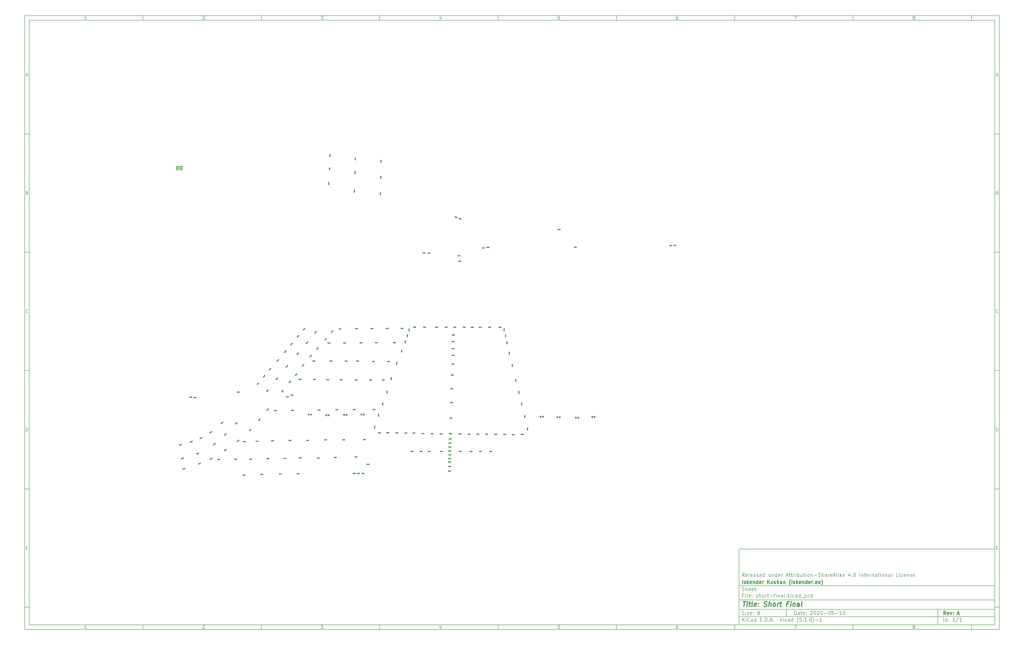
<source format=gbr>
G04 #@! TF.GenerationSoftware,KiCad,Pcbnew,(5.1.0)-1*
G04 #@! TF.CreationDate,2020-05-10T15:52:09-07:00*
G04 #@! TF.ProjectId,short-final,73686f72-742d-4666-996e-616c2e6b6963,A*
G04 #@! TF.SameCoordinates,Original*
G04 #@! TF.FileFunction,Soldermask,Top*
G04 #@! TF.FilePolarity,Negative*
%FSLAX46Y46*%
G04 Gerber Fmt 4.6, Leading zero omitted, Abs format (unit mm)*
G04 Created by KiCad (PCBNEW (5.1.0)-1) date 2020-05-10 15:52:09*
%MOMM*%
%LPD*%
G04 APERTURE LIST*
%ADD10C,0.100000*%
%ADD11C,0.150000*%
%ADD12C,0.300000*%
%ADD13C,0.400000*%
G04 APERTURE END LIST*
D10*
D11*
X311800000Y-235400000D02*
X311800000Y-267400000D01*
X419800000Y-267400000D01*
X419800000Y-235400000D01*
X311800000Y-235400000D01*
D10*
D11*
X10000000Y-10000000D02*
X10000000Y-269400000D01*
X421800000Y-269400000D01*
X421800000Y-10000000D01*
X10000000Y-10000000D01*
D10*
D11*
X12000000Y-12000000D02*
X12000000Y-267400000D01*
X419800000Y-267400000D01*
X419800000Y-12000000D01*
X12000000Y-12000000D01*
D10*
D11*
X60000000Y-12000000D02*
X60000000Y-10000000D01*
D10*
D11*
X110000000Y-12000000D02*
X110000000Y-10000000D01*
D10*
D11*
X160000000Y-12000000D02*
X160000000Y-10000000D01*
D10*
D11*
X210000000Y-12000000D02*
X210000000Y-10000000D01*
D10*
D11*
X260000000Y-12000000D02*
X260000000Y-10000000D01*
D10*
D11*
X310000000Y-12000000D02*
X310000000Y-10000000D01*
D10*
D11*
X360000000Y-12000000D02*
X360000000Y-10000000D01*
D10*
D11*
X410000000Y-12000000D02*
X410000000Y-10000000D01*
D10*
D11*
X36065476Y-11588095D02*
X35322619Y-11588095D01*
X35694047Y-11588095D02*
X35694047Y-10288095D01*
X35570238Y-10473809D01*
X35446428Y-10597619D01*
X35322619Y-10659523D01*
D10*
D11*
X85322619Y-10411904D02*
X85384523Y-10350000D01*
X85508333Y-10288095D01*
X85817857Y-10288095D01*
X85941666Y-10350000D01*
X86003571Y-10411904D01*
X86065476Y-10535714D01*
X86065476Y-10659523D01*
X86003571Y-10845238D01*
X85260714Y-11588095D01*
X86065476Y-11588095D01*
D10*
D11*
X135260714Y-10288095D02*
X136065476Y-10288095D01*
X135632142Y-10783333D01*
X135817857Y-10783333D01*
X135941666Y-10845238D01*
X136003571Y-10907142D01*
X136065476Y-11030952D01*
X136065476Y-11340476D01*
X136003571Y-11464285D01*
X135941666Y-11526190D01*
X135817857Y-11588095D01*
X135446428Y-11588095D01*
X135322619Y-11526190D01*
X135260714Y-11464285D01*
D10*
D11*
X185941666Y-10721428D02*
X185941666Y-11588095D01*
X185632142Y-10226190D02*
X185322619Y-11154761D01*
X186127380Y-11154761D01*
D10*
D11*
X236003571Y-10288095D02*
X235384523Y-10288095D01*
X235322619Y-10907142D01*
X235384523Y-10845238D01*
X235508333Y-10783333D01*
X235817857Y-10783333D01*
X235941666Y-10845238D01*
X236003571Y-10907142D01*
X236065476Y-11030952D01*
X236065476Y-11340476D01*
X236003571Y-11464285D01*
X235941666Y-11526190D01*
X235817857Y-11588095D01*
X235508333Y-11588095D01*
X235384523Y-11526190D01*
X235322619Y-11464285D01*
D10*
D11*
X285941666Y-10288095D02*
X285694047Y-10288095D01*
X285570238Y-10350000D01*
X285508333Y-10411904D01*
X285384523Y-10597619D01*
X285322619Y-10845238D01*
X285322619Y-11340476D01*
X285384523Y-11464285D01*
X285446428Y-11526190D01*
X285570238Y-11588095D01*
X285817857Y-11588095D01*
X285941666Y-11526190D01*
X286003571Y-11464285D01*
X286065476Y-11340476D01*
X286065476Y-11030952D01*
X286003571Y-10907142D01*
X285941666Y-10845238D01*
X285817857Y-10783333D01*
X285570238Y-10783333D01*
X285446428Y-10845238D01*
X285384523Y-10907142D01*
X285322619Y-11030952D01*
D10*
D11*
X335260714Y-10288095D02*
X336127380Y-10288095D01*
X335570238Y-11588095D01*
D10*
D11*
X385570238Y-10845238D02*
X385446428Y-10783333D01*
X385384523Y-10721428D01*
X385322619Y-10597619D01*
X385322619Y-10535714D01*
X385384523Y-10411904D01*
X385446428Y-10350000D01*
X385570238Y-10288095D01*
X385817857Y-10288095D01*
X385941666Y-10350000D01*
X386003571Y-10411904D01*
X386065476Y-10535714D01*
X386065476Y-10597619D01*
X386003571Y-10721428D01*
X385941666Y-10783333D01*
X385817857Y-10845238D01*
X385570238Y-10845238D01*
X385446428Y-10907142D01*
X385384523Y-10969047D01*
X385322619Y-11092857D01*
X385322619Y-11340476D01*
X385384523Y-11464285D01*
X385446428Y-11526190D01*
X385570238Y-11588095D01*
X385817857Y-11588095D01*
X385941666Y-11526190D01*
X386003571Y-11464285D01*
X386065476Y-11340476D01*
X386065476Y-11092857D01*
X386003571Y-10969047D01*
X385941666Y-10907142D01*
X385817857Y-10845238D01*
D10*
D11*
X60000000Y-267400000D02*
X60000000Y-269400000D01*
D10*
D11*
X110000000Y-267400000D02*
X110000000Y-269400000D01*
D10*
D11*
X160000000Y-267400000D02*
X160000000Y-269400000D01*
D10*
D11*
X210000000Y-267400000D02*
X210000000Y-269400000D01*
D10*
D11*
X260000000Y-267400000D02*
X260000000Y-269400000D01*
D10*
D11*
X310000000Y-267400000D02*
X310000000Y-269400000D01*
D10*
D11*
X360000000Y-267400000D02*
X360000000Y-269400000D01*
D10*
D11*
X410000000Y-267400000D02*
X410000000Y-269400000D01*
D10*
D11*
X36065476Y-268988095D02*
X35322619Y-268988095D01*
X35694047Y-268988095D02*
X35694047Y-267688095D01*
X35570238Y-267873809D01*
X35446428Y-267997619D01*
X35322619Y-268059523D01*
D10*
D11*
X85322619Y-267811904D02*
X85384523Y-267750000D01*
X85508333Y-267688095D01*
X85817857Y-267688095D01*
X85941666Y-267750000D01*
X86003571Y-267811904D01*
X86065476Y-267935714D01*
X86065476Y-268059523D01*
X86003571Y-268245238D01*
X85260714Y-268988095D01*
X86065476Y-268988095D01*
D10*
D11*
X135260714Y-267688095D02*
X136065476Y-267688095D01*
X135632142Y-268183333D01*
X135817857Y-268183333D01*
X135941666Y-268245238D01*
X136003571Y-268307142D01*
X136065476Y-268430952D01*
X136065476Y-268740476D01*
X136003571Y-268864285D01*
X135941666Y-268926190D01*
X135817857Y-268988095D01*
X135446428Y-268988095D01*
X135322619Y-268926190D01*
X135260714Y-268864285D01*
D10*
D11*
X185941666Y-268121428D02*
X185941666Y-268988095D01*
X185632142Y-267626190D02*
X185322619Y-268554761D01*
X186127380Y-268554761D01*
D10*
D11*
X236003571Y-267688095D02*
X235384523Y-267688095D01*
X235322619Y-268307142D01*
X235384523Y-268245238D01*
X235508333Y-268183333D01*
X235817857Y-268183333D01*
X235941666Y-268245238D01*
X236003571Y-268307142D01*
X236065476Y-268430952D01*
X236065476Y-268740476D01*
X236003571Y-268864285D01*
X235941666Y-268926190D01*
X235817857Y-268988095D01*
X235508333Y-268988095D01*
X235384523Y-268926190D01*
X235322619Y-268864285D01*
D10*
D11*
X285941666Y-267688095D02*
X285694047Y-267688095D01*
X285570238Y-267750000D01*
X285508333Y-267811904D01*
X285384523Y-267997619D01*
X285322619Y-268245238D01*
X285322619Y-268740476D01*
X285384523Y-268864285D01*
X285446428Y-268926190D01*
X285570238Y-268988095D01*
X285817857Y-268988095D01*
X285941666Y-268926190D01*
X286003571Y-268864285D01*
X286065476Y-268740476D01*
X286065476Y-268430952D01*
X286003571Y-268307142D01*
X285941666Y-268245238D01*
X285817857Y-268183333D01*
X285570238Y-268183333D01*
X285446428Y-268245238D01*
X285384523Y-268307142D01*
X285322619Y-268430952D01*
D10*
D11*
X335260714Y-267688095D02*
X336127380Y-267688095D01*
X335570238Y-268988095D01*
D10*
D11*
X385570238Y-268245238D02*
X385446428Y-268183333D01*
X385384523Y-268121428D01*
X385322619Y-267997619D01*
X385322619Y-267935714D01*
X385384523Y-267811904D01*
X385446428Y-267750000D01*
X385570238Y-267688095D01*
X385817857Y-267688095D01*
X385941666Y-267750000D01*
X386003571Y-267811904D01*
X386065476Y-267935714D01*
X386065476Y-267997619D01*
X386003571Y-268121428D01*
X385941666Y-268183333D01*
X385817857Y-268245238D01*
X385570238Y-268245238D01*
X385446428Y-268307142D01*
X385384523Y-268369047D01*
X385322619Y-268492857D01*
X385322619Y-268740476D01*
X385384523Y-268864285D01*
X385446428Y-268926190D01*
X385570238Y-268988095D01*
X385817857Y-268988095D01*
X385941666Y-268926190D01*
X386003571Y-268864285D01*
X386065476Y-268740476D01*
X386065476Y-268492857D01*
X386003571Y-268369047D01*
X385941666Y-268307142D01*
X385817857Y-268245238D01*
D10*
D11*
X10000000Y-60000000D02*
X12000000Y-60000000D01*
D10*
D11*
X10000000Y-110000000D02*
X12000000Y-110000000D01*
D10*
D11*
X10000000Y-160000000D02*
X12000000Y-160000000D01*
D10*
D11*
X10000000Y-210000000D02*
X12000000Y-210000000D01*
D10*
D11*
X10000000Y-260000000D02*
X12000000Y-260000000D01*
D10*
D11*
X10690476Y-35216666D02*
X11309523Y-35216666D01*
X10566666Y-35588095D02*
X11000000Y-34288095D01*
X11433333Y-35588095D01*
D10*
D11*
X11092857Y-84907142D02*
X11278571Y-84969047D01*
X11340476Y-85030952D01*
X11402380Y-85154761D01*
X11402380Y-85340476D01*
X11340476Y-85464285D01*
X11278571Y-85526190D01*
X11154761Y-85588095D01*
X10659523Y-85588095D01*
X10659523Y-84288095D01*
X11092857Y-84288095D01*
X11216666Y-84350000D01*
X11278571Y-84411904D01*
X11340476Y-84535714D01*
X11340476Y-84659523D01*
X11278571Y-84783333D01*
X11216666Y-84845238D01*
X11092857Y-84907142D01*
X10659523Y-84907142D01*
D10*
D11*
X11402380Y-135464285D02*
X11340476Y-135526190D01*
X11154761Y-135588095D01*
X11030952Y-135588095D01*
X10845238Y-135526190D01*
X10721428Y-135402380D01*
X10659523Y-135278571D01*
X10597619Y-135030952D01*
X10597619Y-134845238D01*
X10659523Y-134597619D01*
X10721428Y-134473809D01*
X10845238Y-134350000D01*
X11030952Y-134288095D01*
X11154761Y-134288095D01*
X11340476Y-134350000D01*
X11402380Y-134411904D01*
D10*
D11*
X10659523Y-185588095D02*
X10659523Y-184288095D01*
X10969047Y-184288095D01*
X11154761Y-184350000D01*
X11278571Y-184473809D01*
X11340476Y-184597619D01*
X11402380Y-184845238D01*
X11402380Y-185030952D01*
X11340476Y-185278571D01*
X11278571Y-185402380D01*
X11154761Y-185526190D01*
X10969047Y-185588095D01*
X10659523Y-185588095D01*
D10*
D11*
X10721428Y-234907142D02*
X11154761Y-234907142D01*
X11340476Y-235588095D02*
X10721428Y-235588095D01*
X10721428Y-234288095D01*
X11340476Y-234288095D01*
D10*
D11*
X421800000Y-60000000D02*
X419800000Y-60000000D01*
D10*
D11*
X421800000Y-110000000D02*
X419800000Y-110000000D01*
D10*
D11*
X421800000Y-160000000D02*
X419800000Y-160000000D01*
D10*
D11*
X421800000Y-210000000D02*
X419800000Y-210000000D01*
D10*
D11*
X421800000Y-260000000D02*
X419800000Y-260000000D01*
D10*
D11*
X420490476Y-35216666D02*
X421109523Y-35216666D01*
X420366666Y-35588095D02*
X420800000Y-34288095D01*
X421233333Y-35588095D01*
D10*
D11*
X420892857Y-84907142D02*
X421078571Y-84969047D01*
X421140476Y-85030952D01*
X421202380Y-85154761D01*
X421202380Y-85340476D01*
X421140476Y-85464285D01*
X421078571Y-85526190D01*
X420954761Y-85588095D01*
X420459523Y-85588095D01*
X420459523Y-84288095D01*
X420892857Y-84288095D01*
X421016666Y-84350000D01*
X421078571Y-84411904D01*
X421140476Y-84535714D01*
X421140476Y-84659523D01*
X421078571Y-84783333D01*
X421016666Y-84845238D01*
X420892857Y-84907142D01*
X420459523Y-84907142D01*
D10*
D11*
X421202380Y-135464285D02*
X421140476Y-135526190D01*
X420954761Y-135588095D01*
X420830952Y-135588095D01*
X420645238Y-135526190D01*
X420521428Y-135402380D01*
X420459523Y-135278571D01*
X420397619Y-135030952D01*
X420397619Y-134845238D01*
X420459523Y-134597619D01*
X420521428Y-134473809D01*
X420645238Y-134350000D01*
X420830952Y-134288095D01*
X420954761Y-134288095D01*
X421140476Y-134350000D01*
X421202380Y-134411904D01*
D10*
D11*
X420459523Y-185588095D02*
X420459523Y-184288095D01*
X420769047Y-184288095D01*
X420954761Y-184350000D01*
X421078571Y-184473809D01*
X421140476Y-184597619D01*
X421202380Y-184845238D01*
X421202380Y-185030952D01*
X421140476Y-185278571D01*
X421078571Y-185402380D01*
X420954761Y-185526190D01*
X420769047Y-185588095D01*
X420459523Y-185588095D01*
D10*
D11*
X420521428Y-234907142D02*
X420954761Y-234907142D01*
X421140476Y-235588095D02*
X420521428Y-235588095D01*
X420521428Y-234288095D01*
X421140476Y-234288095D01*
D10*
D11*
X335232142Y-263178571D02*
X335232142Y-261678571D01*
X335589285Y-261678571D01*
X335803571Y-261750000D01*
X335946428Y-261892857D01*
X336017857Y-262035714D01*
X336089285Y-262321428D01*
X336089285Y-262535714D01*
X336017857Y-262821428D01*
X335946428Y-262964285D01*
X335803571Y-263107142D01*
X335589285Y-263178571D01*
X335232142Y-263178571D01*
X337375000Y-263178571D02*
X337375000Y-262392857D01*
X337303571Y-262250000D01*
X337160714Y-262178571D01*
X336875000Y-262178571D01*
X336732142Y-262250000D01*
X337375000Y-263107142D02*
X337232142Y-263178571D01*
X336875000Y-263178571D01*
X336732142Y-263107142D01*
X336660714Y-262964285D01*
X336660714Y-262821428D01*
X336732142Y-262678571D01*
X336875000Y-262607142D01*
X337232142Y-262607142D01*
X337375000Y-262535714D01*
X337875000Y-262178571D02*
X338446428Y-262178571D01*
X338089285Y-261678571D02*
X338089285Y-262964285D01*
X338160714Y-263107142D01*
X338303571Y-263178571D01*
X338446428Y-263178571D01*
X339517857Y-263107142D02*
X339375000Y-263178571D01*
X339089285Y-263178571D01*
X338946428Y-263107142D01*
X338875000Y-262964285D01*
X338875000Y-262392857D01*
X338946428Y-262250000D01*
X339089285Y-262178571D01*
X339375000Y-262178571D01*
X339517857Y-262250000D01*
X339589285Y-262392857D01*
X339589285Y-262535714D01*
X338875000Y-262678571D01*
X340232142Y-263035714D02*
X340303571Y-263107142D01*
X340232142Y-263178571D01*
X340160714Y-263107142D01*
X340232142Y-263035714D01*
X340232142Y-263178571D01*
X340232142Y-262250000D02*
X340303571Y-262321428D01*
X340232142Y-262392857D01*
X340160714Y-262321428D01*
X340232142Y-262250000D01*
X340232142Y-262392857D01*
X342017857Y-261821428D02*
X342089285Y-261750000D01*
X342232142Y-261678571D01*
X342589285Y-261678571D01*
X342732142Y-261750000D01*
X342803571Y-261821428D01*
X342875000Y-261964285D01*
X342875000Y-262107142D01*
X342803571Y-262321428D01*
X341946428Y-263178571D01*
X342875000Y-263178571D01*
X343803571Y-261678571D02*
X343946428Y-261678571D01*
X344089285Y-261750000D01*
X344160714Y-261821428D01*
X344232142Y-261964285D01*
X344303571Y-262250000D01*
X344303571Y-262607142D01*
X344232142Y-262892857D01*
X344160714Y-263035714D01*
X344089285Y-263107142D01*
X343946428Y-263178571D01*
X343803571Y-263178571D01*
X343660714Y-263107142D01*
X343589285Y-263035714D01*
X343517857Y-262892857D01*
X343446428Y-262607142D01*
X343446428Y-262250000D01*
X343517857Y-261964285D01*
X343589285Y-261821428D01*
X343660714Y-261750000D01*
X343803571Y-261678571D01*
X344875000Y-261821428D02*
X344946428Y-261750000D01*
X345089285Y-261678571D01*
X345446428Y-261678571D01*
X345589285Y-261750000D01*
X345660714Y-261821428D01*
X345732142Y-261964285D01*
X345732142Y-262107142D01*
X345660714Y-262321428D01*
X344803571Y-263178571D01*
X345732142Y-263178571D01*
X346660714Y-261678571D02*
X346803571Y-261678571D01*
X346946428Y-261750000D01*
X347017857Y-261821428D01*
X347089285Y-261964285D01*
X347160714Y-262250000D01*
X347160714Y-262607142D01*
X347089285Y-262892857D01*
X347017857Y-263035714D01*
X346946428Y-263107142D01*
X346803571Y-263178571D01*
X346660714Y-263178571D01*
X346517857Y-263107142D01*
X346446428Y-263035714D01*
X346375000Y-262892857D01*
X346303571Y-262607142D01*
X346303571Y-262250000D01*
X346375000Y-261964285D01*
X346446428Y-261821428D01*
X346517857Y-261750000D01*
X346660714Y-261678571D01*
X347803571Y-262607142D02*
X348946428Y-262607142D01*
X349946428Y-261678571D02*
X350089285Y-261678571D01*
X350232142Y-261750000D01*
X350303571Y-261821428D01*
X350375000Y-261964285D01*
X350446428Y-262250000D01*
X350446428Y-262607142D01*
X350375000Y-262892857D01*
X350303571Y-263035714D01*
X350232142Y-263107142D01*
X350089285Y-263178571D01*
X349946428Y-263178571D01*
X349803571Y-263107142D01*
X349732142Y-263035714D01*
X349660714Y-262892857D01*
X349589285Y-262607142D01*
X349589285Y-262250000D01*
X349660714Y-261964285D01*
X349732142Y-261821428D01*
X349803571Y-261750000D01*
X349946428Y-261678571D01*
X351803571Y-261678571D02*
X351089285Y-261678571D01*
X351017857Y-262392857D01*
X351089285Y-262321428D01*
X351232142Y-262250000D01*
X351589285Y-262250000D01*
X351732142Y-262321428D01*
X351803571Y-262392857D01*
X351875000Y-262535714D01*
X351875000Y-262892857D01*
X351803571Y-263035714D01*
X351732142Y-263107142D01*
X351589285Y-263178571D01*
X351232142Y-263178571D01*
X351089285Y-263107142D01*
X351017857Y-263035714D01*
X352517857Y-262607142D02*
X353660714Y-262607142D01*
X355160714Y-263178571D02*
X354303571Y-263178571D01*
X354732142Y-263178571D02*
X354732142Y-261678571D01*
X354589285Y-261892857D01*
X354446428Y-262035714D01*
X354303571Y-262107142D01*
X356089285Y-261678571D02*
X356232142Y-261678571D01*
X356375000Y-261750000D01*
X356446428Y-261821428D01*
X356517857Y-261964285D01*
X356589285Y-262250000D01*
X356589285Y-262607142D01*
X356517857Y-262892857D01*
X356446428Y-263035714D01*
X356375000Y-263107142D01*
X356232142Y-263178571D01*
X356089285Y-263178571D01*
X355946428Y-263107142D01*
X355875000Y-263035714D01*
X355803571Y-262892857D01*
X355732142Y-262607142D01*
X355732142Y-262250000D01*
X355803571Y-261964285D01*
X355875000Y-261821428D01*
X355946428Y-261750000D01*
X356089285Y-261678571D01*
D10*
D11*
X311800000Y-263900000D02*
X419800000Y-263900000D01*
D10*
D11*
X313232142Y-265978571D02*
X313232142Y-264478571D01*
X314089285Y-265978571D02*
X313446428Y-265121428D01*
X314089285Y-264478571D02*
X313232142Y-265335714D01*
X314732142Y-265978571D02*
X314732142Y-264978571D01*
X314732142Y-264478571D02*
X314660714Y-264550000D01*
X314732142Y-264621428D01*
X314803571Y-264550000D01*
X314732142Y-264478571D01*
X314732142Y-264621428D01*
X316303571Y-265835714D02*
X316232142Y-265907142D01*
X316017857Y-265978571D01*
X315875000Y-265978571D01*
X315660714Y-265907142D01*
X315517857Y-265764285D01*
X315446428Y-265621428D01*
X315375000Y-265335714D01*
X315375000Y-265121428D01*
X315446428Y-264835714D01*
X315517857Y-264692857D01*
X315660714Y-264550000D01*
X315875000Y-264478571D01*
X316017857Y-264478571D01*
X316232142Y-264550000D01*
X316303571Y-264621428D01*
X317589285Y-265978571D02*
X317589285Y-265192857D01*
X317517857Y-265050000D01*
X317375000Y-264978571D01*
X317089285Y-264978571D01*
X316946428Y-265050000D01*
X317589285Y-265907142D02*
X317446428Y-265978571D01*
X317089285Y-265978571D01*
X316946428Y-265907142D01*
X316875000Y-265764285D01*
X316875000Y-265621428D01*
X316946428Y-265478571D01*
X317089285Y-265407142D01*
X317446428Y-265407142D01*
X317589285Y-265335714D01*
X318946428Y-265978571D02*
X318946428Y-264478571D01*
X318946428Y-265907142D02*
X318803571Y-265978571D01*
X318517857Y-265978571D01*
X318375000Y-265907142D01*
X318303571Y-265835714D01*
X318232142Y-265692857D01*
X318232142Y-265264285D01*
X318303571Y-265121428D01*
X318375000Y-265050000D01*
X318517857Y-264978571D01*
X318803571Y-264978571D01*
X318946428Y-265050000D01*
X320803571Y-265192857D02*
X321303571Y-265192857D01*
X321517857Y-265978571D02*
X320803571Y-265978571D01*
X320803571Y-264478571D01*
X321517857Y-264478571D01*
X322160714Y-265835714D02*
X322232142Y-265907142D01*
X322160714Y-265978571D01*
X322089285Y-265907142D01*
X322160714Y-265835714D01*
X322160714Y-265978571D01*
X322875000Y-265978571D02*
X322875000Y-264478571D01*
X323232142Y-264478571D01*
X323446428Y-264550000D01*
X323589285Y-264692857D01*
X323660714Y-264835714D01*
X323732142Y-265121428D01*
X323732142Y-265335714D01*
X323660714Y-265621428D01*
X323589285Y-265764285D01*
X323446428Y-265907142D01*
X323232142Y-265978571D01*
X322875000Y-265978571D01*
X324375000Y-265835714D02*
X324446428Y-265907142D01*
X324375000Y-265978571D01*
X324303571Y-265907142D01*
X324375000Y-265835714D01*
X324375000Y-265978571D01*
X325017857Y-265550000D02*
X325732142Y-265550000D01*
X324875000Y-265978571D02*
X325375000Y-264478571D01*
X325875000Y-265978571D01*
X326375000Y-265835714D02*
X326446428Y-265907142D01*
X326375000Y-265978571D01*
X326303571Y-265907142D01*
X326375000Y-265835714D01*
X326375000Y-265978571D01*
X329375000Y-265978571D02*
X329375000Y-264478571D01*
X329517857Y-265407142D02*
X329946428Y-265978571D01*
X329946428Y-264978571D02*
X329375000Y-265550000D01*
X330589285Y-265978571D02*
X330589285Y-264978571D01*
X330589285Y-264478571D02*
X330517857Y-264550000D01*
X330589285Y-264621428D01*
X330660714Y-264550000D01*
X330589285Y-264478571D01*
X330589285Y-264621428D01*
X331946428Y-265907142D02*
X331803571Y-265978571D01*
X331517857Y-265978571D01*
X331375000Y-265907142D01*
X331303571Y-265835714D01*
X331232142Y-265692857D01*
X331232142Y-265264285D01*
X331303571Y-265121428D01*
X331375000Y-265050000D01*
X331517857Y-264978571D01*
X331803571Y-264978571D01*
X331946428Y-265050000D01*
X333232142Y-265978571D02*
X333232142Y-265192857D01*
X333160714Y-265050000D01*
X333017857Y-264978571D01*
X332732142Y-264978571D01*
X332589285Y-265050000D01*
X333232142Y-265907142D02*
X333089285Y-265978571D01*
X332732142Y-265978571D01*
X332589285Y-265907142D01*
X332517857Y-265764285D01*
X332517857Y-265621428D01*
X332589285Y-265478571D01*
X332732142Y-265407142D01*
X333089285Y-265407142D01*
X333232142Y-265335714D01*
X334589285Y-265978571D02*
X334589285Y-264478571D01*
X334589285Y-265907142D02*
X334446428Y-265978571D01*
X334160714Y-265978571D01*
X334017857Y-265907142D01*
X333946428Y-265835714D01*
X333875000Y-265692857D01*
X333875000Y-265264285D01*
X333946428Y-265121428D01*
X334017857Y-265050000D01*
X334160714Y-264978571D01*
X334446428Y-264978571D01*
X334589285Y-265050000D01*
X336875000Y-266550000D02*
X336803571Y-266478571D01*
X336660714Y-266264285D01*
X336589285Y-266121428D01*
X336517857Y-265907142D01*
X336446428Y-265550000D01*
X336446428Y-265264285D01*
X336517857Y-264907142D01*
X336589285Y-264692857D01*
X336660714Y-264550000D01*
X336803571Y-264335714D01*
X336875000Y-264264285D01*
X338160714Y-264478571D02*
X337446428Y-264478571D01*
X337375000Y-265192857D01*
X337446428Y-265121428D01*
X337589285Y-265050000D01*
X337946428Y-265050000D01*
X338089285Y-265121428D01*
X338160714Y-265192857D01*
X338232142Y-265335714D01*
X338232142Y-265692857D01*
X338160714Y-265835714D01*
X338089285Y-265907142D01*
X337946428Y-265978571D01*
X337589285Y-265978571D01*
X337446428Y-265907142D01*
X337375000Y-265835714D01*
X338875000Y-265835714D02*
X338946428Y-265907142D01*
X338875000Y-265978571D01*
X338803571Y-265907142D01*
X338875000Y-265835714D01*
X338875000Y-265978571D01*
X340375000Y-265978571D02*
X339517857Y-265978571D01*
X339946428Y-265978571D02*
X339946428Y-264478571D01*
X339803571Y-264692857D01*
X339660714Y-264835714D01*
X339517857Y-264907142D01*
X341017857Y-265835714D02*
X341089285Y-265907142D01*
X341017857Y-265978571D01*
X340946428Y-265907142D01*
X341017857Y-265835714D01*
X341017857Y-265978571D01*
X342017857Y-264478571D02*
X342160714Y-264478571D01*
X342303571Y-264550000D01*
X342375000Y-264621428D01*
X342446428Y-264764285D01*
X342517857Y-265050000D01*
X342517857Y-265407142D01*
X342446428Y-265692857D01*
X342375000Y-265835714D01*
X342303571Y-265907142D01*
X342160714Y-265978571D01*
X342017857Y-265978571D01*
X341875000Y-265907142D01*
X341803571Y-265835714D01*
X341732142Y-265692857D01*
X341660714Y-265407142D01*
X341660714Y-265050000D01*
X341732142Y-264764285D01*
X341803571Y-264621428D01*
X341875000Y-264550000D01*
X342017857Y-264478571D01*
X343017857Y-266550000D02*
X343089285Y-266478571D01*
X343232142Y-266264285D01*
X343303571Y-266121428D01*
X343375000Y-265907142D01*
X343446428Y-265550000D01*
X343446428Y-265264285D01*
X343375000Y-264907142D01*
X343303571Y-264692857D01*
X343232142Y-264550000D01*
X343089285Y-264335714D01*
X343017857Y-264264285D01*
X344160714Y-265407142D02*
X345303571Y-265407142D01*
X346803571Y-265978571D02*
X345946428Y-265978571D01*
X346375000Y-265978571D02*
X346375000Y-264478571D01*
X346232142Y-264692857D01*
X346089285Y-264835714D01*
X345946428Y-264907142D01*
D10*
D11*
X311800000Y-260900000D02*
X419800000Y-260900000D01*
D10*
D12*
X399209285Y-263178571D02*
X398709285Y-262464285D01*
X398352142Y-263178571D02*
X398352142Y-261678571D01*
X398923571Y-261678571D01*
X399066428Y-261750000D01*
X399137857Y-261821428D01*
X399209285Y-261964285D01*
X399209285Y-262178571D01*
X399137857Y-262321428D01*
X399066428Y-262392857D01*
X398923571Y-262464285D01*
X398352142Y-262464285D01*
X400423571Y-263107142D02*
X400280714Y-263178571D01*
X399995000Y-263178571D01*
X399852142Y-263107142D01*
X399780714Y-262964285D01*
X399780714Y-262392857D01*
X399852142Y-262250000D01*
X399995000Y-262178571D01*
X400280714Y-262178571D01*
X400423571Y-262250000D01*
X400495000Y-262392857D01*
X400495000Y-262535714D01*
X399780714Y-262678571D01*
X400995000Y-262178571D02*
X401352142Y-263178571D01*
X401709285Y-262178571D01*
X402280714Y-263035714D02*
X402352142Y-263107142D01*
X402280714Y-263178571D01*
X402209285Y-263107142D01*
X402280714Y-263035714D01*
X402280714Y-263178571D01*
X402280714Y-262250000D02*
X402352142Y-262321428D01*
X402280714Y-262392857D01*
X402209285Y-262321428D01*
X402280714Y-262250000D01*
X402280714Y-262392857D01*
X404066428Y-262750000D02*
X404780714Y-262750000D01*
X403923571Y-263178571D02*
X404423571Y-261678571D01*
X404923571Y-263178571D01*
D10*
D11*
X313160714Y-263107142D02*
X313375000Y-263178571D01*
X313732142Y-263178571D01*
X313875000Y-263107142D01*
X313946428Y-263035714D01*
X314017857Y-262892857D01*
X314017857Y-262750000D01*
X313946428Y-262607142D01*
X313875000Y-262535714D01*
X313732142Y-262464285D01*
X313446428Y-262392857D01*
X313303571Y-262321428D01*
X313232142Y-262250000D01*
X313160714Y-262107142D01*
X313160714Y-261964285D01*
X313232142Y-261821428D01*
X313303571Y-261750000D01*
X313446428Y-261678571D01*
X313803571Y-261678571D01*
X314017857Y-261750000D01*
X314660714Y-263178571D02*
X314660714Y-262178571D01*
X314660714Y-261678571D02*
X314589285Y-261750000D01*
X314660714Y-261821428D01*
X314732142Y-261750000D01*
X314660714Y-261678571D01*
X314660714Y-261821428D01*
X315232142Y-262178571D02*
X316017857Y-262178571D01*
X315232142Y-263178571D01*
X316017857Y-263178571D01*
X317160714Y-263107142D02*
X317017857Y-263178571D01*
X316732142Y-263178571D01*
X316589285Y-263107142D01*
X316517857Y-262964285D01*
X316517857Y-262392857D01*
X316589285Y-262250000D01*
X316732142Y-262178571D01*
X317017857Y-262178571D01*
X317160714Y-262250000D01*
X317232142Y-262392857D01*
X317232142Y-262535714D01*
X316517857Y-262678571D01*
X317875000Y-263035714D02*
X317946428Y-263107142D01*
X317875000Y-263178571D01*
X317803571Y-263107142D01*
X317875000Y-263035714D01*
X317875000Y-263178571D01*
X317875000Y-262250000D02*
X317946428Y-262321428D01*
X317875000Y-262392857D01*
X317803571Y-262321428D01*
X317875000Y-262250000D01*
X317875000Y-262392857D01*
X320232142Y-262392857D02*
X320446428Y-262464285D01*
X320517857Y-262535714D01*
X320589285Y-262678571D01*
X320589285Y-262892857D01*
X320517857Y-263035714D01*
X320446428Y-263107142D01*
X320303571Y-263178571D01*
X319732142Y-263178571D01*
X319732142Y-261678571D01*
X320232142Y-261678571D01*
X320375000Y-261750000D01*
X320446428Y-261821428D01*
X320517857Y-261964285D01*
X320517857Y-262107142D01*
X320446428Y-262250000D01*
X320375000Y-262321428D01*
X320232142Y-262392857D01*
X319732142Y-262392857D01*
D10*
D11*
X398232142Y-265978571D02*
X398232142Y-264478571D01*
X399589285Y-265978571D02*
X399589285Y-264478571D01*
X399589285Y-265907142D02*
X399446428Y-265978571D01*
X399160714Y-265978571D01*
X399017857Y-265907142D01*
X398946428Y-265835714D01*
X398875000Y-265692857D01*
X398875000Y-265264285D01*
X398946428Y-265121428D01*
X399017857Y-265050000D01*
X399160714Y-264978571D01*
X399446428Y-264978571D01*
X399589285Y-265050000D01*
X400303571Y-265835714D02*
X400375000Y-265907142D01*
X400303571Y-265978571D01*
X400232142Y-265907142D01*
X400303571Y-265835714D01*
X400303571Y-265978571D01*
X400303571Y-265050000D02*
X400375000Y-265121428D01*
X400303571Y-265192857D01*
X400232142Y-265121428D01*
X400303571Y-265050000D01*
X400303571Y-265192857D01*
X402946428Y-265978571D02*
X402089285Y-265978571D01*
X402517857Y-265978571D02*
X402517857Y-264478571D01*
X402375000Y-264692857D01*
X402232142Y-264835714D01*
X402089285Y-264907142D01*
X404660714Y-264407142D02*
X403375000Y-266335714D01*
X405946428Y-265978571D02*
X405089285Y-265978571D01*
X405517857Y-265978571D02*
X405517857Y-264478571D01*
X405375000Y-264692857D01*
X405232142Y-264835714D01*
X405089285Y-264907142D01*
D10*
D11*
X311800000Y-256900000D02*
X419800000Y-256900000D01*
D10*
D13*
X313512380Y-257604761D02*
X314655238Y-257604761D01*
X313833809Y-259604761D02*
X314083809Y-257604761D01*
X315071904Y-259604761D02*
X315238571Y-258271428D01*
X315321904Y-257604761D02*
X315214761Y-257700000D01*
X315298095Y-257795238D01*
X315405238Y-257700000D01*
X315321904Y-257604761D01*
X315298095Y-257795238D01*
X315905238Y-258271428D02*
X316667142Y-258271428D01*
X316274285Y-257604761D02*
X316060000Y-259319047D01*
X316131428Y-259509523D01*
X316310000Y-259604761D01*
X316500476Y-259604761D01*
X317452857Y-259604761D02*
X317274285Y-259509523D01*
X317202857Y-259319047D01*
X317417142Y-257604761D01*
X318988571Y-259509523D02*
X318786190Y-259604761D01*
X318405238Y-259604761D01*
X318226666Y-259509523D01*
X318155238Y-259319047D01*
X318250476Y-258557142D01*
X318369523Y-258366666D01*
X318571904Y-258271428D01*
X318952857Y-258271428D01*
X319131428Y-258366666D01*
X319202857Y-258557142D01*
X319179047Y-258747619D01*
X318202857Y-258938095D01*
X319952857Y-259414285D02*
X320036190Y-259509523D01*
X319929047Y-259604761D01*
X319845714Y-259509523D01*
X319952857Y-259414285D01*
X319929047Y-259604761D01*
X320083809Y-258366666D02*
X320167142Y-258461904D01*
X320060000Y-258557142D01*
X319976666Y-258461904D01*
X320083809Y-258366666D01*
X320060000Y-258557142D01*
X322321904Y-259509523D02*
X322595714Y-259604761D01*
X323071904Y-259604761D01*
X323274285Y-259509523D01*
X323381428Y-259414285D01*
X323500476Y-259223809D01*
X323524285Y-259033333D01*
X323452857Y-258842857D01*
X323369523Y-258747619D01*
X323190952Y-258652380D01*
X322821904Y-258557142D01*
X322643333Y-258461904D01*
X322560000Y-258366666D01*
X322488571Y-258176190D01*
X322512380Y-257985714D01*
X322631428Y-257795238D01*
X322738571Y-257700000D01*
X322940952Y-257604761D01*
X323417142Y-257604761D01*
X323690952Y-257700000D01*
X324310000Y-259604761D02*
X324560000Y-257604761D01*
X325167142Y-259604761D02*
X325298095Y-258557142D01*
X325226666Y-258366666D01*
X325048095Y-258271428D01*
X324762380Y-258271428D01*
X324560000Y-258366666D01*
X324452857Y-258461904D01*
X326405238Y-259604761D02*
X326226666Y-259509523D01*
X326143333Y-259414285D01*
X326071904Y-259223809D01*
X326143333Y-258652380D01*
X326262380Y-258461904D01*
X326369523Y-258366666D01*
X326571904Y-258271428D01*
X326857619Y-258271428D01*
X327036190Y-258366666D01*
X327119523Y-258461904D01*
X327190952Y-258652380D01*
X327119523Y-259223809D01*
X327000476Y-259414285D01*
X326893333Y-259509523D01*
X326690952Y-259604761D01*
X326405238Y-259604761D01*
X327929047Y-259604761D02*
X328095714Y-258271428D01*
X328048095Y-258652380D02*
X328167142Y-258461904D01*
X328274285Y-258366666D01*
X328476666Y-258271428D01*
X328667142Y-258271428D01*
X329048095Y-258271428D02*
X329810000Y-258271428D01*
X329417142Y-257604761D02*
X329202857Y-259319047D01*
X329274285Y-259509523D01*
X329452857Y-259604761D01*
X329643333Y-259604761D01*
X332631428Y-258557142D02*
X331964761Y-258557142D01*
X331833809Y-259604761D02*
X332083809Y-257604761D01*
X333036190Y-257604761D01*
X333548095Y-259604761D02*
X333714761Y-258271428D01*
X333798095Y-257604761D02*
X333690952Y-257700000D01*
X333774285Y-257795238D01*
X333881428Y-257700000D01*
X333798095Y-257604761D01*
X333774285Y-257795238D01*
X334667142Y-258271428D02*
X334500476Y-259604761D01*
X334643333Y-258461904D02*
X334750476Y-258366666D01*
X334952857Y-258271428D01*
X335238571Y-258271428D01*
X335417142Y-258366666D01*
X335488571Y-258557142D01*
X335357619Y-259604761D01*
X337167142Y-259604761D02*
X337298095Y-258557142D01*
X337226666Y-258366666D01*
X337048095Y-258271428D01*
X336667142Y-258271428D01*
X336464761Y-258366666D01*
X337179047Y-259509523D02*
X336976666Y-259604761D01*
X336500476Y-259604761D01*
X336321904Y-259509523D01*
X336250476Y-259319047D01*
X336274285Y-259128571D01*
X336393333Y-258938095D01*
X336595714Y-258842857D01*
X337071904Y-258842857D01*
X337274285Y-258747619D01*
X338405238Y-259604761D02*
X338226666Y-259509523D01*
X338155238Y-259319047D01*
X338369523Y-257604761D01*
D10*
D11*
X313732142Y-254992857D02*
X313232142Y-254992857D01*
X313232142Y-255778571D02*
X313232142Y-254278571D01*
X313946428Y-254278571D01*
X314517857Y-255778571D02*
X314517857Y-254778571D01*
X314517857Y-254278571D02*
X314446428Y-254350000D01*
X314517857Y-254421428D01*
X314589285Y-254350000D01*
X314517857Y-254278571D01*
X314517857Y-254421428D01*
X315446428Y-255778571D02*
X315303571Y-255707142D01*
X315232142Y-255564285D01*
X315232142Y-254278571D01*
X316589285Y-255707142D02*
X316446428Y-255778571D01*
X316160714Y-255778571D01*
X316017857Y-255707142D01*
X315946428Y-255564285D01*
X315946428Y-254992857D01*
X316017857Y-254850000D01*
X316160714Y-254778571D01*
X316446428Y-254778571D01*
X316589285Y-254850000D01*
X316660714Y-254992857D01*
X316660714Y-255135714D01*
X315946428Y-255278571D01*
X317303571Y-255635714D02*
X317375000Y-255707142D01*
X317303571Y-255778571D01*
X317232142Y-255707142D01*
X317303571Y-255635714D01*
X317303571Y-255778571D01*
X317303571Y-254850000D02*
X317375000Y-254921428D01*
X317303571Y-254992857D01*
X317232142Y-254921428D01*
X317303571Y-254850000D01*
X317303571Y-254992857D01*
X319089285Y-255707142D02*
X319232142Y-255778571D01*
X319517857Y-255778571D01*
X319660714Y-255707142D01*
X319732142Y-255564285D01*
X319732142Y-255492857D01*
X319660714Y-255350000D01*
X319517857Y-255278571D01*
X319303571Y-255278571D01*
X319160714Y-255207142D01*
X319089285Y-255064285D01*
X319089285Y-254992857D01*
X319160714Y-254850000D01*
X319303571Y-254778571D01*
X319517857Y-254778571D01*
X319660714Y-254850000D01*
X320375000Y-255778571D02*
X320375000Y-254278571D01*
X321017857Y-255778571D02*
X321017857Y-254992857D01*
X320946428Y-254850000D01*
X320803571Y-254778571D01*
X320589285Y-254778571D01*
X320446428Y-254850000D01*
X320375000Y-254921428D01*
X321946428Y-255778571D02*
X321803571Y-255707142D01*
X321732142Y-255635714D01*
X321660714Y-255492857D01*
X321660714Y-255064285D01*
X321732142Y-254921428D01*
X321803571Y-254850000D01*
X321946428Y-254778571D01*
X322160714Y-254778571D01*
X322303571Y-254850000D01*
X322375000Y-254921428D01*
X322446428Y-255064285D01*
X322446428Y-255492857D01*
X322375000Y-255635714D01*
X322303571Y-255707142D01*
X322160714Y-255778571D01*
X321946428Y-255778571D01*
X323089285Y-255778571D02*
X323089285Y-254778571D01*
X323089285Y-255064285D02*
X323160714Y-254921428D01*
X323232142Y-254850000D01*
X323375000Y-254778571D01*
X323517857Y-254778571D01*
X323803571Y-254778571D02*
X324375000Y-254778571D01*
X324017857Y-254278571D02*
X324017857Y-255564285D01*
X324089285Y-255707142D01*
X324232142Y-255778571D01*
X324375000Y-255778571D01*
X324875000Y-255207142D02*
X326017857Y-255207142D01*
X326517857Y-254778571D02*
X327089285Y-254778571D01*
X326732142Y-255778571D02*
X326732142Y-254492857D01*
X326803571Y-254350000D01*
X326946428Y-254278571D01*
X327089285Y-254278571D01*
X327589285Y-255778571D02*
X327589285Y-254778571D01*
X327589285Y-254278571D02*
X327517857Y-254350000D01*
X327589285Y-254421428D01*
X327660714Y-254350000D01*
X327589285Y-254278571D01*
X327589285Y-254421428D01*
X328303571Y-254778571D02*
X328303571Y-255778571D01*
X328303571Y-254921428D02*
X328375000Y-254850000D01*
X328517857Y-254778571D01*
X328732142Y-254778571D01*
X328875000Y-254850000D01*
X328946428Y-254992857D01*
X328946428Y-255778571D01*
X330303571Y-255778571D02*
X330303571Y-254992857D01*
X330232142Y-254850000D01*
X330089285Y-254778571D01*
X329803571Y-254778571D01*
X329660714Y-254850000D01*
X330303571Y-255707142D02*
X330160714Y-255778571D01*
X329803571Y-255778571D01*
X329660714Y-255707142D01*
X329589285Y-255564285D01*
X329589285Y-255421428D01*
X329660714Y-255278571D01*
X329803571Y-255207142D01*
X330160714Y-255207142D01*
X330303571Y-255135714D01*
X331232142Y-255778571D02*
X331089285Y-255707142D01*
X331017857Y-255564285D01*
X331017857Y-254278571D01*
X331803571Y-255635714D02*
X331875000Y-255707142D01*
X331803571Y-255778571D01*
X331732142Y-255707142D01*
X331803571Y-255635714D01*
X331803571Y-255778571D01*
X332517857Y-255778571D02*
X332517857Y-254278571D01*
X332660714Y-255207142D02*
X333089285Y-255778571D01*
X333089285Y-254778571D02*
X332517857Y-255350000D01*
X333732142Y-255778571D02*
X333732142Y-254778571D01*
X333732142Y-254278571D02*
X333660714Y-254350000D01*
X333732142Y-254421428D01*
X333803571Y-254350000D01*
X333732142Y-254278571D01*
X333732142Y-254421428D01*
X335089285Y-255707142D02*
X334946428Y-255778571D01*
X334660714Y-255778571D01*
X334517857Y-255707142D01*
X334446428Y-255635714D01*
X334375000Y-255492857D01*
X334375000Y-255064285D01*
X334446428Y-254921428D01*
X334517857Y-254850000D01*
X334660714Y-254778571D01*
X334946428Y-254778571D01*
X335089285Y-254850000D01*
X336375000Y-255778571D02*
X336375000Y-254992857D01*
X336303571Y-254850000D01*
X336160714Y-254778571D01*
X335875000Y-254778571D01*
X335732142Y-254850000D01*
X336375000Y-255707142D02*
X336232142Y-255778571D01*
X335875000Y-255778571D01*
X335732142Y-255707142D01*
X335660714Y-255564285D01*
X335660714Y-255421428D01*
X335732142Y-255278571D01*
X335875000Y-255207142D01*
X336232142Y-255207142D01*
X336375000Y-255135714D01*
X337732142Y-255778571D02*
X337732142Y-254278571D01*
X337732142Y-255707142D02*
X337589285Y-255778571D01*
X337303571Y-255778571D01*
X337160714Y-255707142D01*
X337089285Y-255635714D01*
X337017857Y-255492857D01*
X337017857Y-255064285D01*
X337089285Y-254921428D01*
X337160714Y-254850000D01*
X337303571Y-254778571D01*
X337589285Y-254778571D01*
X337732142Y-254850000D01*
X338089285Y-255921428D02*
X339232142Y-255921428D01*
X339589285Y-254778571D02*
X339589285Y-256278571D01*
X339589285Y-254850000D02*
X339732142Y-254778571D01*
X340017857Y-254778571D01*
X340160714Y-254850000D01*
X340232142Y-254921428D01*
X340303571Y-255064285D01*
X340303571Y-255492857D01*
X340232142Y-255635714D01*
X340160714Y-255707142D01*
X340017857Y-255778571D01*
X339732142Y-255778571D01*
X339589285Y-255707142D01*
X341589285Y-255707142D02*
X341446428Y-255778571D01*
X341160714Y-255778571D01*
X341017857Y-255707142D01*
X340946428Y-255635714D01*
X340875000Y-255492857D01*
X340875000Y-255064285D01*
X340946428Y-254921428D01*
X341017857Y-254850000D01*
X341160714Y-254778571D01*
X341446428Y-254778571D01*
X341589285Y-254850000D01*
X342232142Y-255778571D02*
X342232142Y-254278571D01*
X342232142Y-254850000D02*
X342375000Y-254778571D01*
X342660714Y-254778571D01*
X342803571Y-254850000D01*
X342875000Y-254921428D01*
X342946428Y-255064285D01*
X342946428Y-255492857D01*
X342875000Y-255635714D01*
X342803571Y-255707142D01*
X342660714Y-255778571D01*
X342375000Y-255778571D01*
X342232142Y-255707142D01*
D10*
D11*
X311800000Y-250900000D02*
X419800000Y-250900000D01*
D10*
D11*
X313160714Y-253007142D02*
X313375000Y-253078571D01*
X313732142Y-253078571D01*
X313875000Y-253007142D01*
X313946428Y-252935714D01*
X314017857Y-252792857D01*
X314017857Y-252650000D01*
X313946428Y-252507142D01*
X313875000Y-252435714D01*
X313732142Y-252364285D01*
X313446428Y-252292857D01*
X313303571Y-252221428D01*
X313232142Y-252150000D01*
X313160714Y-252007142D01*
X313160714Y-251864285D01*
X313232142Y-251721428D01*
X313303571Y-251650000D01*
X313446428Y-251578571D01*
X313803571Y-251578571D01*
X314017857Y-251650000D01*
X314660714Y-253078571D02*
X314660714Y-251578571D01*
X315303571Y-253078571D02*
X315303571Y-252292857D01*
X315232142Y-252150000D01*
X315089285Y-252078571D01*
X314875000Y-252078571D01*
X314732142Y-252150000D01*
X314660714Y-252221428D01*
X316589285Y-253007142D02*
X316446428Y-253078571D01*
X316160714Y-253078571D01*
X316017857Y-253007142D01*
X315946428Y-252864285D01*
X315946428Y-252292857D01*
X316017857Y-252150000D01*
X316160714Y-252078571D01*
X316446428Y-252078571D01*
X316589285Y-252150000D01*
X316660714Y-252292857D01*
X316660714Y-252435714D01*
X315946428Y-252578571D01*
X317875000Y-253007142D02*
X317732142Y-253078571D01*
X317446428Y-253078571D01*
X317303571Y-253007142D01*
X317232142Y-252864285D01*
X317232142Y-252292857D01*
X317303571Y-252150000D01*
X317446428Y-252078571D01*
X317732142Y-252078571D01*
X317875000Y-252150000D01*
X317946428Y-252292857D01*
X317946428Y-252435714D01*
X317232142Y-252578571D01*
X318375000Y-252078571D02*
X318946428Y-252078571D01*
X318589285Y-251578571D02*
X318589285Y-252864285D01*
X318660714Y-253007142D01*
X318803571Y-253078571D01*
X318946428Y-253078571D01*
X319446428Y-252935714D02*
X319517857Y-253007142D01*
X319446428Y-253078571D01*
X319375000Y-253007142D01*
X319446428Y-252935714D01*
X319446428Y-253078571D01*
X319446428Y-252150000D02*
X319517857Y-252221428D01*
X319446428Y-252292857D01*
X319375000Y-252221428D01*
X319446428Y-252150000D01*
X319446428Y-252292857D01*
D10*
D12*
X313352142Y-250078571D02*
X313352142Y-248578571D01*
X313995000Y-250007142D02*
X314137857Y-250078571D01*
X314423571Y-250078571D01*
X314566428Y-250007142D01*
X314637857Y-249864285D01*
X314637857Y-249792857D01*
X314566428Y-249650000D01*
X314423571Y-249578571D01*
X314209285Y-249578571D01*
X314066428Y-249507142D01*
X313995000Y-249364285D01*
X313995000Y-249292857D01*
X314066428Y-249150000D01*
X314209285Y-249078571D01*
X314423571Y-249078571D01*
X314566428Y-249150000D01*
X315280714Y-250078571D02*
X315280714Y-248578571D01*
X315423571Y-249507142D02*
X315852142Y-250078571D01*
X315852142Y-249078571D02*
X315280714Y-249650000D01*
X317066428Y-250007142D02*
X316923571Y-250078571D01*
X316637857Y-250078571D01*
X316495000Y-250007142D01*
X316423571Y-249864285D01*
X316423571Y-249292857D01*
X316495000Y-249150000D01*
X316637857Y-249078571D01*
X316923571Y-249078571D01*
X317066428Y-249150000D01*
X317137857Y-249292857D01*
X317137857Y-249435714D01*
X316423571Y-249578571D01*
X317780714Y-249078571D02*
X317780714Y-250078571D01*
X317780714Y-249221428D02*
X317852142Y-249150000D01*
X317995000Y-249078571D01*
X318209285Y-249078571D01*
X318352142Y-249150000D01*
X318423571Y-249292857D01*
X318423571Y-250078571D01*
X319780714Y-250078571D02*
X319780714Y-248578571D01*
X319780714Y-250007142D02*
X319637857Y-250078571D01*
X319352142Y-250078571D01*
X319209285Y-250007142D01*
X319137857Y-249935714D01*
X319066428Y-249792857D01*
X319066428Y-249364285D01*
X319137857Y-249221428D01*
X319209285Y-249150000D01*
X319352142Y-249078571D01*
X319637857Y-249078571D01*
X319780714Y-249150000D01*
X321066428Y-250007142D02*
X320923571Y-250078571D01*
X320637857Y-250078571D01*
X320495000Y-250007142D01*
X320423571Y-249864285D01*
X320423571Y-249292857D01*
X320495000Y-249150000D01*
X320637857Y-249078571D01*
X320923571Y-249078571D01*
X321066428Y-249150000D01*
X321137857Y-249292857D01*
X321137857Y-249435714D01*
X320423571Y-249578571D01*
X321780714Y-250078571D02*
X321780714Y-249078571D01*
X321780714Y-249364285D02*
X321852142Y-249221428D01*
X321923571Y-249150000D01*
X322066428Y-249078571D01*
X322209285Y-249078571D01*
X323852142Y-250078571D02*
X323852142Y-248578571D01*
X324709285Y-250078571D02*
X324066428Y-249221428D01*
X324709285Y-248578571D02*
X323852142Y-249435714D01*
X325995000Y-249078571D02*
X325995000Y-250078571D01*
X325352142Y-249078571D02*
X325352142Y-249864285D01*
X325423571Y-250007142D01*
X325566428Y-250078571D01*
X325780714Y-250078571D01*
X325923571Y-250007142D01*
X325995000Y-249935714D01*
X326637857Y-250007142D02*
X326780714Y-250078571D01*
X327066428Y-250078571D01*
X327209285Y-250007142D01*
X327280714Y-249864285D01*
X327280714Y-249792857D01*
X327209285Y-249650000D01*
X327066428Y-249578571D01*
X326852142Y-249578571D01*
X326709285Y-249507142D01*
X326637857Y-249364285D01*
X326637857Y-249292857D01*
X326709285Y-249150000D01*
X326852142Y-249078571D01*
X327066428Y-249078571D01*
X327209285Y-249150000D01*
X327923571Y-250078571D02*
X327923571Y-248578571D01*
X328566428Y-250078571D02*
X328566428Y-249292857D01*
X328495000Y-249150000D01*
X328352142Y-249078571D01*
X328137857Y-249078571D01*
X327995000Y-249150000D01*
X327923571Y-249221428D01*
X329923571Y-250078571D02*
X329923571Y-249292857D01*
X329852142Y-249150000D01*
X329709285Y-249078571D01*
X329423571Y-249078571D01*
X329280714Y-249150000D01*
X329923571Y-250007142D02*
X329780714Y-250078571D01*
X329423571Y-250078571D01*
X329280714Y-250007142D01*
X329209285Y-249864285D01*
X329209285Y-249721428D01*
X329280714Y-249578571D01*
X329423571Y-249507142D01*
X329780714Y-249507142D01*
X329923571Y-249435714D01*
X330637857Y-249078571D02*
X330637857Y-250078571D01*
X330637857Y-249221428D02*
X330709285Y-249150000D01*
X330852142Y-249078571D01*
X331066428Y-249078571D01*
X331209285Y-249150000D01*
X331280714Y-249292857D01*
X331280714Y-250078571D01*
X333566428Y-250650000D02*
X333495000Y-250578571D01*
X333352142Y-250364285D01*
X333280714Y-250221428D01*
X333209285Y-250007142D01*
X333137857Y-249650000D01*
X333137857Y-249364285D01*
X333209285Y-249007142D01*
X333280714Y-248792857D01*
X333352142Y-248650000D01*
X333495000Y-248435714D01*
X333566428Y-248364285D01*
X334137857Y-250078571D02*
X334137857Y-249078571D01*
X334137857Y-248578571D02*
X334066428Y-248650000D01*
X334137857Y-248721428D01*
X334209285Y-248650000D01*
X334137857Y-248578571D01*
X334137857Y-248721428D01*
X334780714Y-250007142D02*
X334923571Y-250078571D01*
X335209285Y-250078571D01*
X335352142Y-250007142D01*
X335423571Y-249864285D01*
X335423571Y-249792857D01*
X335352142Y-249650000D01*
X335209285Y-249578571D01*
X334995000Y-249578571D01*
X334852142Y-249507142D01*
X334780714Y-249364285D01*
X334780714Y-249292857D01*
X334852142Y-249150000D01*
X334995000Y-249078571D01*
X335209285Y-249078571D01*
X335352142Y-249150000D01*
X336066428Y-250078571D02*
X336066428Y-248578571D01*
X336209285Y-249507142D02*
X336637857Y-250078571D01*
X336637857Y-249078571D02*
X336066428Y-249650000D01*
X337852142Y-250007142D02*
X337709285Y-250078571D01*
X337423571Y-250078571D01*
X337280714Y-250007142D01*
X337209285Y-249864285D01*
X337209285Y-249292857D01*
X337280714Y-249150000D01*
X337423571Y-249078571D01*
X337709285Y-249078571D01*
X337852142Y-249150000D01*
X337923571Y-249292857D01*
X337923571Y-249435714D01*
X337209285Y-249578571D01*
X338566428Y-249078571D02*
X338566428Y-250078571D01*
X338566428Y-249221428D02*
X338637857Y-249150000D01*
X338780714Y-249078571D01*
X338995000Y-249078571D01*
X339137857Y-249150000D01*
X339209285Y-249292857D01*
X339209285Y-250078571D01*
X340566428Y-250078571D02*
X340566428Y-248578571D01*
X340566428Y-250007142D02*
X340423571Y-250078571D01*
X340137857Y-250078571D01*
X339995000Y-250007142D01*
X339923571Y-249935714D01*
X339852142Y-249792857D01*
X339852142Y-249364285D01*
X339923571Y-249221428D01*
X339995000Y-249150000D01*
X340137857Y-249078571D01*
X340423571Y-249078571D01*
X340566428Y-249150000D01*
X341852142Y-250007142D02*
X341709285Y-250078571D01*
X341423571Y-250078571D01*
X341280714Y-250007142D01*
X341209285Y-249864285D01*
X341209285Y-249292857D01*
X341280714Y-249150000D01*
X341423571Y-249078571D01*
X341709285Y-249078571D01*
X341852142Y-249150000D01*
X341923571Y-249292857D01*
X341923571Y-249435714D01*
X341209285Y-249578571D01*
X342566428Y-250078571D02*
X342566428Y-249078571D01*
X342566428Y-249364285D02*
X342637857Y-249221428D01*
X342709285Y-249150000D01*
X342852142Y-249078571D01*
X342995000Y-249078571D01*
X343495000Y-249935714D02*
X343566428Y-250007142D01*
X343495000Y-250078571D01*
X343423571Y-250007142D01*
X343495000Y-249935714D01*
X343495000Y-250078571D01*
X344780714Y-250007142D02*
X344637857Y-250078571D01*
X344352142Y-250078571D01*
X344209285Y-250007142D01*
X344137857Y-249864285D01*
X344137857Y-249292857D01*
X344209285Y-249150000D01*
X344352142Y-249078571D01*
X344637857Y-249078571D01*
X344780714Y-249150000D01*
X344852142Y-249292857D01*
X344852142Y-249435714D01*
X344137857Y-249578571D01*
X346066428Y-250007142D02*
X345923571Y-250078571D01*
X345637857Y-250078571D01*
X345495000Y-250007142D01*
X345423571Y-249864285D01*
X345423571Y-249292857D01*
X345495000Y-249150000D01*
X345637857Y-249078571D01*
X345923571Y-249078571D01*
X346066428Y-249150000D01*
X346137857Y-249292857D01*
X346137857Y-249435714D01*
X345423571Y-249578571D01*
X346637857Y-250650000D02*
X346709285Y-250578571D01*
X346852142Y-250364285D01*
X346923571Y-250221428D01*
X346995000Y-250007142D01*
X347066428Y-249650000D01*
X347066428Y-249364285D01*
X346995000Y-249007142D01*
X346923571Y-248792857D01*
X346852142Y-248650000D01*
X346709285Y-248435714D01*
X346637857Y-248364285D01*
D10*
D11*
X314089285Y-247078571D02*
X313589285Y-246364285D01*
X313232142Y-247078571D02*
X313232142Y-245578571D01*
X313803571Y-245578571D01*
X313946428Y-245650000D01*
X314017857Y-245721428D01*
X314089285Y-245864285D01*
X314089285Y-246078571D01*
X314017857Y-246221428D01*
X313946428Y-246292857D01*
X313803571Y-246364285D01*
X313232142Y-246364285D01*
X315303571Y-247007142D02*
X315160714Y-247078571D01*
X314875000Y-247078571D01*
X314732142Y-247007142D01*
X314660714Y-246864285D01*
X314660714Y-246292857D01*
X314732142Y-246150000D01*
X314875000Y-246078571D01*
X315160714Y-246078571D01*
X315303571Y-246150000D01*
X315375000Y-246292857D01*
X315375000Y-246435714D01*
X314660714Y-246578571D01*
X316232142Y-247078571D02*
X316089285Y-247007142D01*
X316017857Y-246864285D01*
X316017857Y-245578571D01*
X317375000Y-247007142D02*
X317232142Y-247078571D01*
X316946428Y-247078571D01*
X316803571Y-247007142D01*
X316732142Y-246864285D01*
X316732142Y-246292857D01*
X316803571Y-246150000D01*
X316946428Y-246078571D01*
X317232142Y-246078571D01*
X317375000Y-246150000D01*
X317446428Y-246292857D01*
X317446428Y-246435714D01*
X316732142Y-246578571D01*
X318732142Y-247078571D02*
X318732142Y-246292857D01*
X318660714Y-246150000D01*
X318517857Y-246078571D01*
X318232142Y-246078571D01*
X318089285Y-246150000D01*
X318732142Y-247007142D02*
X318589285Y-247078571D01*
X318232142Y-247078571D01*
X318089285Y-247007142D01*
X318017857Y-246864285D01*
X318017857Y-246721428D01*
X318089285Y-246578571D01*
X318232142Y-246507142D01*
X318589285Y-246507142D01*
X318732142Y-246435714D01*
X319375000Y-247007142D02*
X319517857Y-247078571D01*
X319803571Y-247078571D01*
X319946428Y-247007142D01*
X320017857Y-246864285D01*
X320017857Y-246792857D01*
X319946428Y-246650000D01*
X319803571Y-246578571D01*
X319589285Y-246578571D01*
X319446428Y-246507142D01*
X319375000Y-246364285D01*
X319375000Y-246292857D01*
X319446428Y-246150000D01*
X319589285Y-246078571D01*
X319803571Y-246078571D01*
X319946428Y-246150000D01*
X321232142Y-247007142D02*
X321089285Y-247078571D01*
X320803571Y-247078571D01*
X320660714Y-247007142D01*
X320589285Y-246864285D01*
X320589285Y-246292857D01*
X320660714Y-246150000D01*
X320803571Y-246078571D01*
X321089285Y-246078571D01*
X321232142Y-246150000D01*
X321303571Y-246292857D01*
X321303571Y-246435714D01*
X320589285Y-246578571D01*
X322589285Y-247078571D02*
X322589285Y-245578571D01*
X322589285Y-247007142D02*
X322446428Y-247078571D01*
X322160714Y-247078571D01*
X322017857Y-247007142D01*
X321946428Y-246935714D01*
X321875000Y-246792857D01*
X321875000Y-246364285D01*
X321946428Y-246221428D01*
X322017857Y-246150000D01*
X322160714Y-246078571D01*
X322446428Y-246078571D01*
X322589285Y-246150000D01*
X325089285Y-246078571D02*
X325089285Y-247078571D01*
X324446428Y-246078571D02*
X324446428Y-246864285D01*
X324517857Y-247007142D01*
X324660714Y-247078571D01*
X324875000Y-247078571D01*
X325017857Y-247007142D01*
X325089285Y-246935714D01*
X325803571Y-246078571D02*
X325803571Y-247078571D01*
X325803571Y-246221428D02*
X325875000Y-246150000D01*
X326017857Y-246078571D01*
X326232142Y-246078571D01*
X326375000Y-246150000D01*
X326446428Y-246292857D01*
X326446428Y-247078571D01*
X327803571Y-247078571D02*
X327803571Y-245578571D01*
X327803571Y-247007142D02*
X327660714Y-247078571D01*
X327375000Y-247078571D01*
X327232142Y-247007142D01*
X327160714Y-246935714D01*
X327089285Y-246792857D01*
X327089285Y-246364285D01*
X327160714Y-246221428D01*
X327232142Y-246150000D01*
X327375000Y-246078571D01*
X327660714Y-246078571D01*
X327803571Y-246150000D01*
X329089285Y-247007142D02*
X328946428Y-247078571D01*
X328660714Y-247078571D01*
X328517857Y-247007142D01*
X328446428Y-246864285D01*
X328446428Y-246292857D01*
X328517857Y-246150000D01*
X328660714Y-246078571D01*
X328946428Y-246078571D01*
X329089285Y-246150000D01*
X329160714Y-246292857D01*
X329160714Y-246435714D01*
X328446428Y-246578571D01*
X329803571Y-247078571D02*
X329803571Y-246078571D01*
X329803571Y-246364285D02*
X329875000Y-246221428D01*
X329946428Y-246150000D01*
X330089285Y-246078571D01*
X330232142Y-246078571D01*
X331803571Y-246650000D02*
X332517857Y-246650000D01*
X331660714Y-247078571D02*
X332160714Y-245578571D01*
X332660714Y-247078571D01*
X332946428Y-246078571D02*
X333517857Y-246078571D01*
X333160714Y-245578571D02*
X333160714Y-246864285D01*
X333232142Y-247007142D01*
X333375000Y-247078571D01*
X333517857Y-247078571D01*
X333803571Y-246078571D02*
X334375000Y-246078571D01*
X334017857Y-245578571D02*
X334017857Y-246864285D01*
X334089285Y-247007142D01*
X334232142Y-247078571D01*
X334375000Y-247078571D01*
X334875000Y-247078571D02*
X334875000Y-246078571D01*
X334875000Y-246364285D02*
X334946428Y-246221428D01*
X335017857Y-246150000D01*
X335160714Y-246078571D01*
X335303571Y-246078571D01*
X335803571Y-247078571D02*
X335803571Y-246078571D01*
X335803571Y-245578571D02*
X335732142Y-245650000D01*
X335803571Y-245721428D01*
X335875000Y-245650000D01*
X335803571Y-245578571D01*
X335803571Y-245721428D01*
X336517857Y-247078571D02*
X336517857Y-245578571D01*
X336517857Y-246150000D02*
X336660714Y-246078571D01*
X336946428Y-246078571D01*
X337089285Y-246150000D01*
X337160714Y-246221428D01*
X337232142Y-246364285D01*
X337232142Y-246792857D01*
X337160714Y-246935714D01*
X337089285Y-247007142D01*
X336946428Y-247078571D01*
X336660714Y-247078571D01*
X336517857Y-247007142D01*
X338517857Y-246078571D02*
X338517857Y-247078571D01*
X337875000Y-246078571D02*
X337875000Y-246864285D01*
X337946428Y-247007142D01*
X338089285Y-247078571D01*
X338303571Y-247078571D01*
X338446428Y-247007142D01*
X338517857Y-246935714D01*
X339017857Y-246078571D02*
X339589285Y-246078571D01*
X339232142Y-245578571D02*
X339232142Y-246864285D01*
X339303571Y-247007142D01*
X339446428Y-247078571D01*
X339589285Y-247078571D01*
X340089285Y-247078571D02*
X340089285Y-246078571D01*
X340089285Y-245578571D02*
X340017857Y-245650000D01*
X340089285Y-245721428D01*
X340160714Y-245650000D01*
X340089285Y-245578571D01*
X340089285Y-245721428D01*
X341017857Y-247078571D02*
X340875000Y-247007142D01*
X340803571Y-246935714D01*
X340732142Y-246792857D01*
X340732142Y-246364285D01*
X340803571Y-246221428D01*
X340875000Y-246150000D01*
X341017857Y-246078571D01*
X341232142Y-246078571D01*
X341375000Y-246150000D01*
X341446428Y-246221428D01*
X341517857Y-246364285D01*
X341517857Y-246792857D01*
X341446428Y-246935714D01*
X341375000Y-247007142D01*
X341232142Y-247078571D01*
X341017857Y-247078571D01*
X342160714Y-246078571D02*
X342160714Y-247078571D01*
X342160714Y-246221428D02*
X342232142Y-246150000D01*
X342375000Y-246078571D01*
X342589285Y-246078571D01*
X342732142Y-246150000D01*
X342803571Y-246292857D01*
X342803571Y-247078571D01*
X343517857Y-246507142D02*
X344660714Y-246507142D01*
X345303571Y-247007142D02*
X345517857Y-247078571D01*
X345875000Y-247078571D01*
X346017857Y-247007142D01*
X346089285Y-246935714D01*
X346160714Y-246792857D01*
X346160714Y-246650000D01*
X346089285Y-246507142D01*
X346017857Y-246435714D01*
X345875000Y-246364285D01*
X345589285Y-246292857D01*
X345446428Y-246221428D01*
X345375000Y-246150000D01*
X345303571Y-246007142D01*
X345303571Y-245864285D01*
X345375000Y-245721428D01*
X345446428Y-245650000D01*
X345589285Y-245578571D01*
X345946428Y-245578571D01*
X346160714Y-245650000D01*
X346803571Y-247078571D02*
X346803571Y-245578571D01*
X347446428Y-247078571D02*
X347446428Y-246292857D01*
X347375000Y-246150000D01*
X347232142Y-246078571D01*
X347017857Y-246078571D01*
X346875000Y-246150000D01*
X346803571Y-246221428D01*
X348803571Y-247078571D02*
X348803571Y-246292857D01*
X348732142Y-246150000D01*
X348589285Y-246078571D01*
X348303571Y-246078571D01*
X348160714Y-246150000D01*
X348803571Y-247007142D02*
X348660714Y-247078571D01*
X348303571Y-247078571D01*
X348160714Y-247007142D01*
X348089285Y-246864285D01*
X348089285Y-246721428D01*
X348160714Y-246578571D01*
X348303571Y-246507142D01*
X348660714Y-246507142D01*
X348803571Y-246435714D01*
X349517857Y-247078571D02*
X349517857Y-246078571D01*
X349517857Y-246364285D02*
X349589285Y-246221428D01*
X349660714Y-246150000D01*
X349803571Y-246078571D01*
X349946428Y-246078571D01*
X351017857Y-247007142D02*
X350875000Y-247078571D01*
X350589285Y-247078571D01*
X350446428Y-247007142D01*
X350375000Y-246864285D01*
X350375000Y-246292857D01*
X350446428Y-246150000D01*
X350589285Y-246078571D01*
X350875000Y-246078571D01*
X351017857Y-246150000D01*
X351089285Y-246292857D01*
X351089285Y-246435714D01*
X350375000Y-246578571D01*
X351660714Y-246650000D02*
X352375000Y-246650000D01*
X351517857Y-247078571D02*
X352017857Y-245578571D01*
X352517857Y-247078571D01*
X353232142Y-247078571D02*
X353089285Y-247007142D01*
X353017857Y-246864285D01*
X353017857Y-245578571D01*
X353803571Y-247078571D02*
X353803571Y-246078571D01*
X353803571Y-245578571D02*
X353732142Y-245650000D01*
X353803571Y-245721428D01*
X353875000Y-245650000D01*
X353803571Y-245578571D01*
X353803571Y-245721428D01*
X354517857Y-247078571D02*
X354517857Y-245578571D01*
X354660714Y-246507142D02*
X355089285Y-247078571D01*
X355089285Y-246078571D02*
X354517857Y-246650000D01*
X356303571Y-247007142D02*
X356160714Y-247078571D01*
X355875000Y-247078571D01*
X355732142Y-247007142D01*
X355660714Y-246864285D01*
X355660714Y-246292857D01*
X355732142Y-246150000D01*
X355875000Y-246078571D01*
X356160714Y-246078571D01*
X356303571Y-246150000D01*
X356375000Y-246292857D01*
X356375000Y-246435714D01*
X355660714Y-246578571D01*
X358803571Y-246078571D02*
X358803571Y-247078571D01*
X358446428Y-245507142D02*
X358089285Y-246578571D01*
X359017857Y-246578571D01*
X359589285Y-246935714D02*
X359660714Y-247007142D01*
X359589285Y-247078571D01*
X359517857Y-247007142D01*
X359589285Y-246935714D01*
X359589285Y-247078571D01*
X360589285Y-245578571D02*
X360732142Y-245578571D01*
X360875000Y-245650000D01*
X360946428Y-245721428D01*
X361017857Y-245864285D01*
X361089285Y-246150000D01*
X361089285Y-246507142D01*
X361017857Y-246792857D01*
X360946428Y-246935714D01*
X360875000Y-247007142D01*
X360732142Y-247078571D01*
X360589285Y-247078571D01*
X360446428Y-247007142D01*
X360375000Y-246935714D01*
X360303571Y-246792857D01*
X360232142Y-246507142D01*
X360232142Y-246150000D01*
X360303571Y-245864285D01*
X360375000Y-245721428D01*
X360446428Y-245650000D01*
X360589285Y-245578571D01*
X362875000Y-247078571D02*
X362875000Y-245578571D01*
X363589285Y-246078571D02*
X363589285Y-247078571D01*
X363589285Y-246221428D02*
X363660714Y-246150000D01*
X363803571Y-246078571D01*
X364017857Y-246078571D01*
X364160714Y-246150000D01*
X364232142Y-246292857D01*
X364232142Y-247078571D01*
X364732142Y-246078571D02*
X365303571Y-246078571D01*
X364946428Y-245578571D02*
X364946428Y-246864285D01*
X365017857Y-247007142D01*
X365160714Y-247078571D01*
X365303571Y-247078571D01*
X366375000Y-247007142D02*
X366232142Y-247078571D01*
X365946428Y-247078571D01*
X365803571Y-247007142D01*
X365732142Y-246864285D01*
X365732142Y-246292857D01*
X365803571Y-246150000D01*
X365946428Y-246078571D01*
X366232142Y-246078571D01*
X366375000Y-246150000D01*
X366446428Y-246292857D01*
X366446428Y-246435714D01*
X365732142Y-246578571D01*
X367089285Y-247078571D02*
X367089285Y-246078571D01*
X367089285Y-246364285D02*
X367160714Y-246221428D01*
X367232142Y-246150000D01*
X367375000Y-246078571D01*
X367517857Y-246078571D01*
X368017857Y-246078571D02*
X368017857Y-247078571D01*
X368017857Y-246221428D02*
X368089285Y-246150000D01*
X368232142Y-246078571D01*
X368446428Y-246078571D01*
X368589285Y-246150000D01*
X368660714Y-246292857D01*
X368660714Y-247078571D01*
X370017857Y-247078571D02*
X370017857Y-246292857D01*
X369946428Y-246150000D01*
X369803571Y-246078571D01*
X369517857Y-246078571D01*
X369375000Y-246150000D01*
X370017857Y-247007142D02*
X369875000Y-247078571D01*
X369517857Y-247078571D01*
X369375000Y-247007142D01*
X369303571Y-246864285D01*
X369303571Y-246721428D01*
X369375000Y-246578571D01*
X369517857Y-246507142D01*
X369875000Y-246507142D01*
X370017857Y-246435714D01*
X370517857Y-246078571D02*
X371089285Y-246078571D01*
X370732142Y-245578571D02*
X370732142Y-246864285D01*
X370803571Y-247007142D01*
X370946428Y-247078571D01*
X371089285Y-247078571D01*
X371589285Y-247078571D02*
X371589285Y-246078571D01*
X371589285Y-245578571D02*
X371517857Y-245650000D01*
X371589285Y-245721428D01*
X371660714Y-245650000D01*
X371589285Y-245578571D01*
X371589285Y-245721428D01*
X372517857Y-247078571D02*
X372375000Y-247007142D01*
X372303571Y-246935714D01*
X372232142Y-246792857D01*
X372232142Y-246364285D01*
X372303571Y-246221428D01*
X372375000Y-246150000D01*
X372517857Y-246078571D01*
X372732142Y-246078571D01*
X372875000Y-246150000D01*
X372946428Y-246221428D01*
X373017857Y-246364285D01*
X373017857Y-246792857D01*
X372946428Y-246935714D01*
X372875000Y-247007142D01*
X372732142Y-247078571D01*
X372517857Y-247078571D01*
X373660714Y-246078571D02*
X373660714Y-247078571D01*
X373660714Y-246221428D02*
X373732142Y-246150000D01*
X373875000Y-246078571D01*
X374089285Y-246078571D01*
X374232142Y-246150000D01*
X374303571Y-246292857D01*
X374303571Y-247078571D01*
X375660714Y-247078571D02*
X375660714Y-246292857D01*
X375589285Y-246150000D01*
X375446428Y-246078571D01*
X375160714Y-246078571D01*
X375017857Y-246150000D01*
X375660714Y-247007142D02*
X375517857Y-247078571D01*
X375160714Y-247078571D01*
X375017857Y-247007142D01*
X374946428Y-246864285D01*
X374946428Y-246721428D01*
X375017857Y-246578571D01*
X375160714Y-246507142D01*
X375517857Y-246507142D01*
X375660714Y-246435714D01*
X376589285Y-247078571D02*
X376446428Y-247007142D01*
X376375000Y-246864285D01*
X376375000Y-245578571D01*
X379017857Y-247078571D02*
X378303571Y-247078571D01*
X378303571Y-245578571D01*
X379517857Y-247078571D02*
X379517857Y-246078571D01*
X379517857Y-245578571D02*
X379446428Y-245650000D01*
X379517857Y-245721428D01*
X379589285Y-245650000D01*
X379517857Y-245578571D01*
X379517857Y-245721428D01*
X380875000Y-247007142D02*
X380732142Y-247078571D01*
X380446428Y-247078571D01*
X380303571Y-247007142D01*
X380232142Y-246935714D01*
X380160714Y-246792857D01*
X380160714Y-246364285D01*
X380232142Y-246221428D01*
X380303571Y-246150000D01*
X380446428Y-246078571D01*
X380732142Y-246078571D01*
X380875000Y-246150000D01*
X382089285Y-247007142D02*
X381946428Y-247078571D01*
X381660714Y-247078571D01*
X381517857Y-247007142D01*
X381446428Y-246864285D01*
X381446428Y-246292857D01*
X381517857Y-246150000D01*
X381660714Y-246078571D01*
X381946428Y-246078571D01*
X382089285Y-246150000D01*
X382160714Y-246292857D01*
X382160714Y-246435714D01*
X381446428Y-246578571D01*
X382803571Y-246078571D02*
X382803571Y-247078571D01*
X382803571Y-246221428D02*
X382875000Y-246150000D01*
X383017857Y-246078571D01*
X383232142Y-246078571D01*
X383375000Y-246150000D01*
X383446428Y-246292857D01*
X383446428Y-247078571D01*
X384089285Y-247007142D02*
X384232142Y-247078571D01*
X384517857Y-247078571D01*
X384660714Y-247007142D01*
X384732142Y-246864285D01*
X384732142Y-246792857D01*
X384660714Y-246650000D01*
X384517857Y-246578571D01*
X384303571Y-246578571D01*
X384160714Y-246507142D01*
X384089285Y-246364285D01*
X384089285Y-246292857D01*
X384160714Y-246150000D01*
X384303571Y-246078571D01*
X384517857Y-246078571D01*
X384660714Y-246150000D01*
X385946428Y-247007142D02*
X385803571Y-247078571D01*
X385517857Y-247078571D01*
X385375000Y-247007142D01*
X385303571Y-246864285D01*
X385303571Y-246292857D01*
X385375000Y-246150000D01*
X385517857Y-246078571D01*
X385803571Y-246078571D01*
X385946428Y-246150000D01*
X386017857Y-246292857D01*
X386017857Y-246435714D01*
X385303571Y-246578571D01*
D10*
D11*
X331800000Y-260900000D02*
X331800000Y-263900000D01*
D10*
D11*
X395800000Y-260900000D02*
X395800000Y-267400000D01*
D10*
G36*
X102541083Y-203951096D02*
G01*
X102558467Y-203956369D01*
X102574494Y-203964936D01*
X102588538Y-203976462D01*
X102603279Y-203994422D01*
X102604752Y-203996628D01*
X102613761Y-204005639D01*
X102624355Y-204012719D01*
X102636127Y-204017596D01*
X102648624Y-204020083D01*
X102661366Y-204020084D01*
X102673863Y-204017599D01*
X102685636Y-204012723D01*
X102696231Y-204005645D01*
X102705242Y-203996636D01*
X102706719Y-203994426D01*
X102721462Y-203976462D01*
X102735506Y-203964936D01*
X102751533Y-203956369D01*
X102768917Y-203951096D01*
X102790193Y-203949000D01*
X103159807Y-203949000D01*
X103181083Y-203951096D01*
X103198467Y-203956369D01*
X103214494Y-203964936D01*
X103228538Y-203976462D01*
X103240064Y-203990506D01*
X103248631Y-204006533D01*
X103253904Y-204023917D01*
X103256000Y-204045193D01*
X103256000Y-204354807D01*
X103253904Y-204376083D01*
X103248631Y-204393467D01*
X103240064Y-204409494D01*
X103228538Y-204423538D01*
X103214494Y-204435064D01*
X103198467Y-204443631D01*
X103181083Y-204448904D01*
X103159807Y-204451000D01*
X102790193Y-204451000D01*
X102768917Y-204448904D01*
X102751533Y-204443631D01*
X102735506Y-204435064D01*
X102721462Y-204423538D01*
X102706721Y-204405578D01*
X102705248Y-204403372D01*
X102696239Y-204394361D01*
X102685645Y-204387281D01*
X102673873Y-204382404D01*
X102661376Y-204379917D01*
X102648634Y-204379916D01*
X102636137Y-204382401D01*
X102624364Y-204387277D01*
X102613769Y-204394355D01*
X102604758Y-204403364D01*
X102603281Y-204405574D01*
X102588538Y-204423538D01*
X102574494Y-204435064D01*
X102558467Y-204443631D01*
X102541083Y-204448904D01*
X102519807Y-204451000D01*
X102150193Y-204451000D01*
X102128917Y-204448904D01*
X102111533Y-204443631D01*
X102095506Y-204435064D01*
X102081462Y-204423538D01*
X102069936Y-204409494D01*
X102061369Y-204393467D01*
X102056096Y-204376083D01*
X102054000Y-204354807D01*
X102054000Y-204045193D01*
X102056096Y-204023917D01*
X102061369Y-204006533D01*
X102069936Y-203990506D01*
X102081462Y-203976462D01*
X102095506Y-203964936D01*
X102111533Y-203956369D01*
X102128917Y-203951096D01*
X102150193Y-203949000D01*
X102519807Y-203949000D01*
X102541083Y-203951096D01*
X102541083Y-203951096D01*
G37*
G36*
X110086083Y-203651096D02*
G01*
X110103467Y-203656369D01*
X110119494Y-203664936D01*
X110133538Y-203676462D01*
X110148279Y-203694422D01*
X110149752Y-203696628D01*
X110158761Y-203705639D01*
X110169355Y-203712719D01*
X110181127Y-203717596D01*
X110193624Y-203720083D01*
X110206366Y-203720084D01*
X110218863Y-203717599D01*
X110230636Y-203712723D01*
X110241231Y-203705645D01*
X110250242Y-203696636D01*
X110251719Y-203694426D01*
X110266462Y-203676462D01*
X110280506Y-203664936D01*
X110296533Y-203656369D01*
X110313917Y-203651096D01*
X110335193Y-203649000D01*
X110704807Y-203649000D01*
X110726083Y-203651096D01*
X110743467Y-203656369D01*
X110759494Y-203664936D01*
X110773538Y-203676462D01*
X110785064Y-203690506D01*
X110793631Y-203706533D01*
X110798904Y-203723917D01*
X110801000Y-203745193D01*
X110801000Y-204054807D01*
X110798904Y-204076083D01*
X110793631Y-204093467D01*
X110785064Y-204109494D01*
X110773538Y-204123538D01*
X110759494Y-204135064D01*
X110743467Y-204143631D01*
X110726083Y-204148904D01*
X110704807Y-204151000D01*
X110335193Y-204151000D01*
X110313917Y-204148904D01*
X110296533Y-204143631D01*
X110280506Y-204135064D01*
X110266462Y-204123538D01*
X110251721Y-204105578D01*
X110250248Y-204103372D01*
X110241239Y-204094361D01*
X110230645Y-204087281D01*
X110218873Y-204082404D01*
X110206376Y-204079917D01*
X110193634Y-204079916D01*
X110181137Y-204082401D01*
X110169364Y-204087277D01*
X110158769Y-204094355D01*
X110149758Y-204103364D01*
X110148281Y-204105574D01*
X110133538Y-204123538D01*
X110119494Y-204135064D01*
X110103467Y-204143631D01*
X110086083Y-204148904D01*
X110064807Y-204151000D01*
X109695193Y-204151000D01*
X109673917Y-204148904D01*
X109656533Y-204143631D01*
X109640506Y-204135064D01*
X109626462Y-204123538D01*
X109614936Y-204109494D01*
X109606369Y-204093467D01*
X109601096Y-204076083D01*
X109599000Y-204054807D01*
X109599000Y-203745193D01*
X109601096Y-203723917D01*
X109606369Y-203706533D01*
X109614936Y-203690506D01*
X109626462Y-203676462D01*
X109640506Y-203664936D01*
X109656533Y-203656369D01*
X109673917Y-203651096D01*
X109695193Y-203649000D01*
X110064807Y-203649000D01*
X110086083Y-203651096D01*
X110086083Y-203651096D01*
G37*
G36*
X117866083Y-203451096D02*
G01*
X117883467Y-203456369D01*
X117899494Y-203464936D01*
X117913538Y-203476462D01*
X117928279Y-203494422D01*
X117929752Y-203496628D01*
X117938761Y-203505639D01*
X117949355Y-203512719D01*
X117961127Y-203517596D01*
X117973624Y-203520083D01*
X117986366Y-203520084D01*
X117998863Y-203517599D01*
X118010636Y-203512723D01*
X118021231Y-203505645D01*
X118030242Y-203496636D01*
X118031719Y-203494426D01*
X118046462Y-203476462D01*
X118060506Y-203464936D01*
X118076533Y-203456369D01*
X118093917Y-203451096D01*
X118115193Y-203449000D01*
X118484807Y-203449000D01*
X118506083Y-203451096D01*
X118523467Y-203456369D01*
X118539494Y-203464936D01*
X118553538Y-203476462D01*
X118565064Y-203490506D01*
X118573631Y-203506533D01*
X118578904Y-203523917D01*
X118581000Y-203545193D01*
X118581000Y-203854807D01*
X118578904Y-203876083D01*
X118573631Y-203893467D01*
X118565064Y-203909494D01*
X118553538Y-203923538D01*
X118539494Y-203935064D01*
X118523467Y-203943631D01*
X118506083Y-203948904D01*
X118484807Y-203951000D01*
X118115193Y-203951000D01*
X118093917Y-203948904D01*
X118076533Y-203943631D01*
X118060506Y-203935064D01*
X118046462Y-203923538D01*
X118031721Y-203905578D01*
X118030248Y-203903372D01*
X118021239Y-203894361D01*
X118010645Y-203887281D01*
X117998873Y-203882404D01*
X117986376Y-203879917D01*
X117973634Y-203879916D01*
X117961137Y-203882401D01*
X117949364Y-203887277D01*
X117938769Y-203894355D01*
X117929758Y-203903364D01*
X117928281Y-203905574D01*
X117913538Y-203923538D01*
X117899494Y-203935064D01*
X117883467Y-203943631D01*
X117866083Y-203948904D01*
X117844807Y-203951000D01*
X117475193Y-203951000D01*
X117453917Y-203948904D01*
X117436533Y-203943631D01*
X117420506Y-203935064D01*
X117406462Y-203923538D01*
X117394936Y-203909494D01*
X117386369Y-203893467D01*
X117381096Y-203876083D01*
X117379000Y-203854807D01*
X117379000Y-203545193D01*
X117381096Y-203523917D01*
X117386369Y-203506533D01*
X117394936Y-203490506D01*
X117406462Y-203476462D01*
X117420506Y-203464936D01*
X117436533Y-203456369D01*
X117453917Y-203451096D01*
X117475193Y-203449000D01*
X117844807Y-203449000D01*
X117866083Y-203451096D01*
X117866083Y-203451096D01*
G37*
G36*
X125386083Y-203351096D02*
G01*
X125403467Y-203356369D01*
X125419494Y-203364936D01*
X125433538Y-203376462D01*
X125448279Y-203394422D01*
X125449752Y-203396628D01*
X125458761Y-203405639D01*
X125469355Y-203412719D01*
X125481127Y-203417596D01*
X125493624Y-203420083D01*
X125506366Y-203420084D01*
X125518863Y-203417599D01*
X125530636Y-203412723D01*
X125541231Y-203405645D01*
X125550242Y-203396636D01*
X125551719Y-203394426D01*
X125566462Y-203376462D01*
X125580506Y-203364936D01*
X125596533Y-203356369D01*
X125613917Y-203351096D01*
X125635193Y-203349000D01*
X126004807Y-203349000D01*
X126026083Y-203351096D01*
X126043467Y-203356369D01*
X126059494Y-203364936D01*
X126073538Y-203376462D01*
X126085064Y-203390506D01*
X126093631Y-203406533D01*
X126098904Y-203423917D01*
X126101000Y-203445193D01*
X126101000Y-203754807D01*
X126098904Y-203776083D01*
X126093631Y-203793467D01*
X126085064Y-203809494D01*
X126073538Y-203823538D01*
X126059494Y-203835064D01*
X126043467Y-203843631D01*
X126026083Y-203848904D01*
X126004807Y-203851000D01*
X125635193Y-203851000D01*
X125613917Y-203848904D01*
X125596533Y-203843631D01*
X125580506Y-203835064D01*
X125566462Y-203823538D01*
X125551721Y-203805578D01*
X125550248Y-203803372D01*
X125541239Y-203794361D01*
X125530645Y-203787281D01*
X125518873Y-203782404D01*
X125506376Y-203779917D01*
X125493634Y-203779916D01*
X125481137Y-203782401D01*
X125469364Y-203787277D01*
X125458769Y-203794355D01*
X125449758Y-203803364D01*
X125448281Y-203805574D01*
X125433538Y-203823538D01*
X125419494Y-203835064D01*
X125403467Y-203843631D01*
X125386083Y-203848904D01*
X125364807Y-203851000D01*
X124995193Y-203851000D01*
X124973917Y-203848904D01*
X124956533Y-203843631D01*
X124940506Y-203835064D01*
X124926462Y-203823538D01*
X124914936Y-203809494D01*
X124906369Y-203793467D01*
X124901096Y-203776083D01*
X124899000Y-203754807D01*
X124899000Y-203445193D01*
X124901096Y-203423917D01*
X124906369Y-203406533D01*
X124914936Y-203390506D01*
X124926462Y-203376462D01*
X124940506Y-203364936D01*
X124956533Y-203356369D01*
X124973917Y-203351096D01*
X124995193Y-203349000D01*
X125364807Y-203349000D01*
X125386083Y-203351096D01*
X125386083Y-203351096D01*
G37*
G36*
X150986083Y-203251096D02*
G01*
X151003467Y-203256369D01*
X151019494Y-203264936D01*
X151033538Y-203276462D01*
X151048279Y-203294422D01*
X151049752Y-203296628D01*
X151058761Y-203305639D01*
X151069355Y-203312719D01*
X151081127Y-203317596D01*
X151093624Y-203320083D01*
X151106366Y-203320084D01*
X151118863Y-203317599D01*
X151130636Y-203312723D01*
X151141231Y-203305645D01*
X151150242Y-203296636D01*
X151151719Y-203294426D01*
X151166462Y-203276462D01*
X151180506Y-203264936D01*
X151196533Y-203256369D01*
X151213917Y-203251096D01*
X151235193Y-203249000D01*
X151604807Y-203249000D01*
X151626083Y-203251096D01*
X151643467Y-203256369D01*
X151659494Y-203264936D01*
X151673538Y-203276462D01*
X151685064Y-203290506D01*
X151693631Y-203306533D01*
X151698904Y-203323917D01*
X151701000Y-203345193D01*
X151701000Y-203654807D01*
X151698904Y-203676083D01*
X151693631Y-203693467D01*
X151685064Y-203709494D01*
X151673538Y-203723538D01*
X151659494Y-203735064D01*
X151643467Y-203743631D01*
X151626083Y-203748904D01*
X151604807Y-203751000D01*
X151235193Y-203751000D01*
X151213917Y-203748904D01*
X151196533Y-203743631D01*
X151180506Y-203735064D01*
X151166462Y-203723538D01*
X151151721Y-203705578D01*
X151150248Y-203703372D01*
X151141239Y-203694361D01*
X151130645Y-203687281D01*
X151118873Y-203682404D01*
X151106376Y-203679917D01*
X151093634Y-203679916D01*
X151081137Y-203682401D01*
X151069364Y-203687277D01*
X151058769Y-203694355D01*
X151049758Y-203703364D01*
X151048281Y-203705574D01*
X151033538Y-203723538D01*
X151019494Y-203735064D01*
X151003467Y-203743631D01*
X150986083Y-203748904D01*
X150964807Y-203751000D01*
X150595193Y-203751000D01*
X150573917Y-203748904D01*
X150556533Y-203743631D01*
X150540506Y-203735064D01*
X150526462Y-203723538D01*
X150514936Y-203709494D01*
X150506369Y-203693467D01*
X150501096Y-203676083D01*
X150499000Y-203654807D01*
X150499000Y-203345193D01*
X150501096Y-203323917D01*
X150506369Y-203306533D01*
X150514936Y-203290506D01*
X150526462Y-203276462D01*
X150540506Y-203264936D01*
X150556533Y-203256369D01*
X150573917Y-203251096D01*
X150595193Y-203249000D01*
X150964807Y-203249000D01*
X150986083Y-203251096D01*
X150986083Y-203251096D01*
G37*
G36*
X152886083Y-203251096D02*
G01*
X152903467Y-203256369D01*
X152919494Y-203264936D01*
X152933538Y-203276462D01*
X152948279Y-203294422D01*
X152949752Y-203296628D01*
X152958761Y-203305639D01*
X152969355Y-203312719D01*
X152981127Y-203317596D01*
X152993624Y-203320083D01*
X153006366Y-203320084D01*
X153018863Y-203317599D01*
X153030636Y-203312723D01*
X153041231Y-203305645D01*
X153050242Y-203296636D01*
X153051719Y-203294426D01*
X153066462Y-203276462D01*
X153080506Y-203264936D01*
X153096533Y-203256369D01*
X153113917Y-203251096D01*
X153135193Y-203249000D01*
X153504807Y-203249000D01*
X153526083Y-203251096D01*
X153543467Y-203256369D01*
X153559494Y-203264936D01*
X153573538Y-203276462D01*
X153585064Y-203290506D01*
X153593631Y-203306533D01*
X153598904Y-203323917D01*
X153601000Y-203345193D01*
X153601000Y-203654807D01*
X153598904Y-203676083D01*
X153593631Y-203693467D01*
X153585064Y-203709494D01*
X153573538Y-203723538D01*
X153559494Y-203735064D01*
X153543467Y-203743631D01*
X153526083Y-203748904D01*
X153504807Y-203751000D01*
X153135193Y-203751000D01*
X153113917Y-203748904D01*
X153096533Y-203743631D01*
X153080506Y-203735064D01*
X153066462Y-203723538D01*
X153051721Y-203705578D01*
X153050248Y-203703372D01*
X153041239Y-203694361D01*
X153030645Y-203687281D01*
X153018873Y-203682404D01*
X153006376Y-203679917D01*
X152993634Y-203679916D01*
X152981137Y-203682401D01*
X152969364Y-203687277D01*
X152958769Y-203694355D01*
X152949758Y-203703364D01*
X152948281Y-203705574D01*
X152933538Y-203723538D01*
X152919494Y-203735064D01*
X152903467Y-203743631D01*
X152886083Y-203748904D01*
X152864807Y-203751000D01*
X152495193Y-203751000D01*
X152473917Y-203748904D01*
X152456533Y-203743631D01*
X152440506Y-203735064D01*
X152426462Y-203723538D01*
X152414936Y-203709494D01*
X152406369Y-203693467D01*
X152401096Y-203676083D01*
X152399000Y-203654807D01*
X152399000Y-203345193D01*
X152401096Y-203323917D01*
X152406369Y-203306533D01*
X152414936Y-203290506D01*
X152426462Y-203276462D01*
X152440506Y-203264936D01*
X152456533Y-203256369D01*
X152473917Y-203251096D01*
X152495193Y-203249000D01*
X152864807Y-203249000D01*
X152886083Y-203251096D01*
X152886083Y-203251096D01*
G37*
G36*
X149166083Y-203251096D02*
G01*
X149183467Y-203256369D01*
X149199494Y-203264936D01*
X149213538Y-203276462D01*
X149228279Y-203294422D01*
X149229752Y-203296628D01*
X149238761Y-203305639D01*
X149249355Y-203312719D01*
X149261127Y-203317596D01*
X149273624Y-203320083D01*
X149286366Y-203320084D01*
X149298863Y-203317599D01*
X149310636Y-203312723D01*
X149321231Y-203305645D01*
X149330242Y-203296636D01*
X149331719Y-203294426D01*
X149346462Y-203276462D01*
X149360506Y-203264936D01*
X149376533Y-203256369D01*
X149393917Y-203251096D01*
X149415193Y-203249000D01*
X149784807Y-203249000D01*
X149806083Y-203251096D01*
X149823467Y-203256369D01*
X149839494Y-203264936D01*
X149853538Y-203276462D01*
X149865064Y-203290506D01*
X149873631Y-203306533D01*
X149878904Y-203323917D01*
X149881000Y-203345193D01*
X149881000Y-203654807D01*
X149878904Y-203676083D01*
X149873631Y-203693467D01*
X149865064Y-203709494D01*
X149853538Y-203723538D01*
X149839494Y-203735064D01*
X149823467Y-203743631D01*
X149806083Y-203748904D01*
X149784807Y-203751000D01*
X149415193Y-203751000D01*
X149393917Y-203748904D01*
X149376533Y-203743631D01*
X149360506Y-203735064D01*
X149346462Y-203723538D01*
X149331721Y-203705578D01*
X149330248Y-203703372D01*
X149321239Y-203694361D01*
X149310645Y-203687281D01*
X149298873Y-203682404D01*
X149286376Y-203679917D01*
X149273634Y-203679916D01*
X149261137Y-203682401D01*
X149249364Y-203687277D01*
X149238769Y-203694355D01*
X149229758Y-203703364D01*
X149228281Y-203705574D01*
X149213538Y-203723538D01*
X149199494Y-203735064D01*
X149183467Y-203743631D01*
X149166083Y-203748904D01*
X149144807Y-203751000D01*
X148775193Y-203751000D01*
X148753917Y-203748904D01*
X148736533Y-203743631D01*
X148720506Y-203735064D01*
X148706462Y-203723538D01*
X148694936Y-203709494D01*
X148686369Y-203693467D01*
X148681096Y-203676083D01*
X148679000Y-203654807D01*
X148679000Y-203345193D01*
X148681096Y-203323917D01*
X148686369Y-203306533D01*
X148694936Y-203290506D01*
X148706462Y-203276462D01*
X148720506Y-203264936D01*
X148736533Y-203256369D01*
X148753917Y-203251096D01*
X148775193Y-203249000D01*
X149144807Y-203249000D01*
X149166083Y-203251096D01*
X149166083Y-203251096D01*
G37*
G36*
X189396084Y-202251096D02*
G01*
X189413468Y-202256369D01*
X189429495Y-202264936D01*
X189443539Y-202276462D01*
X189458280Y-202294422D01*
X189459753Y-202296628D01*
X189468762Y-202305639D01*
X189479356Y-202312719D01*
X189491128Y-202317596D01*
X189503625Y-202320083D01*
X189516367Y-202320084D01*
X189528864Y-202317599D01*
X189540637Y-202312723D01*
X189551232Y-202305645D01*
X189560243Y-202296636D01*
X189561720Y-202294426D01*
X189576463Y-202276462D01*
X189590507Y-202264936D01*
X189606534Y-202256369D01*
X189623918Y-202251096D01*
X189645194Y-202249000D01*
X190014808Y-202249000D01*
X190036084Y-202251096D01*
X190053468Y-202256369D01*
X190069495Y-202264936D01*
X190083539Y-202276462D01*
X190095065Y-202290506D01*
X190103632Y-202306533D01*
X190108905Y-202323917D01*
X190111001Y-202345193D01*
X190111001Y-202654807D01*
X190108905Y-202676083D01*
X190103632Y-202693467D01*
X190095065Y-202709494D01*
X190083539Y-202723538D01*
X190069495Y-202735064D01*
X190053468Y-202743631D01*
X190036084Y-202748904D01*
X190014808Y-202751000D01*
X189645194Y-202751000D01*
X189623918Y-202748904D01*
X189606534Y-202743631D01*
X189590507Y-202735064D01*
X189576463Y-202723538D01*
X189561722Y-202705578D01*
X189560249Y-202703372D01*
X189551240Y-202694361D01*
X189540646Y-202687281D01*
X189528874Y-202682404D01*
X189516377Y-202679917D01*
X189503635Y-202679916D01*
X189491138Y-202682401D01*
X189479365Y-202687277D01*
X189468770Y-202694355D01*
X189459759Y-202703364D01*
X189458282Y-202705574D01*
X189443539Y-202723538D01*
X189429495Y-202735064D01*
X189413468Y-202743631D01*
X189396084Y-202748904D01*
X189374808Y-202751000D01*
X189005194Y-202751000D01*
X188983918Y-202748904D01*
X188966534Y-202743631D01*
X188950507Y-202735064D01*
X188936463Y-202723538D01*
X188924937Y-202709494D01*
X188916370Y-202693467D01*
X188911097Y-202676083D01*
X188909001Y-202654807D01*
X188909001Y-202345193D01*
X188911097Y-202323917D01*
X188916370Y-202306533D01*
X188924937Y-202290506D01*
X188936463Y-202276462D01*
X188950507Y-202264936D01*
X188966534Y-202256369D01*
X188983918Y-202251096D01*
X189005194Y-202249000D01*
X189374808Y-202249000D01*
X189396084Y-202251096D01*
X189396084Y-202251096D01*
G37*
G36*
X77745353Y-201087753D02*
G01*
X77762495Y-201093781D01*
X77778129Y-201103037D01*
X77791661Y-201115167D01*
X77802564Y-201129702D01*
X77811808Y-201148974D01*
X77917703Y-201439918D01*
X77923010Y-201460627D01*
X77924001Y-201478769D01*
X77921433Y-201496754D01*
X77915405Y-201513896D01*
X77906149Y-201529530D01*
X77894020Y-201543061D01*
X77879484Y-201553964D01*
X77860208Y-201563211D01*
X77512887Y-201689625D01*
X77492178Y-201694932D01*
X77474036Y-201695923D01*
X77456051Y-201693355D01*
X77438909Y-201687327D01*
X77418909Y-201675487D01*
X77416768Y-201673917D01*
X77405220Y-201668532D01*
X77392843Y-201665504D01*
X77380113Y-201664949D01*
X77367519Y-201666888D01*
X77355546Y-201671246D01*
X77344653Y-201677857D01*
X77335259Y-201686466D01*
X77327725Y-201696742D01*
X77322340Y-201708290D01*
X77321708Y-201710872D01*
X77314001Y-201732788D01*
X77304745Y-201748422D01*
X77292616Y-201761953D01*
X77278080Y-201772856D01*
X77258804Y-201782103D01*
X76911483Y-201908517D01*
X76890774Y-201913824D01*
X76872632Y-201914815D01*
X76854647Y-201912247D01*
X76837505Y-201906219D01*
X76821871Y-201896963D01*
X76808339Y-201884833D01*
X76797436Y-201870298D01*
X76788192Y-201851026D01*
X76682297Y-201560082D01*
X76676990Y-201539373D01*
X76675999Y-201521231D01*
X76678567Y-201503246D01*
X76684595Y-201486104D01*
X76693851Y-201470470D01*
X76705980Y-201456939D01*
X76720516Y-201446036D01*
X76739792Y-201436789D01*
X77087113Y-201310375D01*
X77107822Y-201305068D01*
X77125964Y-201304077D01*
X77143949Y-201306645D01*
X77161091Y-201312673D01*
X77181091Y-201324513D01*
X77183232Y-201326083D01*
X77194780Y-201331468D01*
X77207157Y-201334496D01*
X77219887Y-201335051D01*
X77232481Y-201333112D01*
X77244454Y-201328754D01*
X77255347Y-201322143D01*
X77264741Y-201313534D01*
X77272275Y-201303258D01*
X77277660Y-201291710D01*
X77278292Y-201289128D01*
X77285999Y-201267212D01*
X77295255Y-201251578D01*
X77307384Y-201238047D01*
X77321920Y-201227144D01*
X77341196Y-201217897D01*
X77688517Y-201091483D01*
X77709226Y-201086176D01*
X77727368Y-201085185D01*
X77745353Y-201087753D01*
X77745353Y-201087753D01*
G37*
G36*
X189441083Y-200251096D02*
G01*
X189458467Y-200256369D01*
X189474494Y-200264936D01*
X189488538Y-200276462D01*
X189503279Y-200294422D01*
X189504752Y-200296628D01*
X189513761Y-200305639D01*
X189524355Y-200312719D01*
X189536127Y-200317596D01*
X189548624Y-200320083D01*
X189561366Y-200320084D01*
X189573863Y-200317599D01*
X189585636Y-200312723D01*
X189596231Y-200305645D01*
X189605242Y-200296636D01*
X189606719Y-200294426D01*
X189621462Y-200276462D01*
X189635506Y-200264936D01*
X189651533Y-200256369D01*
X189668917Y-200251096D01*
X189690193Y-200249000D01*
X190059807Y-200249000D01*
X190081083Y-200251096D01*
X190098467Y-200256369D01*
X190114494Y-200264936D01*
X190128538Y-200276462D01*
X190140064Y-200290506D01*
X190148631Y-200306533D01*
X190153904Y-200323917D01*
X190156000Y-200345193D01*
X190156000Y-200654807D01*
X190153904Y-200676083D01*
X190148631Y-200693467D01*
X190140064Y-200709494D01*
X190128538Y-200723538D01*
X190114494Y-200735064D01*
X190098467Y-200743631D01*
X190081083Y-200748904D01*
X190059807Y-200751000D01*
X189690193Y-200751000D01*
X189668917Y-200748904D01*
X189651533Y-200743631D01*
X189635506Y-200735064D01*
X189621462Y-200723538D01*
X189606721Y-200705578D01*
X189605248Y-200703372D01*
X189596239Y-200694361D01*
X189585645Y-200687281D01*
X189573873Y-200682404D01*
X189561376Y-200679917D01*
X189548634Y-200679916D01*
X189536137Y-200682401D01*
X189524364Y-200687277D01*
X189513769Y-200694355D01*
X189504758Y-200703364D01*
X189503281Y-200705574D01*
X189488538Y-200723538D01*
X189474494Y-200735064D01*
X189458467Y-200743631D01*
X189441083Y-200748904D01*
X189419807Y-200751000D01*
X189050193Y-200751000D01*
X189028917Y-200748904D01*
X189011533Y-200743631D01*
X188995506Y-200735064D01*
X188981462Y-200723538D01*
X188969936Y-200709494D01*
X188961369Y-200693467D01*
X188956096Y-200676083D01*
X188954000Y-200654807D01*
X188954000Y-200345193D01*
X188956096Y-200323917D01*
X188961369Y-200306533D01*
X188969936Y-200290506D01*
X188981462Y-200276462D01*
X188995506Y-200264936D01*
X189011533Y-200256369D01*
X189028917Y-200251096D01*
X189050193Y-200249000D01*
X189419807Y-200249000D01*
X189441083Y-200251096D01*
X189441083Y-200251096D01*
G37*
G36*
X154986083Y-199351096D02*
G01*
X155003467Y-199356369D01*
X155019494Y-199364936D01*
X155033538Y-199376462D01*
X155048279Y-199394422D01*
X155049752Y-199396628D01*
X155058761Y-199405639D01*
X155069355Y-199412719D01*
X155081127Y-199417596D01*
X155093624Y-199420083D01*
X155106366Y-199420084D01*
X155118863Y-199417599D01*
X155130636Y-199412723D01*
X155141231Y-199405645D01*
X155150242Y-199396636D01*
X155151719Y-199394426D01*
X155166462Y-199376462D01*
X155180506Y-199364936D01*
X155196533Y-199356369D01*
X155213917Y-199351096D01*
X155235193Y-199349000D01*
X155604807Y-199349000D01*
X155626083Y-199351096D01*
X155643467Y-199356369D01*
X155659494Y-199364936D01*
X155673538Y-199376462D01*
X155685064Y-199390506D01*
X155693631Y-199406533D01*
X155698904Y-199423917D01*
X155701000Y-199445193D01*
X155701000Y-199754807D01*
X155698904Y-199776083D01*
X155693631Y-199793467D01*
X155685064Y-199809494D01*
X155673538Y-199823538D01*
X155659494Y-199835064D01*
X155643467Y-199843631D01*
X155626083Y-199848904D01*
X155604807Y-199851000D01*
X155235193Y-199851000D01*
X155213917Y-199848904D01*
X155196533Y-199843631D01*
X155180506Y-199835064D01*
X155166462Y-199823538D01*
X155151721Y-199805578D01*
X155150248Y-199803372D01*
X155141239Y-199794361D01*
X155130645Y-199787281D01*
X155118873Y-199782404D01*
X155106376Y-199779917D01*
X155093634Y-199779916D01*
X155081137Y-199782401D01*
X155069364Y-199787277D01*
X155058769Y-199794355D01*
X155049758Y-199803364D01*
X155048281Y-199805574D01*
X155033538Y-199823538D01*
X155019494Y-199835064D01*
X155003467Y-199843631D01*
X154986083Y-199848904D01*
X154964807Y-199851000D01*
X154595193Y-199851000D01*
X154573917Y-199848904D01*
X154556533Y-199843631D01*
X154540506Y-199835064D01*
X154526462Y-199823538D01*
X154514936Y-199809494D01*
X154506369Y-199793467D01*
X154501096Y-199776083D01*
X154499000Y-199754807D01*
X154499000Y-199445193D01*
X154501096Y-199423917D01*
X154506369Y-199406533D01*
X154514936Y-199390506D01*
X154526462Y-199376462D01*
X154540506Y-199364936D01*
X154556533Y-199356369D01*
X154573917Y-199351096D01*
X154595193Y-199349000D01*
X154964807Y-199349000D01*
X154986083Y-199351096D01*
X154986083Y-199351096D01*
G37*
G36*
X84302037Y-198895640D02*
G01*
X84319639Y-198900151D01*
X84336019Y-198908008D01*
X84350554Y-198918911D01*
X84362683Y-198932442D01*
X84373577Y-198950842D01*
X84504425Y-199231445D01*
X84511516Y-199251609D01*
X84514084Y-199269597D01*
X84513093Y-199287739D01*
X84508583Y-199305338D01*
X84500724Y-199321721D01*
X84489820Y-199336258D01*
X84476292Y-199348385D01*
X84457893Y-199359278D01*
X84122911Y-199515483D01*
X84102742Y-199522575D01*
X84084757Y-199525143D01*
X84066615Y-199524152D01*
X84049013Y-199519641D01*
X84028062Y-199509591D01*
X84025797Y-199508217D01*
X84013824Y-199503858D01*
X84001230Y-199501919D01*
X83988500Y-199502474D01*
X83976123Y-199505502D01*
X83964575Y-199510886D01*
X83954299Y-199518420D01*
X83945690Y-199527814D01*
X83939079Y-199538707D01*
X83934720Y-199550680D01*
X83934316Y-199553303D01*
X83928547Y-199575814D01*
X83920688Y-199592197D01*
X83909784Y-199606734D01*
X83896256Y-199618861D01*
X83877857Y-199629754D01*
X83542875Y-199785959D01*
X83522706Y-199793051D01*
X83504721Y-199795619D01*
X83486579Y-199794628D01*
X83468977Y-199790117D01*
X83452597Y-199782260D01*
X83438062Y-199771357D01*
X83425933Y-199757826D01*
X83415039Y-199739426D01*
X83284191Y-199458823D01*
X83277100Y-199438659D01*
X83274532Y-199420671D01*
X83275523Y-199402529D01*
X83280033Y-199384930D01*
X83287892Y-199368547D01*
X83298796Y-199354010D01*
X83312324Y-199341883D01*
X83330723Y-199330990D01*
X83665705Y-199174785D01*
X83685874Y-199167693D01*
X83703859Y-199165125D01*
X83722001Y-199166116D01*
X83739603Y-199170627D01*
X83760554Y-199180677D01*
X83762819Y-199182051D01*
X83774792Y-199186410D01*
X83787386Y-199188349D01*
X83800116Y-199187794D01*
X83812493Y-199184766D01*
X83824041Y-199179382D01*
X83834317Y-199171848D01*
X83842926Y-199162454D01*
X83849537Y-199151561D01*
X83853896Y-199139588D01*
X83854300Y-199136965D01*
X83860069Y-199114454D01*
X83867928Y-199098071D01*
X83878832Y-199083534D01*
X83892360Y-199071407D01*
X83910759Y-199060514D01*
X84245741Y-198904309D01*
X84265910Y-198897217D01*
X84283895Y-198894649D01*
X84302037Y-198895640D01*
X84302037Y-198895640D01*
G37*
G36*
X189466083Y-198451096D02*
G01*
X189483467Y-198456369D01*
X189499494Y-198464936D01*
X189513538Y-198476462D01*
X189528279Y-198494422D01*
X189529752Y-198496628D01*
X189538761Y-198505639D01*
X189549355Y-198512719D01*
X189561127Y-198517596D01*
X189573624Y-198520083D01*
X189586366Y-198520084D01*
X189598863Y-198517599D01*
X189610636Y-198512723D01*
X189621231Y-198505645D01*
X189630242Y-198496636D01*
X189631719Y-198494426D01*
X189646462Y-198476462D01*
X189660506Y-198464936D01*
X189676533Y-198456369D01*
X189693917Y-198451096D01*
X189715193Y-198449000D01*
X190084807Y-198449000D01*
X190106083Y-198451096D01*
X190123467Y-198456369D01*
X190139494Y-198464936D01*
X190153538Y-198476462D01*
X190165064Y-198490506D01*
X190173631Y-198506533D01*
X190178904Y-198523917D01*
X190181000Y-198545193D01*
X190181000Y-198854807D01*
X190178904Y-198876083D01*
X190173631Y-198893467D01*
X190165064Y-198909494D01*
X190153538Y-198923538D01*
X190139494Y-198935064D01*
X190123467Y-198943631D01*
X190106083Y-198948904D01*
X190084807Y-198951000D01*
X189715193Y-198951000D01*
X189693917Y-198948904D01*
X189676533Y-198943631D01*
X189660506Y-198935064D01*
X189646462Y-198923538D01*
X189631721Y-198905578D01*
X189630248Y-198903372D01*
X189621239Y-198894361D01*
X189610645Y-198887281D01*
X189598873Y-198882404D01*
X189586376Y-198879917D01*
X189573634Y-198879916D01*
X189561137Y-198882401D01*
X189549364Y-198887277D01*
X189538769Y-198894355D01*
X189529758Y-198903364D01*
X189528281Y-198905574D01*
X189513538Y-198923538D01*
X189499494Y-198935064D01*
X189483467Y-198943631D01*
X189466083Y-198948904D01*
X189444807Y-198951000D01*
X189075193Y-198951000D01*
X189053917Y-198948904D01*
X189036533Y-198943631D01*
X189020506Y-198935064D01*
X189006462Y-198923538D01*
X188994936Y-198909494D01*
X188986369Y-198893467D01*
X188981096Y-198876083D01*
X188979000Y-198854807D01*
X188979000Y-198545193D01*
X188981096Y-198523917D01*
X188986369Y-198506533D01*
X188994936Y-198490506D01*
X189006462Y-198476462D01*
X189020506Y-198464936D01*
X189036533Y-198456369D01*
X189053917Y-198451096D01*
X189075193Y-198449000D01*
X189444807Y-198449000D01*
X189466083Y-198451096D01*
X189466083Y-198451096D01*
G37*
G36*
X91886083Y-197351096D02*
G01*
X91903467Y-197356369D01*
X91919494Y-197364936D01*
X91933538Y-197376462D01*
X91948279Y-197394422D01*
X91949752Y-197396628D01*
X91958761Y-197405639D01*
X91969355Y-197412719D01*
X91981127Y-197417596D01*
X91993624Y-197420083D01*
X92006366Y-197420084D01*
X92018863Y-197417599D01*
X92030636Y-197412723D01*
X92041231Y-197405645D01*
X92050242Y-197396636D01*
X92051719Y-197394426D01*
X92066462Y-197376462D01*
X92080506Y-197364936D01*
X92096533Y-197356369D01*
X92113917Y-197351096D01*
X92135193Y-197349000D01*
X92504807Y-197349000D01*
X92526083Y-197351096D01*
X92543467Y-197356369D01*
X92559494Y-197364936D01*
X92573538Y-197376462D01*
X92585064Y-197390506D01*
X92593631Y-197406533D01*
X92598904Y-197423917D01*
X92601000Y-197445193D01*
X92601000Y-197754807D01*
X92598904Y-197776083D01*
X92593631Y-197793467D01*
X92585064Y-197809494D01*
X92573538Y-197823538D01*
X92559494Y-197835064D01*
X92543467Y-197843631D01*
X92526083Y-197848904D01*
X92504807Y-197851000D01*
X92135193Y-197851000D01*
X92113917Y-197848904D01*
X92096533Y-197843631D01*
X92080506Y-197835064D01*
X92066462Y-197823538D01*
X92051721Y-197805578D01*
X92050248Y-197803372D01*
X92041239Y-197794361D01*
X92030645Y-197787281D01*
X92018873Y-197782404D01*
X92006376Y-197779917D01*
X91993634Y-197779916D01*
X91981137Y-197782401D01*
X91969364Y-197787277D01*
X91958769Y-197794355D01*
X91949758Y-197803364D01*
X91948281Y-197805574D01*
X91933538Y-197823538D01*
X91919494Y-197835064D01*
X91903467Y-197843631D01*
X91886083Y-197848904D01*
X91864807Y-197851000D01*
X91495193Y-197851000D01*
X91473917Y-197848904D01*
X91456533Y-197843631D01*
X91440506Y-197835064D01*
X91426462Y-197823538D01*
X91414936Y-197809494D01*
X91406369Y-197793467D01*
X91401096Y-197776083D01*
X91399000Y-197754807D01*
X91399000Y-197445193D01*
X91401096Y-197423917D01*
X91406369Y-197406533D01*
X91414936Y-197390506D01*
X91426462Y-197376462D01*
X91440506Y-197364936D01*
X91456533Y-197356369D01*
X91473917Y-197351096D01*
X91495193Y-197349000D01*
X91864807Y-197349000D01*
X91886083Y-197351096D01*
X91886083Y-197351096D01*
G37*
G36*
X89184932Y-196819642D02*
G01*
X89201933Y-196826040D01*
X89217366Y-196835637D01*
X89230625Y-196848055D01*
X89243076Y-196865431D01*
X89397889Y-197133574D01*
X89406707Y-197153038D01*
X89410834Y-197170734D01*
X89411428Y-197188892D01*
X89408467Y-197206823D01*
X89402069Y-197223824D01*
X89392472Y-197239257D01*
X89380055Y-197252514D01*
X89362672Y-197264971D01*
X89042580Y-197449776D01*
X89023107Y-197458599D01*
X89005413Y-197462725D01*
X88987255Y-197463319D01*
X88969324Y-197460358D01*
X88947585Y-197452177D01*
X88945201Y-197451001D01*
X88932893Y-197447703D01*
X88920178Y-197446869D01*
X88907545Y-197448531D01*
X88895479Y-197452626D01*
X88884444Y-197458997D01*
X88874864Y-197467398D01*
X88867106Y-197477506D01*
X88861470Y-197488934D01*
X88858172Y-197501242D01*
X88857999Y-197503886D01*
X88854211Y-197526823D01*
X88847813Y-197543824D01*
X88838216Y-197559257D01*
X88825799Y-197572514D01*
X88808416Y-197584971D01*
X88488324Y-197769776D01*
X88468851Y-197778599D01*
X88451157Y-197782725D01*
X88432999Y-197783319D01*
X88415068Y-197780358D01*
X88398067Y-197773960D01*
X88382634Y-197764363D01*
X88369375Y-197751945D01*
X88356924Y-197734569D01*
X88202111Y-197466426D01*
X88193293Y-197446962D01*
X88189166Y-197429266D01*
X88188572Y-197411108D01*
X88191533Y-197393177D01*
X88197931Y-197376176D01*
X88207528Y-197360743D01*
X88219945Y-197347486D01*
X88237328Y-197335029D01*
X88557420Y-197150224D01*
X88576893Y-197141401D01*
X88594587Y-197137275D01*
X88612745Y-197136681D01*
X88630676Y-197139642D01*
X88652415Y-197147823D01*
X88654799Y-197148999D01*
X88667107Y-197152297D01*
X88679822Y-197153131D01*
X88692455Y-197151469D01*
X88704521Y-197147374D01*
X88715556Y-197141003D01*
X88725136Y-197132602D01*
X88732894Y-197122494D01*
X88738530Y-197111066D01*
X88741828Y-197098758D01*
X88742001Y-197096114D01*
X88745789Y-197073177D01*
X88752187Y-197056176D01*
X88761784Y-197040743D01*
X88774201Y-197027486D01*
X88791584Y-197015029D01*
X89111676Y-196830224D01*
X89131149Y-196821401D01*
X89148843Y-196817275D01*
X89167001Y-196816681D01*
X89184932Y-196819642D01*
X89184932Y-196819642D01*
G37*
G36*
X99031083Y-197251096D02*
G01*
X99048467Y-197256369D01*
X99064494Y-197264936D01*
X99078538Y-197276462D01*
X99093279Y-197294422D01*
X99094752Y-197296628D01*
X99103761Y-197305639D01*
X99114355Y-197312719D01*
X99126127Y-197317596D01*
X99138624Y-197320083D01*
X99151366Y-197320084D01*
X99163863Y-197317599D01*
X99175636Y-197312723D01*
X99186231Y-197305645D01*
X99195242Y-197296636D01*
X99196719Y-197294426D01*
X99211462Y-197276462D01*
X99225506Y-197264936D01*
X99241533Y-197256369D01*
X99258917Y-197251096D01*
X99280193Y-197249000D01*
X99649807Y-197249000D01*
X99671083Y-197251096D01*
X99688467Y-197256369D01*
X99704494Y-197264936D01*
X99718538Y-197276462D01*
X99730064Y-197290506D01*
X99738631Y-197306533D01*
X99743904Y-197323917D01*
X99746000Y-197345193D01*
X99746000Y-197654807D01*
X99743904Y-197676083D01*
X99738631Y-197693467D01*
X99730064Y-197709494D01*
X99718538Y-197723538D01*
X99704494Y-197735064D01*
X99688467Y-197743631D01*
X99671083Y-197748904D01*
X99649807Y-197751000D01*
X99280193Y-197751000D01*
X99258917Y-197748904D01*
X99241533Y-197743631D01*
X99225506Y-197735064D01*
X99211462Y-197723538D01*
X99196721Y-197705578D01*
X99195248Y-197703372D01*
X99186239Y-197694361D01*
X99175645Y-197687281D01*
X99163873Y-197682404D01*
X99151376Y-197679917D01*
X99138634Y-197679916D01*
X99126137Y-197682401D01*
X99114364Y-197687277D01*
X99103769Y-197694355D01*
X99094758Y-197703364D01*
X99093281Y-197705574D01*
X99078538Y-197723538D01*
X99064494Y-197735064D01*
X99048467Y-197743631D01*
X99031083Y-197748904D01*
X99009807Y-197751000D01*
X98640193Y-197751000D01*
X98618917Y-197748904D01*
X98601533Y-197743631D01*
X98585506Y-197735064D01*
X98571462Y-197723538D01*
X98559936Y-197709494D01*
X98551369Y-197693467D01*
X98546096Y-197676083D01*
X98544000Y-197654807D01*
X98544000Y-197345193D01*
X98546096Y-197323917D01*
X98551369Y-197306533D01*
X98559936Y-197290506D01*
X98571462Y-197276462D01*
X98585506Y-197264936D01*
X98601533Y-197256369D01*
X98618917Y-197251096D01*
X98640193Y-197249000D01*
X99009807Y-197249000D01*
X99031083Y-197251096D01*
X99031083Y-197251096D01*
G37*
G36*
X105386083Y-197251096D02*
G01*
X105403467Y-197256369D01*
X105419494Y-197264936D01*
X105433538Y-197276462D01*
X105448279Y-197294422D01*
X105449752Y-197296628D01*
X105458761Y-197305639D01*
X105469355Y-197312719D01*
X105481127Y-197317596D01*
X105493624Y-197320083D01*
X105506366Y-197320084D01*
X105518863Y-197317599D01*
X105530636Y-197312723D01*
X105541231Y-197305645D01*
X105550242Y-197296636D01*
X105551719Y-197294426D01*
X105566462Y-197276462D01*
X105580506Y-197264936D01*
X105596533Y-197256369D01*
X105613917Y-197251096D01*
X105635193Y-197249000D01*
X106004807Y-197249000D01*
X106026083Y-197251096D01*
X106043467Y-197256369D01*
X106059494Y-197264936D01*
X106073538Y-197276462D01*
X106085064Y-197290506D01*
X106093631Y-197306533D01*
X106098904Y-197323917D01*
X106101000Y-197345193D01*
X106101000Y-197654807D01*
X106098904Y-197676083D01*
X106093631Y-197693467D01*
X106085064Y-197709494D01*
X106073538Y-197723538D01*
X106059494Y-197735064D01*
X106043467Y-197743631D01*
X106026083Y-197748904D01*
X106004807Y-197751000D01*
X105635193Y-197751000D01*
X105613917Y-197748904D01*
X105596533Y-197743631D01*
X105580506Y-197735064D01*
X105566462Y-197723538D01*
X105551721Y-197705578D01*
X105550248Y-197703372D01*
X105541239Y-197694361D01*
X105530645Y-197687281D01*
X105518873Y-197682404D01*
X105506376Y-197679917D01*
X105493634Y-197679916D01*
X105481137Y-197682401D01*
X105469364Y-197687277D01*
X105458769Y-197694355D01*
X105449758Y-197703364D01*
X105448281Y-197705574D01*
X105433538Y-197723538D01*
X105419494Y-197735064D01*
X105403467Y-197743631D01*
X105386083Y-197748904D01*
X105364807Y-197751000D01*
X104995193Y-197751000D01*
X104973917Y-197748904D01*
X104956533Y-197743631D01*
X104940506Y-197735064D01*
X104926462Y-197723538D01*
X104914936Y-197709494D01*
X104906369Y-197693467D01*
X104901096Y-197676083D01*
X104899000Y-197654807D01*
X104899000Y-197345193D01*
X104901096Y-197323917D01*
X104906369Y-197306533D01*
X104914936Y-197290506D01*
X104926462Y-197276462D01*
X104940506Y-197264936D01*
X104956533Y-197256369D01*
X104973917Y-197251096D01*
X104995193Y-197249000D01*
X105364807Y-197249000D01*
X105386083Y-197251096D01*
X105386083Y-197251096D01*
G37*
G36*
X77145353Y-196687753D02*
G01*
X77162495Y-196693781D01*
X77178129Y-196703037D01*
X77191661Y-196715167D01*
X77202564Y-196729702D01*
X77211808Y-196748974D01*
X77317703Y-197039918D01*
X77323010Y-197060627D01*
X77324001Y-197078769D01*
X77321433Y-197096754D01*
X77315405Y-197113896D01*
X77306149Y-197129530D01*
X77294020Y-197143061D01*
X77279484Y-197153964D01*
X77260208Y-197163211D01*
X76912887Y-197289625D01*
X76892178Y-197294932D01*
X76874036Y-197295923D01*
X76856051Y-197293355D01*
X76838909Y-197287327D01*
X76818909Y-197275487D01*
X76816768Y-197273917D01*
X76805220Y-197268532D01*
X76792843Y-197265504D01*
X76780113Y-197264949D01*
X76767519Y-197266888D01*
X76755546Y-197271246D01*
X76744653Y-197277857D01*
X76735259Y-197286466D01*
X76727725Y-197296742D01*
X76722340Y-197308290D01*
X76721708Y-197310872D01*
X76714001Y-197332788D01*
X76704745Y-197348422D01*
X76692616Y-197361953D01*
X76678080Y-197372856D01*
X76658804Y-197382103D01*
X76311483Y-197508517D01*
X76290774Y-197513824D01*
X76272632Y-197514815D01*
X76254647Y-197512247D01*
X76237505Y-197506219D01*
X76221871Y-197496963D01*
X76208339Y-197484833D01*
X76197436Y-197470298D01*
X76188192Y-197451026D01*
X76082297Y-197160082D01*
X76076990Y-197139373D01*
X76075999Y-197121231D01*
X76078567Y-197103246D01*
X76084595Y-197086104D01*
X76093851Y-197070470D01*
X76105980Y-197056939D01*
X76120516Y-197046036D01*
X76139792Y-197036789D01*
X76487113Y-196910375D01*
X76507822Y-196905068D01*
X76525964Y-196904077D01*
X76543949Y-196906645D01*
X76561091Y-196912673D01*
X76581091Y-196924513D01*
X76583232Y-196926083D01*
X76594780Y-196931468D01*
X76607157Y-196934496D01*
X76619887Y-196935051D01*
X76632481Y-196933112D01*
X76644454Y-196928754D01*
X76655347Y-196922143D01*
X76664741Y-196913534D01*
X76672275Y-196903258D01*
X76677660Y-196891710D01*
X76678292Y-196889128D01*
X76685999Y-196867212D01*
X76695255Y-196851578D01*
X76707384Y-196838047D01*
X76721920Y-196827144D01*
X76741196Y-196817897D01*
X77088517Y-196691483D01*
X77109226Y-196686176D01*
X77127368Y-196685185D01*
X77145353Y-196687753D01*
X77145353Y-196687753D01*
G37*
G36*
X189486083Y-196951096D02*
G01*
X189503467Y-196956369D01*
X189519494Y-196964936D01*
X189533538Y-196976462D01*
X189548279Y-196994422D01*
X189549752Y-196996628D01*
X189558761Y-197005639D01*
X189569355Y-197012719D01*
X189581127Y-197017596D01*
X189593624Y-197020083D01*
X189606366Y-197020084D01*
X189618863Y-197017599D01*
X189630636Y-197012723D01*
X189641231Y-197005645D01*
X189650242Y-196996636D01*
X189651719Y-196994426D01*
X189666462Y-196976462D01*
X189680506Y-196964936D01*
X189696533Y-196956369D01*
X189713917Y-196951096D01*
X189735193Y-196949000D01*
X190104807Y-196949000D01*
X190126083Y-196951096D01*
X190143467Y-196956369D01*
X190159494Y-196964936D01*
X190173538Y-196976462D01*
X190185064Y-196990506D01*
X190193631Y-197006533D01*
X190198904Y-197023917D01*
X190201000Y-197045193D01*
X190201000Y-197354807D01*
X190198904Y-197376083D01*
X190193631Y-197393467D01*
X190185064Y-197409494D01*
X190173538Y-197423538D01*
X190159494Y-197435064D01*
X190143467Y-197443631D01*
X190126083Y-197448904D01*
X190104807Y-197451000D01*
X189735193Y-197451000D01*
X189713917Y-197448904D01*
X189696533Y-197443631D01*
X189680506Y-197435064D01*
X189666462Y-197423538D01*
X189651721Y-197405578D01*
X189650248Y-197403372D01*
X189641239Y-197394361D01*
X189630645Y-197387281D01*
X189618873Y-197382404D01*
X189606376Y-197379917D01*
X189593634Y-197379916D01*
X189581137Y-197382401D01*
X189569364Y-197387277D01*
X189558769Y-197394355D01*
X189549758Y-197403364D01*
X189548281Y-197405574D01*
X189533538Y-197423538D01*
X189519494Y-197435064D01*
X189503467Y-197443631D01*
X189486083Y-197448904D01*
X189464807Y-197451000D01*
X189095193Y-197451000D01*
X189073917Y-197448904D01*
X189056533Y-197443631D01*
X189040506Y-197435064D01*
X189026462Y-197423538D01*
X189014936Y-197409494D01*
X189006369Y-197393467D01*
X189001096Y-197376083D01*
X188999000Y-197354807D01*
X188999000Y-197045193D01*
X189001096Y-197023917D01*
X189006369Y-197006533D01*
X189014936Y-196990506D01*
X189026462Y-196976462D01*
X189040506Y-196964936D01*
X189056533Y-196956369D01*
X189073917Y-196951096D01*
X189095193Y-196949000D01*
X189464807Y-196949000D01*
X189486083Y-196951096D01*
X189486083Y-196951096D01*
G37*
G36*
X112641083Y-196951096D02*
G01*
X112658467Y-196956369D01*
X112674494Y-196964936D01*
X112688538Y-196976462D01*
X112703279Y-196994422D01*
X112704752Y-196996628D01*
X112713761Y-197005639D01*
X112724355Y-197012719D01*
X112736127Y-197017596D01*
X112748624Y-197020083D01*
X112761366Y-197020084D01*
X112773863Y-197017599D01*
X112785636Y-197012723D01*
X112796231Y-197005645D01*
X112805242Y-196996636D01*
X112806719Y-196994426D01*
X112821462Y-196976462D01*
X112835506Y-196964936D01*
X112851533Y-196956369D01*
X112868917Y-196951096D01*
X112890193Y-196949000D01*
X113259807Y-196949000D01*
X113281083Y-196951096D01*
X113298467Y-196956369D01*
X113314494Y-196964936D01*
X113328538Y-196976462D01*
X113340064Y-196990506D01*
X113348631Y-197006533D01*
X113353904Y-197023917D01*
X113356000Y-197045193D01*
X113356000Y-197354807D01*
X113353904Y-197376083D01*
X113348631Y-197393467D01*
X113340064Y-197409494D01*
X113328538Y-197423538D01*
X113314494Y-197435064D01*
X113298467Y-197443631D01*
X113281083Y-197448904D01*
X113259807Y-197451000D01*
X112890193Y-197451000D01*
X112868917Y-197448904D01*
X112851533Y-197443631D01*
X112835506Y-197435064D01*
X112821462Y-197423538D01*
X112806721Y-197405578D01*
X112805248Y-197403372D01*
X112796239Y-197394361D01*
X112785645Y-197387281D01*
X112773873Y-197382404D01*
X112761376Y-197379917D01*
X112748634Y-197379916D01*
X112736137Y-197382401D01*
X112724364Y-197387277D01*
X112713769Y-197394355D01*
X112704758Y-197403364D01*
X112703281Y-197405574D01*
X112688538Y-197423538D01*
X112674494Y-197435064D01*
X112658467Y-197443631D01*
X112641083Y-197448904D01*
X112619807Y-197451000D01*
X112250193Y-197451000D01*
X112228917Y-197448904D01*
X112211533Y-197443631D01*
X112195506Y-197435064D01*
X112181462Y-197423538D01*
X112169936Y-197409494D01*
X112161369Y-197393467D01*
X112156096Y-197376083D01*
X112154000Y-197354807D01*
X112154000Y-197045193D01*
X112156096Y-197023917D01*
X112161369Y-197006533D01*
X112169936Y-196990506D01*
X112181462Y-196976462D01*
X112195506Y-196964936D01*
X112211533Y-196956369D01*
X112228917Y-196951096D01*
X112250193Y-196949000D01*
X112619807Y-196949000D01*
X112641083Y-196951096D01*
X112641083Y-196951096D01*
G37*
G36*
X119786083Y-196851096D02*
G01*
X119803467Y-196856369D01*
X119819494Y-196864936D01*
X119833538Y-196876462D01*
X119848279Y-196894422D01*
X119849752Y-196896628D01*
X119858761Y-196905639D01*
X119869355Y-196912719D01*
X119881127Y-196917596D01*
X119893624Y-196920083D01*
X119906366Y-196920084D01*
X119918863Y-196917599D01*
X119930636Y-196912723D01*
X119941231Y-196905645D01*
X119950242Y-196896636D01*
X119951719Y-196894426D01*
X119966462Y-196876462D01*
X119980506Y-196864936D01*
X119996533Y-196856369D01*
X120013917Y-196851096D01*
X120035193Y-196849000D01*
X120404807Y-196849000D01*
X120426083Y-196851096D01*
X120443467Y-196856369D01*
X120459494Y-196864936D01*
X120473538Y-196876462D01*
X120485064Y-196890506D01*
X120493631Y-196906533D01*
X120498904Y-196923917D01*
X120501000Y-196945193D01*
X120501000Y-197254807D01*
X120498904Y-197276083D01*
X120493631Y-197293467D01*
X120485064Y-197309494D01*
X120473538Y-197323538D01*
X120459494Y-197335064D01*
X120443467Y-197343631D01*
X120426083Y-197348904D01*
X120404807Y-197351000D01*
X120035193Y-197351000D01*
X120013917Y-197348904D01*
X119996533Y-197343631D01*
X119980506Y-197335064D01*
X119966462Y-197323538D01*
X119951721Y-197305578D01*
X119950248Y-197303372D01*
X119941239Y-197294361D01*
X119930645Y-197287281D01*
X119918873Y-197282404D01*
X119906376Y-197279917D01*
X119893634Y-197279916D01*
X119881137Y-197282401D01*
X119869364Y-197287277D01*
X119858769Y-197294355D01*
X119849758Y-197303364D01*
X119848281Y-197305574D01*
X119833538Y-197323538D01*
X119819494Y-197335064D01*
X119803467Y-197343631D01*
X119786083Y-197348904D01*
X119764807Y-197351000D01*
X119395193Y-197351000D01*
X119373917Y-197348904D01*
X119356533Y-197343631D01*
X119340506Y-197335064D01*
X119326462Y-197323538D01*
X119314936Y-197309494D01*
X119306369Y-197293467D01*
X119301096Y-197276083D01*
X119299000Y-197254807D01*
X119299000Y-196945193D01*
X119301096Y-196923917D01*
X119306369Y-196906533D01*
X119314936Y-196890506D01*
X119326462Y-196876462D01*
X119340506Y-196864936D01*
X119356533Y-196856369D01*
X119373917Y-196851096D01*
X119395193Y-196849000D01*
X119764807Y-196849000D01*
X119786083Y-196851096D01*
X119786083Y-196851096D01*
G37*
G36*
X133931083Y-196751096D02*
G01*
X133948467Y-196756369D01*
X133964494Y-196764936D01*
X133978538Y-196776462D01*
X133993279Y-196794422D01*
X133994752Y-196796628D01*
X134003761Y-196805639D01*
X134014355Y-196812719D01*
X134026127Y-196817596D01*
X134038624Y-196820083D01*
X134051366Y-196820084D01*
X134063863Y-196817599D01*
X134075636Y-196812723D01*
X134086231Y-196805645D01*
X134095242Y-196796636D01*
X134096719Y-196794426D01*
X134111462Y-196776462D01*
X134125506Y-196764936D01*
X134141533Y-196756369D01*
X134158917Y-196751096D01*
X134180193Y-196749000D01*
X134549807Y-196749000D01*
X134571083Y-196751096D01*
X134588467Y-196756369D01*
X134604494Y-196764936D01*
X134618538Y-196776462D01*
X134630064Y-196790506D01*
X134638631Y-196806533D01*
X134643904Y-196823917D01*
X134646000Y-196845193D01*
X134646000Y-197154807D01*
X134643904Y-197176083D01*
X134638631Y-197193467D01*
X134630064Y-197209494D01*
X134618538Y-197223538D01*
X134604494Y-197235064D01*
X134588467Y-197243631D01*
X134571083Y-197248904D01*
X134549807Y-197251000D01*
X134180193Y-197251000D01*
X134158917Y-197248904D01*
X134141533Y-197243631D01*
X134125506Y-197235064D01*
X134111462Y-197223538D01*
X134096721Y-197205578D01*
X134095248Y-197203372D01*
X134086239Y-197194361D01*
X134075645Y-197187281D01*
X134063873Y-197182404D01*
X134051376Y-197179917D01*
X134038634Y-197179916D01*
X134026137Y-197182401D01*
X134014364Y-197187277D01*
X134003769Y-197194355D01*
X133994758Y-197203364D01*
X133993281Y-197205574D01*
X133978538Y-197223538D01*
X133964494Y-197235064D01*
X133948467Y-197243631D01*
X133931083Y-197248904D01*
X133909807Y-197251000D01*
X133540193Y-197251000D01*
X133518917Y-197248904D01*
X133501533Y-197243631D01*
X133485506Y-197235064D01*
X133471462Y-197223538D01*
X133459936Y-197209494D01*
X133451369Y-197193467D01*
X133446096Y-197176083D01*
X133444000Y-197154807D01*
X133444000Y-196845193D01*
X133446096Y-196823917D01*
X133451369Y-196806533D01*
X133459936Y-196790506D01*
X133471462Y-196776462D01*
X133485506Y-196764936D01*
X133501533Y-196756369D01*
X133518917Y-196751096D01*
X133540193Y-196749000D01*
X133909807Y-196749000D01*
X133931083Y-196751096D01*
X133931083Y-196751096D01*
G37*
G36*
X126386083Y-196651096D02*
G01*
X126403467Y-196656369D01*
X126419494Y-196664936D01*
X126433538Y-196676462D01*
X126448279Y-196694422D01*
X126449752Y-196696628D01*
X126458761Y-196705639D01*
X126469355Y-196712719D01*
X126481127Y-196717596D01*
X126493624Y-196720083D01*
X126506366Y-196720084D01*
X126518863Y-196717599D01*
X126530636Y-196712723D01*
X126541231Y-196705645D01*
X126550242Y-196696636D01*
X126551719Y-196694426D01*
X126566462Y-196676462D01*
X126580506Y-196664936D01*
X126596533Y-196656369D01*
X126613917Y-196651096D01*
X126635193Y-196649000D01*
X127004807Y-196649000D01*
X127026083Y-196651096D01*
X127043467Y-196656369D01*
X127059494Y-196664936D01*
X127073538Y-196676462D01*
X127085064Y-196690506D01*
X127093631Y-196706533D01*
X127098904Y-196723917D01*
X127101000Y-196745193D01*
X127101000Y-197054807D01*
X127098904Y-197076083D01*
X127093631Y-197093467D01*
X127085064Y-197109494D01*
X127073538Y-197123538D01*
X127059494Y-197135064D01*
X127043467Y-197143631D01*
X127026083Y-197148904D01*
X127004807Y-197151000D01*
X126635193Y-197151000D01*
X126613917Y-197148904D01*
X126596533Y-197143631D01*
X126580506Y-197135064D01*
X126566462Y-197123538D01*
X126551721Y-197105578D01*
X126550248Y-197103372D01*
X126541239Y-197094361D01*
X126530645Y-197087281D01*
X126518873Y-197082404D01*
X126506376Y-197079917D01*
X126493634Y-197079916D01*
X126481137Y-197082401D01*
X126469364Y-197087277D01*
X126458769Y-197094355D01*
X126449758Y-197103364D01*
X126448281Y-197105574D01*
X126433538Y-197123538D01*
X126419494Y-197135064D01*
X126403467Y-197143631D01*
X126386083Y-197148904D01*
X126364807Y-197151000D01*
X125995193Y-197151000D01*
X125973917Y-197148904D01*
X125956533Y-197143631D01*
X125940506Y-197135064D01*
X125926462Y-197123538D01*
X125914936Y-197109494D01*
X125906369Y-197093467D01*
X125901096Y-197076083D01*
X125899000Y-197054807D01*
X125899000Y-196745193D01*
X125901096Y-196723917D01*
X125906369Y-196706533D01*
X125914936Y-196690506D01*
X125926462Y-196676462D01*
X125940506Y-196664936D01*
X125956533Y-196656369D01*
X125973917Y-196651096D01*
X125995193Y-196649000D01*
X126364807Y-196649000D01*
X126386083Y-196651096D01*
X126386083Y-196651096D01*
G37*
G36*
X141186083Y-196451096D02*
G01*
X141203467Y-196456369D01*
X141219494Y-196464936D01*
X141233538Y-196476462D01*
X141248279Y-196494422D01*
X141249752Y-196496628D01*
X141258761Y-196505639D01*
X141269355Y-196512719D01*
X141281127Y-196517596D01*
X141293624Y-196520083D01*
X141306366Y-196520084D01*
X141318863Y-196517599D01*
X141330636Y-196512723D01*
X141341231Y-196505645D01*
X141350242Y-196496636D01*
X141351719Y-196494426D01*
X141366462Y-196476462D01*
X141380506Y-196464936D01*
X141396533Y-196456369D01*
X141413917Y-196451096D01*
X141435193Y-196449000D01*
X141804807Y-196449000D01*
X141826083Y-196451096D01*
X141843467Y-196456369D01*
X141859494Y-196464936D01*
X141873538Y-196476462D01*
X141885064Y-196490506D01*
X141893631Y-196506533D01*
X141898904Y-196523917D01*
X141901000Y-196545193D01*
X141901000Y-196854807D01*
X141898904Y-196876083D01*
X141893631Y-196893467D01*
X141885064Y-196909494D01*
X141873538Y-196923538D01*
X141859494Y-196935064D01*
X141843467Y-196943631D01*
X141826083Y-196948904D01*
X141804807Y-196951000D01*
X141435193Y-196951000D01*
X141413917Y-196948904D01*
X141396533Y-196943631D01*
X141380506Y-196935064D01*
X141366462Y-196923538D01*
X141351721Y-196905578D01*
X141350248Y-196903372D01*
X141341239Y-196894361D01*
X141330645Y-196887281D01*
X141318873Y-196882404D01*
X141306376Y-196879917D01*
X141293634Y-196879916D01*
X141281137Y-196882401D01*
X141269364Y-196887277D01*
X141258769Y-196894355D01*
X141249758Y-196903364D01*
X141248281Y-196905574D01*
X141233538Y-196923538D01*
X141219494Y-196935064D01*
X141203467Y-196943631D01*
X141186083Y-196948904D01*
X141164807Y-196951000D01*
X140795193Y-196951000D01*
X140773917Y-196948904D01*
X140756533Y-196943631D01*
X140740506Y-196935064D01*
X140726462Y-196923538D01*
X140714936Y-196909494D01*
X140706369Y-196893467D01*
X140701096Y-196876083D01*
X140699000Y-196854807D01*
X140699000Y-196545193D01*
X140701096Y-196523917D01*
X140706369Y-196506533D01*
X140714936Y-196490506D01*
X140726462Y-196476462D01*
X140740506Y-196464936D01*
X140756533Y-196456369D01*
X140773917Y-196451096D01*
X140795193Y-196449000D01*
X141164807Y-196449000D01*
X141186083Y-196451096D01*
X141186083Y-196451096D01*
G37*
G36*
X149886083Y-196251096D02*
G01*
X149903467Y-196256369D01*
X149919494Y-196264936D01*
X149933538Y-196276462D01*
X149948279Y-196294422D01*
X149949752Y-196296628D01*
X149958761Y-196305639D01*
X149969355Y-196312719D01*
X149981127Y-196317596D01*
X149993624Y-196320083D01*
X150006366Y-196320084D01*
X150018863Y-196317599D01*
X150030636Y-196312723D01*
X150041231Y-196305645D01*
X150050242Y-196296636D01*
X150051719Y-196294426D01*
X150066462Y-196276462D01*
X150080506Y-196264936D01*
X150096533Y-196256369D01*
X150113917Y-196251096D01*
X150135193Y-196249000D01*
X150504807Y-196249000D01*
X150526083Y-196251096D01*
X150543467Y-196256369D01*
X150559494Y-196264936D01*
X150573538Y-196276462D01*
X150585064Y-196290506D01*
X150593631Y-196306533D01*
X150598904Y-196323917D01*
X150601000Y-196345193D01*
X150601000Y-196654807D01*
X150598904Y-196676083D01*
X150593631Y-196693467D01*
X150585064Y-196709494D01*
X150573538Y-196723538D01*
X150559494Y-196735064D01*
X150543467Y-196743631D01*
X150526083Y-196748904D01*
X150504807Y-196751000D01*
X150135193Y-196751000D01*
X150113917Y-196748904D01*
X150096533Y-196743631D01*
X150080506Y-196735064D01*
X150066462Y-196723538D01*
X150051721Y-196705578D01*
X150050248Y-196703372D01*
X150041239Y-196694361D01*
X150030645Y-196687281D01*
X150018873Y-196682404D01*
X150006376Y-196679917D01*
X149993634Y-196679916D01*
X149981137Y-196682401D01*
X149969364Y-196687277D01*
X149958769Y-196694355D01*
X149949758Y-196703364D01*
X149948281Y-196705574D01*
X149933538Y-196723538D01*
X149919494Y-196735064D01*
X149903467Y-196743631D01*
X149886083Y-196748904D01*
X149864807Y-196751000D01*
X149495193Y-196751000D01*
X149473917Y-196748904D01*
X149456533Y-196743631D01*
X149440506Y-196735064D01*
X149426462Y-196723538D01*
X149414936Y-196709494D01*
X149406369Y-196693467D01*
X149401096Y-196676083D01*
X149399000Y-196654807D01*
X149399000Y-196345193D01*
X149401096Y-196323917D01*
X149406369Y-196306533D01*
X149414936Y-196290506D01*
X149426462Y-196276462D01*
X149440506Y-196264936D01*
X149456533Y-196256369D01*
X149473917Y-196251096D01*
X149495193Y-196249000D01*
X149864807Y-196249000D01*
X149886083Y-196251096D01*
X149886083Y-196251096D01*
G37*
G36*
X189486083Y-195351096D02*
G01*
X189503467Y-195356369D01*
X189519494Y-195364936D01*
X189533538Y-195376462D01*
X189548279Y-195394422D01*
X189549752Y-195396628D01*
X189558761Y-195405639D01*
X189569355Y-195412719D01*
X189581127Y-195417596D01*
X189593624Y-195420083D01*
X189606366Y-195420084D01*
X189618863Y-195417599D01*
X189630636Y-195412723D01*
X189641231Y-195405645D01*
X189650242Y-195396636D01*
X189651719Y-195394426D01*
X189666462Y-195376462D01*
X189680506Y-195364936D01*
X189696533Y-195356369D01*
X189713917Y-195351096D01*
X189735193Y-195349000D01*
X190104807Y-195349000D01*
X190126083Y-195351096D01*
X190143467Y-195356369D01*
X190159494Y-195364936D01*
X190173538Y-195376462D01*
X190185064Y-195390506D01*
X190193631Y-195406533D01*
X190198904Y-195423917D01*
X190201000Y-195445193D01*
X190201000Y-195754807D01*
X190198904Y-195776083D01*
X190193631Y-195793467D01*
X190185064Y-195809494D01*
X190173538Y-195823538D01*
X190159494Y-195835064D01*
X190143467Y-195843631D01*
X190126083Y-195848904D01*
X190104807Y-195851000D01*
X189735193Y-195851000D01*
X189713917Y-195848904D01*
X189696533Y-195843631D01*
X189680506Y-195835064D01*
X189666462Y-195823538D01*
X189651721Y-195805578D01*
X189650248Y-195803372D01*
X189641239Y-195794361D01*
X189630645Y-195787281D01*
X189618873Y-195782404D01*
X189606376Y-195779917D01*
X189593634Y-195779916D01*
X189581137Y-195782401D01*
X189569364Y-195787277D01*
X189558769Y-195794355D01*
X189549758Y-195803364D01*
X189548281Y-195805574D01*
X189533538Y-195823538D01*
X189519494Y-195835064D01*
X189503467Y-195843631D01*
X189486083Y-195848904D01*
X189464807Y-195851000D01*
X189095193Y-195851000D01*
X189073917Y-195848904D01*
X189056533Y-195843631D01*
X189040506Y-195835064D01*
X189026462Y-195823538D01*
X189014936Y-195809494D01*
X189006369Y-195793467D01*
X189001096Y-195776083D01*
X188999000Y-195754807D01*
X188999000Y-195445193D01*
X189001096Y-195423917D01*
X189006369Y-195406533D01*
X189014936Y-195390506D01*
X189026462Y-195376462D01*
X189040506Y-195364936D01*
X189056533Y-195356369D01*
X189073917Y-195351096D01*
X189095193Y-195349000D01*
X189464807Y-195349000D01*
X189486083Y-195351096D01*
X189486083Y-195351096D01*
G37*
G36*
X83507729Y-194650506D02*
G01*
X83525331Y-194655017D01*
X83541711Y-194662874D01*
X83556246Y-194673777D01*
X83568375Y-194687308D01*
X83579269Y-194705708D01*
X83710117Y-194986311D01*
X83717208Y-195006475D01*
X83719776Y-195024463D01*
X83718785Y-195042605D01*
X83714275Y-195060204D01*
X83706416Y-195076587D01*
X83695512Y-195091124D01*
X83681984Y-195103251D01*
X83663585Y-195114144D01*
X83328603Y-195270349D01*
X83308434Y-195277441D01*
X83290449Y-195280009D01*
X83272307Y-195279018D01*
X83254705Y-195274507D01*
X83233754Y-195264457D01*
X83231489Y-195263083D01*
X83219516Y-195258724D01*
X83206922Y-195256785D01*
X83194192Y-195257340D01*
X83181815Y-195260368D01*
X83170267Y-195265752D01*
X83159991Y-195273286D01*
X83151382Y-195282680D01*
X83144771Y-195293573D01*
X83140412Y-195305546D01*
X83140008Y-195308169D01*
X83134239Y-195330680D01*
X83126380Y-195347063D01*
X83115476Y-195361600D01*
X83101948Y-195373727D01*
X83083549Y-195384620D01*
X82748567Y-195540825D01*
X82728398Y-195547917D01*
X82710413Y-195550485D01*
X82692271Y-195549494D01*
X82674669Y-195544983D01*
X82658289Y-195537126D01*
X82643754Y-195526223D01*
X82631625Y-195512692D01*
X82620731Y-195494292D01*
X82489883Y-195213689D01*
X82482792Y-195193525D01*
X82480224Y-195175537D01*
X82481215Y-195157395D01*
X82485725Y-195139796D01*
X82493584Y-195123413D01*
X82504488Y-195108876D01*
X82518016Y-195096749D01*
X82536415Y-195085856D01*
X82871397Y-194929651D01*
X82891566Y-194922559D01*
X82909551Y-194919991D01*
X82927693Y-194920982D01*
X82945295Y-194925493D01*
X82966246Y-194935543D01*
X82968511Y-194936917D01*
X82980484Y-194941276D01*
X82993078Y-194943215D01*
X83005808Y-194942660D01*
X83018185Y-194939632D01*
X83029733Y-194934248D01*
X83040009Y-194926714D01*
X83048618Y-194917320D01*
X83055229Y-194906427D01*
X83059588Y-194894454D01*
X83059992Y-194891831D01*
X83065761Y-194869320D01*
X83073620Y-194852937D01*
X83084524Y-194838400D01*
X83098052Y-194826273D01*
X83116451Y-194815380D01*
X83451433Y-194659175D01*
X83471602Y-194652083D01*
X83489587Y-194649515D01*
X83507729Y-194650506D01*
X83507729Y-194650506D01*
G37*
G36*
X193966083Y-193951096D02*
G01*
X193983467Y-193956369D01*
X193999494Y-193964936D01*
X194013538Y-193976462D01*
X194028279Y-193994422D01*
X194029752Y-193996628D01*
X194038761Y-194005639D01*
X194049355Y-194012719D01*
X194061127Y-194017596D01*
X194073624Y-194020083D01*
X194086366Y-194020084D01*
X194098863Y-194017599D01*
X194110636Y-194012723D01*
X194121231Y-194005645D01*
X194130242Y-193996636D01*
X194131719Y-193994426D01*
X194146462Y-193976462D01*
X194160506Y-193964936D01*
X194176533Y-193956369D01*
X194193917Y-193951096D01*
X194215193Y-193949000D01*
X194584807Y-193949000D01*
X194606083Y-193951096D01*
X194623467Y-193956369D01*
X194639494Y-193964936D01*
X194653538Y-193976462D01*
X194665064Y-193990506D01*
X194673631Y-194006533D01*
X194678904Y-194023917D01*
X194681000Y-194045193D01*
X194681000Y-194354807D01*
X194678904Y-194376083D01*
X194673631Y-194393467D01*
X194665064Y-194409494D01*
X194653538Y-194423538D01*
X194639494Y-194435064D01*
X194623467Y-194443631D01*
X194606083Y-194448904D01*
X194584807Y-194451000D01*
X194215193Y-194451000D01*
X194193917Y-194448904D01*
X194176533Y-194443631D01*
X194160506Y-194435064D01*
X194146462Y-194423538D01*
X194131721Y-194405578D01*
X194130248Y-194403372D01*
X194121239Y-194394361D01*
X194110645Y-194387281D01*
X194098873Y-194382404D01*
X194086376Y-194379917D01*
X194073634Y-194379916D01*
X194061137Y-194382401D01*
X194049364Y-194387277D01*
X194038769Y-194394355D01*
X194029758Y-194403364D01*
X194028281Y-194405574D01*
X194013538Y-194423538D01*
X193999494Y-194435064D01*
X193983467Y-194443631D01*
X193966083Y-194448904D01*
X193944807Y-194451000D01*
X193575193Y-194451000D01*
X193553917Y-194448904D01*
X193536533Y-194443631D01*
X193520506Y-194435064D01*
X193506462Y-194423538D01*
X193494936Y-194409494D01*
X193486369Y-194393467D01*
X193481096Y-194376083D01*
X193479000Y-194354807D01*
X193479000Y-194045193D01*
X193481096Y-194023917D01*
X193486369Y-194006533D01*
X193494936Y-193990506D01*
X193506462Y-193976462D01*
X193520506Y-193964936D01*
X193536533Y-193956369D01*
X193553917Y-193951096D01*
X193575193Y-193949000D01*
X193944807Y-193949000D01*
X193966083Y-193951096D01*
X193966083Y-193951096D01*
G37*
G36*
X185986083Y-193951096D02*
G01*
X186003467Y-193956369D01*
X186019494Y-193964936D01*
X186033538Y-193976462D01*
X186048279Y-193994422D01*
X186049752Y-193996628D01*
X186058761Y-194005639D01*
X186069355Y-194012719D01*
X186081127Y-194017596D01*
X186093624Y-194020083D01*
X186106366Y-194020084D01*
X186118863Y-194017599D01*
X186130636Y-194012723D01*
X186141231Y-194005645D01*
X186150242Y-193996636D01*
X186151719Y-193994426D01*
X186166462Y-193976462D01*
X186180506Y-193964936D01*
X186196533Y-193956369D01*
X186213917Y-193951096D01*
X186235193Y-193949000D01*
X186604807Y-193949000D01*
X186626083Y-193951096D01*
X186643467Y-193956369D01*
X186659494Y-193964936D01*
X186673538Y-193976462D01*
X186685064Y-193990506D01*
X186693631Y-194006533D01*
X186698904Y-194023917D01*
X186701000Y-194045193D01*
X186701000Y-194354807D01*
X186698904Y-194376083D01*
X186693631Y-194393467D01*
X186685064Y-194409494D01*
X186673538Y-194423538D01*
X186659494Y-194435064D01*
X186643467Y-194443631D01*
X186626083Y-194448904D01*
X186604807Y-194451000D01*
X186235193Y-194451000D01*
X186213917Y-194448904D01*
X186196533Y-194443631D01*
X186180506Y-194435064D01*
X186166462Y-194423538D01*
X186151721Y-194405578D01*
X186150248Y-194403372D01*
X186141239Y-194394361D01*
X186130645Y-194387281D01*
X186118873Y-194382404D01*
X186106376Y-194379917D01*
X186093634Y-194379916D01*
X186081137Y-194382401D01*
X186069364Y-194387277D01*
X186058769Y-194394355D01*
X186049758Y-194403364D01*
X186048281Y-194405574D01*
X186033538Y-194423538D01*
X186019494Y-194435064D01*
X186003467Y-194443631D01*
X185986083Y-194448904D01*
X185964807Y-194451000D01*
X185595193Y-194451000D01*
X185573917Y-194448904D01*
X185556533Y-194443631D01*
X185540506Y-194435064D01*
X185526462Y-194423538D01*
X185514936Y-194409494D01*
X185506369Y-194393467D01*
X185501096Y-194376083D01*
X185499000Y-194354807D01*
X185499000Y-194045193D01*
X185501096Y-194023917D01*
X185506369Y-194006533D01*
X185514936Y-193990506D01*
X185526462Y-193976462D01*
X185540506Y-193964936D01*
X185556533Y-193956369D01*
X185573917Y-193951096D01*
X185595193Y-193949000D01*
X185964807Y-193949000D01*
X185986083Y-193951096D01*
X185986083Y-193951096D01*
G37*
G36*
X198486083Y-193951096D02*
G01*
X198503467Y-193956369D01*
X198519494Y-193964936D01*
X198533538Y-193976462D01*
X198548279Y-193994422D01*
X198549752Y-193996628D01*
X198558761Y-194005639D01*
X198569355Y-194012719D01*
X198581127Y-194017596D01*
X198593624Y-194020083D01*
X198606366Y-194020084D01*
X198618863Y-194017599D01*
X198630636Y-194012723D01*
X198641231Y-194005645D01*
X198650242Y-193996636D01*
X198651719Y-193994426D01*
X198666462Y-193976462D01*
X198680506Y-193964936D01*
X198696533Y-193956369D01*
X198713917Y-193951096D01*
X198735193Y-193949000D01*
X199104807Y-193949000D01*
X199126083Y-193951096D01*
X199143467Y-193956369D01*
X199159494Y-193964936D01*
X199173538Y-193976462D01*
X199185064Y-193990506D01*
X199193631Y-194006533D01*
X199198904Y-194023917D01*
X199201000Y-194045193D01*
X199201000Y-194354807D01*
X199198904Y-194376083D01*
X199193631Y-194393467D01*
X199185064Y-194409494D01*
X199173538Y-194423538D01*
X199159494Y-194435064D01*
X199143467Y-194443631D01*
X199126083Y-194448904D01*
X199104807Y-194451000D01*
X198735193Y-194451000D01*
X198713917Y-194448904D01*
X198696533Y-194443631D01*
X198680506Y-194435064D01*
X198666462Y-194423538D01*
X198651721Y-194405578D01*
X198650248Y-194403372D01*
X198641239Y-194394361D01*
X198630645Y-194387281D01*
X198618873Y-194382404D01*
X198606376Y-194379917D01*
X198593634Y-194379916D01*
X198581137Y-194382401D01*
X198569364Y-194387277D01*
X198558769Y-194394355D01*
X198549758Y-194403364D01*
X198548281Y-194405574D01*
X198533538Y-194423538D01*
X198519494Y-194435064D01*
X198503467Y-194443631D01*
X198486083Y-194448904D01*
X198464807Y-194451000D01*
X198095193Y-194451000D01*
X198073917Y-194448904D01*
X198056533Y-194443631D01*
X198040506Y-194435064D01*
X198026462Y-194423538D01*
X198014936Y-194409494D01*
X198006369Y-194393467D01*
X198001096Y-194376083D01*
X197999000Y-194354807D01*
X197999000Y-194045193D01*
X198001096Y-194023917D01*
X198006369Y-194006533D01*
X198014936Y-193990506D01*
X198026462Y-193976462D01*
X198040506Y-193964936D01*
X198056533Y-193956369D01*
X198073917Y-193951096D01*
X198095193Y-193949000D01*
X198464807Y-193949000D01*
X198486083Y-193951096D01*
X198486083Y-193951096D01*
G37*
G36*
X180841083Y-193951096D02*
G01*
X180858467Y-193956369D01*
X180874494Y-193964936D01*
X180888538Y-193976462D01*
X180903279Y-193994422D01*
X180904752Y-193996628D01*
X180913761Y-194005639D01*
X180924355Y-194012719D01*
X180936127Y-194017596D01*
X180948624Y-194020083D01*
X180961366Y-194020084D01*
X180973863Y-194017599D01*
X180985636Y-194012723D01*
X180996231Y-194005645D01*
X181005242Y-193996636D01*
X181006719Y-193994426D01*
X181021462Y-193976462D01*
X181035506Y-193964936D01*
X181051533Y-193956369D01*
X181068917Y-193951096D01*
X181090193Y-193949000D01*
X181459807Y-193949000D01*
X181481083Y-193951096D01*
X181498467Y-193956369D01*
X181514494Y-193964936D01*
X181528538Y-193976462D01*
X181540064Y-193990506D01*
X181548631Y-194006533D01*
X181553904Y-194023917D01*
X181556000Y-194045193D01*
X181556000Y-194354807D01*
X181553904Y-194376083D01*
X181548631Y-194393467D01*
X181540064Y-194409494D01*
X181528538Y-194423538D01*
X181514494Y-194435064D01*
X181498467Y-194443631D01*
X181481083Y-194448904D01*
X181459807Y-194451000D01*
X181090193Y-194451000D01*
X181068917Y-194448904D01*
X181051533Y-194443631D01*
X181035506Y-194435064D01*
X181021462Y-194423538D01*
X181006721Y-194405578D01*
X181005248Y-194403372D01*
X180996239Y-194394361D01*
X180985645Y-194387281D01*
X180973873Y-194382404D01*
X180961376Y-194379917D01*
X180948634Y-194379916D01*
X180936137Y-194382401D01*
X180924364Y-194387277D01*
X180913769Y-194394355D01*
X180904758Y-194403364D01*
X180903281Y-194405574D01*
X180888538Y-194423538D01*
X180874494Y-194435064D01*
X180858467Y-194443631D01*
X180841083Y-194448904D01*
X180819807Y-194451000D01*
X180450193Y-194451000D01*
X180428917Y-194448904D01*
X180411533Y-194443631D01*
X180395506Y-194435064D01*
X180381462Y-194423538D01*
X180369936Y-194409494D01*
X180361369Y-194393467D01*
X180356096Y-194376083D01*
X180354000Y-194354807D01*
X180354000Y-194045193D01*
X180356096Y-194023917D01*
X180361369Y-194006533D01*
X180369936Y-193990506D01*
X180381462Y-193976462D01*
X180395506Y-193964936D01*
X180411533Y-193956369D01*
X180428917Y-193951096D01*
X180450193Y-193949000D01*
X180819807Y-193949000D01*
X180841083Y-193951096D01*
X180841083Y-193951096D01*
G37*
G36*
X173486083Y-193951096D02*
G01*
X173503467Y-193956369D01*
X173519494Y-193964936D01*
X173533538Y-193976462D01*
X173548279Y-193994422D01*
X173549752Y-193996628D01*
X173558761Y-194005639D01*
X173569355Y-194012719D01*
X173581127Y-194017596D01*
X173593624Y-194020083D01*
X173606366Y-194020084D01*
X173618863Y-194017599D01*
X173630636Y-194012723D01*
X173641231Y-194005645D01*
X173650242Y-193996636D01*
X173651719Y-193994426D01*
X173666462Y-193976462D01*
X173680506Y-193964936D01*
X173696533Y-193956369D01*
X173713917Y-193951096D01*
X173735193Y-193949000D01*
X174104807Y-193949000D01*
X174126083Y-193951096D01*
X174143467Y-193956369D01*
X174159494Y-193964936D01*
X174173538Y-193976462D01*
X174185064Y-193990506D01*
X174193631Y-194006533D01*
X174198904Y-194023917D01*
X174201000Y-194045193D01*
X174201000Y-194354807D01*
X174198904Y-194376083D01*
X174193631Y-194393467D01*
X174185064Y-194409494D01*
X174173538Y-194423538D01*
X174159494Y-194435064D01*
X174143467Y-194443631D01*
X174126083Y-194448904D01*
X174104807Y-194451000D01*
X173735193Y-194451000D01*
X173713917Y-194448904D01*
X173696533Y-194443631D01*
X173680506Y-194435064D01*
X173666462Y-194423538D01*
X173651721Y-194405578D01*
X173650248Y-194403372D01*
X173641239Y-194394361D01*
X173630645Y-194387281D01*
X173618873Y-194382404D01*
X173606376Y-194379917D01*
X173593634Y-194379916D01*
X173581137Y-194382401D01*
X173569364Y-194387277D01*
X173558769Y-194394355D01*
X173549758Y-194403364D01*
X173548281Y-194405574D01*
X173533538Y-194423538D01*
X173519494Y-194435064D01*
X173503467Y-194443631D01*
X173486083Y-194448904D01*
X173464807Y-194451000D01*
X173095193Y-194451000D01*
X173073917Y-194448904D01*
X173056533Y-194443631D01*
X173040506Y-194435064D01*
X173026462Y-194423538D01*
X173014936Y-194409494D01*
X173006369Y-194393467D01*
X173001096Y-194376083D01*
X172999000Y-194354807D01*
X172999000Y-194045193D01*
X173001096Y-194023917D01*
X173006369Y-194006533D01*
X173014936Y-193990506D01*
X173026462Y-193976462D01*
X173040506Y-193964936D01*
X173056533Y-193956369D01*
X173073917Y-193951096D01*
X173095193Y-193949000D01*
X173464807Y-193949000D01*
X173486083Y-193951096D01*
X173486083Y-193951096D01*
G37*
G36*
X177386083Y-193951096D02*
G01*
X177403467Y-193956369D01*
X177419494Y-193964936D01*
X177433538Y-193976462D01*
X177448279Y-193994422D01*
X177449752Y-193996628D01*
X177458761Y-194005639D01*
X177469355Y-194012719D01*
X177481127Y-194017596D01*
X177493624Y-194020083D01*
X177506366Y-194020084D01*
X177518863Y-194017599D01*
X177530636Y-194012723D01*
X177541231Y-194005645D01*
X177550242Y-193996636D01*
X177551719Y-193994426D01*
X177566462Y-193976462D01*
X177580506Y-193964936D01*
X177596533Y-193956369D01*
X177613917Y-193951096D01*
X177635193Y-193949000D01*
X178004807Y-193949000D01*
X178026083Y-193951096D01*
X178043467Y-193956369D01*
X178059494Y-193964936D01*
X178073538Y-193976462D01*
X178085064Y-193990506D01*
X178093631Y-194006533D01*
X178098904Y-194023917D01*
X178101000Y-194045193D01*
X178101000Y-194354807D01*
X178098904Y-194376083D01*
X178093631Y-194393467D01*
X178085064Y-194409494D01*
X178073538Y-194423538D01*
X178059494Y-194435064D01*
X178043467Y-194443631D01*
X178026083Y-194448904D01*
X178004807Y-194451000D01*
X177635193Y-194451000D01*
X177613917Y-194448904D01*
X177596533Y-194443631D01*
X177580506Y-194435064D01*
X177566462Y-194423538D01*
X177551721Y-194405578D01*
X177550248Y-194403372D01*
X177541239Y-194394361D01*
X177530645Y-194387281D01*
X177518873Y-194382404D01*
X177506376Y-194379917D01*
X177493634Y-194379916D01*
X177481137Y-194382401D01*
X177469364Y-194387277D01*
X177458769Y-194394355D01*
X177449758Y-194403364D01*
X177448281Y-194405574D01*
X177433538Y-194423538D01*
X177419494Y-194435064D01*
X177403467Y-194443631D01*
X177386083Y-194448904D01*
X177364807Y-194451000D01*
X176995193Y-194451000D01*
X176973917Y-194448904D01*
X176956533Y-194443631D01*
X176940506Y-194435064D01*
X176926462Y-194423538D01*
X176914936Y-194409494D01*
X176906369Y-194393467D01*
X176901096Y-194376083D01*
X176899000Y-194354807D01*
X176899000Y-194045193D01*
X176901096Y-194023917D01*
X176906369Y-194006533D01*
X176914936Y-193990506D01*
X176926462Y-193976462D01*
X176940506Y-193964936D01*
X176956533Y-193956369D01*
X176973917Y-193951096D01*
X176995193Y-193949000D01*
X177364807Y-193949000D01*
X177386083Y-193951096D01*
X177386083Y-193951096D01*
G37*
G36*
X202431083Y-193951096D02*
G01*
X202448467Y-193956369D01*
X202464494Y-193964936D01*
X202478538Y-193976462D01*
X202493279Y-193994422D01*
X202494752Y-193996628D01*
X202503761Y-194005639D01*
X202514355Y-194012719D01*
X202526127Y-194017596D01*
X202538624Y-194020083D01*
X202551366Y-194020084D01*
X202563863Y-194017599D01*
X202575636Y-194012723D01*
X202586231Y-194005645D01*
X202595242Y-193996636D01*
X202596719Y-193994426D01*
X202611462Y-193976462D01*
X202625506Y-193964936D01*
X202641533Y-193956369D01*
X202658917Y-193951096D01*
X202680193Y-193949000D01*
X203049807Y-193949000D01*
X203071083Y-193951096D01*
X203088467Y-193956369D01*
X203104494Y-193964936D01*
X203118538Y-193976462D01*
X203130064Y-193990506D01*
X203138631Y-194006533D01*
X203143904Y-194023917D01*
X203146000Y-194045193D01*
X203146000Y-194354807D01*
X203143904Y-194376083D01*
X203138631Y-194393467D01*
X203130064Y-194409494D01*
X203118538Y-194423538D01*
X203104494Y-194435064D01*
X203088467Y-194443631D01*
X203071083Y-194448904D01*
X203049807Y-194451000D01*
X202680193Y-194451000D01*
X202658917Y-194448904D01*
X202641533Y-194443631D01*
X202625506Y-194435064D01*
X202611462Y-194423538D01*
X202596721Y-194405578D01*
X202595248Y-194403372D01*
X202586239Y-194394361D01*
X202575645Y-194387281D01*
X202563873Y-194382404D01*
X202551376Y-194379917D01*
X202538634Y-194379916D01*
X202526137Y-194382401D01*
X202514364Y-194387277D01*
X202503769Y-194394355D01*
X202494758Y-194403364D01*
X202493281Y-194405574D01*
X202478538Y-194423538D01*
X202464494Y-194435064D01*
X202448467Y-194443631D01*
X202431083Y-194448904D01*
X202409807Y-194451000D01*
X202040193Y-194451000D01*
X202018917Y-194448904D01*
X202001533Y-194443631D01*
X201985506Y-194435064D01*
X201971462Y-194423538D01*
X201959936Y-194409494D01*
X201951369Y-194393467D01*
X201946096Y-194376083D01*
X201944000Y-194354807D01*
X201944000Y-194045193D01*
X201946096Y-194023917D01*
X201951369Y-194006533D01*
X201959936Y-193990506D01*
X201971462Y-193976462D01*
X201985506Y-193964936D01*
X202001533Y-193956369D01*
X202018917Y-193951096D01*
X202040193Y-193949000D01*
X202409807Y-193949000D01*
X202431083Y-193951096D01*
X202431083Y-193951096D01*
G37*
G36*
X206786083Y-193951096D02*
G01*
X206803467Y-193956369D01*
X206819494Y-193964936D01*
X206833538Y-193976462D01*
X206848279Y-193994422D01*
X206849752Y-193996628D01*
X206858761Y-194005639D01*
X206869355Y-194012719D01*
X206881127Y-194017596D01*
X206893624Y-194020083D01*
X206906366Y-194020084D01*
X206918863Y-194017599D01*
X206930636Y-194012723D01*
X206941231Y-194005645D01*
X206950242Y-193996636D01*
X206951719Y-193994426D01*
X206966462Y-193976462D01*
X206980506Y-193964936D01*
X206996533Y-193956369D01*
X207013917Y-193951096D01*
X207035193Y-193949000D01*
X207404807Y-193949000D01*
X207426083Y-193951096D01*
X207443467Y-193956369D01*
X207459494Y-193964936D01*
X207473538Y-193976462D01*
X207485064Y-193990506D01*
X207493631Y-194006533D01*
X207498904Y-194023917D01*
X207501000Y-194045193D01*
X207501000Y-194354807D01*
X207498904Y-194376083D01*
X207493631Y-194393467D01*
X207485064Y-194409494D01*
X207473538Y-194423538D01*
X207459494Y-194435064D01*
X207443467Y-194443631D01*
X207426083Y-194448904D01*
X207404807Y-194451000D01*
X207035193Y-194451000D01*
X207013917Y-194448904D01*
X206996533Y-194443631D01*
X206980506Y-194435064D01*
X206966462Y-194423538D01*
X206951721Y-194405578D01*
X206950248Y-194403372D01*
X206941239Y-194394361D01*
X206930645Y-194387281D01*
X206918873Y-194382404D01*
X206906376Y-194379917D01*
X206893634Y-194379916D01*
X206881137Y-194382401D01*
X206869364Y-194387277D01*
X206858769Y-194394355D01*
X206849758Y-194403364D01*
X206848281Y-194405574D01*
X206833538Y-194423538D01*
X206819494Y-194435064D01*
X206803467Y-194443631D01*
X206786083Y-194448904D01*
X206764807Y-194451000D01*
X206395193Y-194451000D01*
X206373917Y-194448904D01*
X206356533Y-194443631D01*
X206340506Y-194435064D01*
X206326462Y-194423538D01*
X206314936Y-194409494D01*
X206306369Y-194393467D01*
X206301096Y-194376083D01*
X206299000Y-194354807D01*
X206299000Y-194045193D01*
X206301096Y-194023917D01*
X206306369Y-194006533D01*
X206314936Y-193990506D01*
X206326462Y-193976462D01*
X206340506Y-193964936D01*
X206356533Y-193956369D01*
X206373917Y-193951096D01*
X206395193Y-193949000D01*
X206764807Y-193949000D01*
X206786083Y-193951096D01*
X206786083Y-193951096D01*
G37*
G36*
X189466083Y-193751096D02*
G01*
X189483467Y-193756369D01*
X189499494Y-193764936D01*
X189513538Y-193776462D01*
X189528279Y-193794422D01*
X189529752Y-193796628D01*
X189538761Y-193805639D01*
X189549355Y-193812719D01*
X189561127Y-193817596D01*
X189573624Y-193820083D01*
X189586366Y-193820084D01*
X189598863Y-193817599D01*
X189610636Y-193812723D01*
X189621231Y-193805645D01*
X189630242Y-193796636D01*
X189631719Y-193794426D01*
X189646462Y-193776462D01*
X189660506Y-193764936D01*
X189676533Y-193756369D01*
X189693917Y-193751096D01*
X189715193Y-193749000D01*
X190084807Y-193749000D01*
X190106083Y-193751096D01*
X190123467Y-193756369D01*
X190139494Y-193764936D01*
X190153538Y-193776462D01*
X190165064Y-193790506D01*
X190173631Y-193806533D01*
X190178904Y-193823917D01*
X190181000Y-193845193D01*
X190181000Y-194154807D01*
X190178904Y-194176083D01*
X190173631Y-194193467D01*
X190165064Y-194209494D01*
X190153538Y-194223538D01*
X190139494Y-194235064D01*
X190123467Y-194243631D01*
X190106083Y-194248904D01*
X190084807Y-194251000D01*
X189715193Y-194251000D01*
X189693917Y-194248904D01*
X189676533Y-194243631D01*
X189660506Y-194235064D01*
X189646462Y-194223538D01*
X189631721Y-194205578D01*
X189630248Y-194203372D01*
X189621239Y-194194361D01*
X189610645Y-194187281D01*
X189598873Y-194182404D01*
X189586376Y-194179917D01*
X189573634Y-194179916D01*
X189561137Y-194182401D01*
X189549364Y-194187277D01*
X189538769Y-194194355D01*
X189529758Y-194203364D01*
X189528281Y-194205574D01*
X189513538Y-194223538D01*
X189499494Y-194235064D01*
X189483467Y-194243631D01*
X189466083Y-194248904D01*
X189444807Y-194251000D01*
X189075193Y-194251000D01*
X189053917Y-194248904D01*
X189036533Y-194243631D01*
X189020506Y-194235064D01*
X189006462Y-194223538D01*
X188994936Y-194209494D01*
X188986369Y-194193467D01*
X188981096Y-194176083D01*
X188979000Y-194154807D01*
X188979000Y-193845193D01*
X188981096Y-193823917D01*
X188986369Y-193806533D01*
X188994936Y-193790506D01*
X189006462Y-193776462D01*
X189020506Y-193764936D01*
X189036533Y-193756369D01*
X189053917Y-193751096D01*
X189075193Y-193749000D01*
X189444807Y-193749000D01*
X189466083Y-193751096D01*
X189466083Y-193751096D01*
G37*
G36*
X95141600Y-193087921D02*
G01*
X95159099Y-193092815D01*
X95175304Y-193101027D01*
X95189600Y-193112247D01*
X95203515Y-193128468D01*
X95220326Y-193152477D01*
X95363786Y-193357358D01*
X95381103Y-193382090D01*
X95391591Y-193400721D01*
X95397243Y-193417990D01*
X95399418Y-193436027D01*
X95398032Y-193454144D01*
X95393138Y-193471644D01*
X95384924Y-193487852D01*
X95373711Y-193502140D01*
X95357479Y-193516064D01*
X95221802Y-193611066D01*
X95078719Y-193711254D01*
X95078712Y-193711258D01*
X95054709Y-193728065D01*
X95036081Y-193738550D01*
X95018816Y-193744202D01*
X95000775Y-193746377D01*
X94982658Y-193744991D01*
X94960276Y-193738731D01*
X94957802Y-193737769D01*
X94945253Y-193735557D01*
X94932514Y-193735836D01*
X94920075Y-193738594D01*
X94908412Y-193743727D01*
X94897975Y-193751036D01*
X94889164Y-193760240D01*
X94882318Y-193770987D01*
X94877700Y-193782863D01*
X94875488Y-193795412D01*
X94875546Y-193798065D01*
X94873774Y-193821232D01*
X94868880Y-193838732D01*
X94860666Y-193854940D01*
X94849453Y-193869228D01*
X94833221Y-193883152D01*
X94728656Y-193956369D01*
X94554461Y-194078342D01*
X94554454Y-194078346D01*
X94530451Y-194095153D01*
X94511823Y-194105638D01*
X94494558Y-194111290D01*
X94476517Y-194113465D01*
X94458400Y-194112079D01*
X94440901Y-194107185D01*
X94424696Y-194098973D01*
X94410400Y-194087753D01*
X94396485Y-194071532D01*
X94254830Y-193869228D01*
X94235706Y-193841916D01*
X94235705Y-193841915D01*
X94218897Y-193817910D01*
X94208409Y-193799279D01*
X94202757Y-193782010D01*
X94200582Y-193763973D01*
X94201968Y-193745856D01*
X94206862Y-193728356D01*
X94215076Y-193712148D01*
X94226289Y-193697860D01*
X94242521Y-193683936D01*
X94378198Y-193588934D01*
X94521281Y-193488746D01*
X94521288Y-193488742D01*
X94545291Y-193471935D01*
X94563919Y-193461450D01*
X94581184Y-193455798D01*
X94599225Y-193453623D01*
X94617342Y-193455009D01*
X94639724Y-193461269D01*
X94642198Y-193462231D01*
X94654747Y-193464443D01*
X94667486Y-193464164D01*
X94679925Y-193461406D01*
X94691588Y-193456273D01*
X94702025Y-193448964D01*
X94710836Y-193439760D01*
X94717682Y-193429013D01*
X94722300Y-193417137D01*
X94724512Y-193404588D01*
X94724454Y-193401935D01*
X94726226Y-193378768D01*
X94731120Y-193361268D01*
X94739334Y-193345060D01*
X94750547Y-193330772D01*
X94766779Y-193316848D01*
X94902456Y-193221846D01*
X95045539Y-193121658D01*
X95045546Y-193121654D01*
X95069549Y-193104847D01*
X95088177Y-193094362D01*
X95105442Y-193088710D01*
X95123483Y-193086535D01*
X95141600Y-193087921D01*
X95141600Y-193087921D01*
G37*
G36*
X189541083Y-192051096D02*
G01*
X189558467Y-192056369D01*
X189574494Y-192064936D01*
X189588538Y-192076462D01*
X189603279Y-192094422D01*
X189604752Y-192096628D01*
X189613761Y-192105639D01*
X189624355Y-192112719D01*
X189636127Y-192117596D01*
X189648624Y-192120083D01*
X189661366Y-192120084D01*
X189673863Y-192117599D01*
X189685636Y-192112723D01*
X189696231Y-192105645D01*
X189705242Y-192096636D01*
X189706719Y-192094426D01*
X189721462Y-192076462D01*
X189735506Y-192064936D01*
X189751533Y-192056369D01*
X189768917Y-192051096D01*
X189790193Y-192049000D01*
X190159807Y-192049000D01*
X190181083Y-192051096D01*
X190198467Y-192056369D01*
X190214494Y-192064936D01*
X190228538Y-192076462D01*
X190240064Y-192090506D01*
X190248631Y-192106533D01*
X190253904Y-192123917D01*
X190256000Y-192145193D01*
X190256000Y-192454807D01*
X190253904Y-192476083D01*
X190248631Y-192493467D01*
X190240064Y-192509494D01*
X190228538Y-192523538D01*
X190214494Y-192535064D01*
X190198467Y-192543631D01*
X190181083Y-192548904D01*
X190159807Y-192551000D01*
X189790193Y-192551000D01*
X189768917Y-192548904D01*
X189751533Y-192543631D01*
X189735506Y-192535064D01*
X189721462Y-192523538D01*
X189706721Y-192505578D01*
X189705248Y-192503372D01*
X189696239Y-192494361D01*
X189685645Y-192487281D01*
X189673873Y-192482404D01*
X189661376Y-192479917D01*
X189648634Y-192479916D01*
X189636137Y-192482401D01*
X189624364Y-192487277D01*
X189613769Y-192494355D01*
X189604758Y-192503364D01*
X189603281Y-192505574D01*
X189588538Y-192523538D01*
X189574494Y-192535064D01*
X189558467Y-192543631D01*
X189541083Y-192548904D01*
X189519807Y-192551000D01*
X189150193Y-192551000D01*
X189128917Y-192548904D01*
X189111533Y-192543631D01*
X189095506Y-192535064D01*
X189081462Y-192523538D01*
X189069936Y-192509494D01*
X189061369Y-192493467D01*
X189056096Y-192476083D01*
X189054000Y-192454807D01*
X189054000Y-192145193D01*
X189056096Y-192123917D01*
X189061369Y-192106533D01*
X189069936Y-192090506D01*
X189081462Y-192076462D01*
X189095506Y-192064936D01*
X189111533Y-192056369D01*
X189128917Y-192051096D01*
X189150193Y-192049000D01*
X189519807Y-192049000D01*
X189541083Y-192051096D01*
X189541083Y-192051096D01*
G37*
G36*
X76345353Y-190987753D02*
G01*
X76362495Y-190993781D01*
X76378129Y-191003037D01*
X76391661Y-191015167D01*
X76402564Y-191029702D01*
X76411808Y-191048974D01*
X76517703Y-191339918D01*
X76523010Y-191360627D01*
X76524001Y-191378769D01*
X76521433Y-191396754D01*
X76515405Y-191413896D01*
X76506149Y-191429530D01*
X76494020Y-191443061D01*
X76479484Y-191453964D01*
X76460208Y-191463211D01*
X76112887Y-191589625D01*
X76092178Y-191594932D01*
X76074036Y-191595923D01*
X76056051Y-191593355D01*
X76038909Y-191587327D01*
X76018909Y-191575487D01*
X76016768Y-191573917D01*
X76005220Y-191568532D01*
X75992843Y-191565504D01*
X75980113Y-191564949D01*
X75967519Y-191566888D01*
X75955546Y-191571246D01*
X75944653Y-191577857D01*
X75935259Y-191586466D01*
X75927725Y-191596742D01*
X75922340Y-191608290D01*
X75921708Y-191610872D01*
X75914001Y-191632788D01*
X75904745Y-191648422D01*
X75892616Y-191661953D01*
X75878080Y-191672856D01*
X75858804Y-191682103D01*
X75511483Y-191808517D01*
X75490774Y-191813824D01*
X75472632Y-191814815D01*
X75454647Y-191812247D01*
X75437505Y-191806219D01*
X75421871Y-191796963D01*
X75408339Y-191784833D01*
X75397436Y-191770298D01*
X75388192Y-191751026D01*
X75282297Y-191460082D01*
X75276990Y-191439373D01*
X75275999Y-191421231D01*
X75278567Y-191403246D01*
X75284595Y-191386104D01*
X75293851Y-191370470D01*
X75305980Y-191356939D01*
X75320516Y-191346036D01*
X75339792Y-191336789D01*
X75687113Y-191210375D01*
X75707822Y-191205068D01*
X75725964Y-191204077D01*
X75743949Y-191206645D01*
X75761091Y-191212673D01*
X75781091Y-191224513D01*
X75783232Y-191226083D01*
X75794780Y-191231468D01*
X75807157Y-191234496D01*
X75819887Y-191235051D01*
X75832481Y-191233112D01*
X75844454Y-191228754D01*
X75855347Y-191222143D01*
X75864741Y-191213534D01*
X75872275Y-191203258D01*
X75877660Y-191191710D01*
X75878292Y-191189128D01*
X75885999Y-191167212D01*
X75895255Y-191151578D01*
X75907384Y-191138047D01*
X75921920Y-191127144D01*
X75941196Y-191117897D01*
X76288517Y-190991483D01*
X76309226Y-190986176D01*
X76327368Y-190985185D01*
X76345353Y-190987753D01*
X76345353Y-190987753D01*
G37*
G36*
X90541600Y-190587921D02*
G01*
X90559099Y-190592815D01*
X90575304Y-190601027D01*
X90589600Y-190612247D01*
X90603515Y-190628468D01*
X90620326Y-190652477D01*
X90763786Y-190857358D01*
X90781103Y-190882090D01*
X90791591Y-190900721D01*
X90797243Y-190917990D01*
X90799418Y-190936027D01*
X90798032Y-190954144D01*
X90793138Y-190971644D01*
X90784924Y-190987852D01*
X90773711Y-191002140D01*
X90757479Y-191016064D01*
X90626357Y-191107876D01*
X90478719Y-191211254D01*
X90478712Y-191211258D01*
X90454709Y-191228065D01*
X90436081Y-191238550D01*
X90418816Y-191244202D01*
X90400775Y-191246377D01*
X90382658Y-191244991D01*
X90360276Y-191238731D01*
X90357802Y-191237769D01*
X90345253Y-191235557D01*
X90332514Y-191235836D01*
X90320075Y-191238594D01*
X90308412Y-191243727D01*
X90297975Y-191251036D01*
X90289164Y-191260240D01*
X90282318Y-191270987D01*
X90277700Y-191282863D01*
X90275488Y-191295412D01*
X90275546Y-191298065D01*
X90273774Y-191321232D01*
X90268880Y-191338732D01*
X90260666Y-191354940D01*
X90249453Y-191369228D01*
X90233221Y-191383152D01*
X90104573Y-191473232D01*
X89954461Y-191578342D01*
X89954454Y-191578346D01*
X89930451Y-191595153D01*
X89911823Y-191605638D01*
X89894558Y-191611290D01*
X89876517Y-191613465D01*
X89858400Y-191612079D01*
X89840901Y-191607185D01*
X89824696Y-191598973D01*
X89810400Y-191587753D01*
X89796485Y-191571532D01*
X89654830Y-191369228D01*
X89635706Y-191341916D01*
X89635705Y-191341915D01*
X89618897Y-191317910D01*
X89608409Y-191299279D01*
X89602757Y-191282010D01*
X89600582Y-191263973D01*
X89601968Y-191245856D01*
X89606862Y-191228356D01*
X89615076Y-191212148D01*
X89626289Y-191197860D01*
X89642521Y-191183936D01*
X89835267Y-191048974D01*
X89921281Y-190988746D01*
X89921288Y-190988742D01*
X89945291Y-190971935D01*
X89963919Y-190961450D01*
X89981184Y-190955798D01*
X89999225Y-190953623D01*
X90017342Y-190955009D01*
X90039724Y-190961269D01*
X90042198Y-190962231D01*
X90054747Y-190964443D01*
X90067486Y-190964164D01*
X90079925Y-190961406D01*
X90091588Y-190956273D01*
X90102025Y-190948964D01*
X90110836Y-190939760D01*
X90117682Y-190929013D01*
X90122300Y-190917137D01*
X90124512Y-190904588D01*
X90124454Y-190901935D01*
X90126226Y-190878768D01*
X90131120Y-190861268D01*
X90139334Y-190845060D01*
X90150547Y-190830772D01*
X90166779Y-190816848D01*
X90302456Y-190721846D01*
X90445539Y-190621658D01*
X90445546Y-190621654D01*
X90469549Y-190604847D01*
X90488177Y-190594362D01*
X90505442Y-190588710D01*
X90523483Y-190586535D01*
X90541600Y-190587921D01*
X90541600Y-190587921D01*
G37*
G36*
X189586083Y-190451096D02*
G01*
X189603467Y-190456369D01*
X189619494Y-190464936D01*
X189633538Y-190476462D01*
X189648279Y-190494422D01*
X189649752Y-190496628D01*
X189658761Y-190505639D01*
X189669355Y-190512719D01*
X189681127Y-190517596D01*
X189693624Y-190520083D01*
X189706366Y-190520084D01*
X189718863Y-190517599D01*
X189730636Y-190512723D01*
X189741231Y-190505645D01*
X189750242Y-190496636D01*
X189751719Y-190494426D01*
X189766462Y-190476462D01*
X189780506Y-190464936D01*
X189796533Y-190456369D01*
X189813917Y-190451096D01*
X189835193Y-190449000D01*
X190204807Y-190449000D01*
X190226083Y-190451096D01*
X190243467Y-190456369D01*
X190259494Y-190464936D01*
X190273538Y-190476462D01*
X190285064Y-190490506D01*
X190293631Y-190506533D01*
X190298904Y-190523917D01*
X190301000Y-190545193D01*
X190301000Y-190854807D01*
X190298904Y-190876083D01*
X190293631Y-190893467D01*
X190285064Y-190909494D01*
X190273538Y-190923538D01*
X190259494Y-190935064D01*
X190243467Y-190943631D01*
X190226083Y-190948904D01*
X190204807Y-190951000D01*
X189835193Y-190951000D01*
X189813917Y-190948904D01*
X189796533Y-190943631D01*
X189780506Y-190935064D01*
X189766462Y-190923538D01*
X189751721Y-190905578D01*
X189750248Y-190903372D01*
X189741239Y-190894361D01*
X189730645Y-190887281D01*
X189718873Y-190882404D01*
X189706376Y-190879917D01*
X189693634Y-190879916D01*
X189681137Y-190882401D01*
X189669364Y-190887277D01*
X189658769Y-190894355D01*
X189649758Y-190903364D01*
X189648281Y-190905574D01*
X189633538Y-190923538D01*
X189619494Y-190935064D01*
X189603467Y-190943631D01*
X189586083Y-190948904D01*
X189564807Y-190951000D01*
X189195193Y-190951000D01*
X189173917Y-190948904D01*
X189156533Y-190943631D01*
X189140506Y-190935064D01*
X189126462Y-190923538D01*
X189114936Y-190909494D01*
X189106369Y-190893467D01*
X189101096Y-190876083D01*
X189099000Y-190854807D01*
X189099000Y-190545193D01*
X189101096Y-190523917D01*
X189106369Y-190506533D01*
X189114936Y-190490506D01*
X189126462Y-190476462D01*
X189140506Y-190464936D01*
X189156533Y-190456369D01*
X189173917Y-190451096D01*
X189195193Y-190449000D01*
X189564807Y-190449000D01*
X189586083Y-190451096D01*
X189586083Y-190451096D01*
G37*
G36*
X80897747Y-189615268D02*
G01*
X80915349Y-189619779D01*
X80931729Y-189627636D01*
X80946264Y-189638539D01*
X80958393Y-189652070D01*
X80969287Y-189670470D01*
X81100135Y-189951073D01*
X81107226Y-189971237D01*
X81109794Y-189989225D01*
X81108803Y-190007367D01*
X81104293Y-190024966D01*
X81096434Y-190041349D01*
X81085530Y-190055886D01*
X81072002Y-190068013D01*
X81053603Y-190078906D01*
X80718621Y-190235111D01*
X80698452Y-190242203D01*
X80680467Y-190244771D01*
X80662325Y-190243780D01*
X80644723Y-190239269D01*
X80623772Y-190229219D01*
X80621507Y-190227845D01*
X80609534Y-190223486D01*
X80596940Y-190221547D01*
X80584210Y-190222102D01*
X80571833Y-190225130D01*
X80560285Y-190230514D01*
X80550009Y-190238048D01*
X80541400Y-190247442D01*
X80534789Y-190258335D01*
X80530430Y-190270308D01*
X80530026Y-190272931D01*
X80524257Y-190295442D01*
X80516398Y-190311825D01*
X80505494Y-190326362D01*
X80491966Y-190338489D01*
X80473567Y-190349382D01*
X80138585Y-190505587D01*
X80118416Y-190512679D01*
X80100431Y-190515247D01*
X80082289Y-190514256D01*
X80064687Y-190509745D01*
X80048307Y-190501888D01*
X80033772Y-190490985D01*
X80021643Y-190477454D01*
X80010749Y-190459054D01*
X79879901Y-190178451D01*
X79872810Y-190158287D01*
X79870242Y-190140299D01*
X79871233Y-190122157D01*
X79875743Y-190104558D01*
X79883602Y-190088175D01*
X79894506Y-190073638D01*
X79908034Y-190061511D01*
X79926433Y-190050618D01*
X80261415Y-189894413D01*
X80281584Y-189887321D01*
X80299569Y-189884753D01*
X80317711Y-189885744D01*
X80335313Y-189890255D01*
X80356264Y-189900305D01*
X80358529Y-189901679D01*
X80370502Y-189906038D01*
X80383096Y-189907977D01*
X80395826Y-189907422D01*
X80408203Y-189904394D01*
X80419751Y-189899010D01*
X80430027Y-189891476D01*
X80438636Y-189882082D01*
X80445247Y-189871189D01*
X80449606Y-189859216D01*
X80450010Y-189856593D01*
X80455779Y-189834082D01*
X80463638Y-189817699D01*
X80474542Y-189803162D01*
X80488070Y-189791035D01*
X80506469Y-189780142D01*
X80841451Y-189623937D01*
X80861620Y-189616845D01*
X80879605Y-189614277D01*
X80897747Y-189615268D01*
X80897747Y-189615268D01*
G37*
G36*
X102806083Y-189751096D02*
G01*
X102823467Y-189756369D01*
X102839494Y-189764936D01*
X102853538Y-189776462D01*
X102868279Y-189794422D01*
X102869752Y-189796628D01*
X102878761Y-189805639D01*
X102889355Y-189812719D01*
X102901127Y-189817596D01*
X102913624Y-189820083D01*
X102926366Y-189820084D01*
X102938863Y-189817599D01*
X102950636Y-189812723D01*
X102961231Y-189805645D01*
X102970242Y-189796636D01*
X102971719Y-189794426D01*
X102986462Y-189776462D01*
X103000506Y-189764936D01*
X103016533Y-189756369D01*
X103033917Y-189751096D01*
X103055193Y-189749000D01*
X103424807Y-189749000D01*
X103446083Y-189751096D01*
X103463467Y-189756369D01*
X103479494Y-189764936D01*
X103493538Y-189776462D01*
X103505064Y-189790506D01*
X103513631Y-189806533D01*
X103518904Y-189823917D01*
X103521000Y-189845193D01*
X103521000Y-190154807D01*
X103518904Y-190176083D01*
X103513631Y-190193467D01*
X103505064Y-190209494D01*
X103493538Y-190223538D01*
X103479494Y-190235064D01*
X103463467Y-190243631D01*
X103446083Y-190248904D01*
X103424807Y-190251000D01*
X103055193Y-190251000D01*
X103033917Y-190248904D01*
X103016533Y-190243631D01*
X103000506Y-190235064D01*
X102986462Y-190223538D01*
X102971721Y-190205578D01*
X102970248Y-190203372D01*
X102961239Y-190194361D01*
X102950645Y-190187281D01*
X102938873Y-190182404D01*
X102926376Y-190179917D01*
X102913634Y-190179916D01*
X102901137Y-190182401D01*
X102889364Y-190187277D01*
X102878769Y-190194355D01*
X102869758Y-190203364D01*
X102868281Y-190205574D01*
X102853538Y-190223538D01*
X102839494Y-190235064D01*
X102823467Y-190243631D01*
X102806083Y-190248904D01*
X102784807Y-190251000D01*
X102415193Y-190251000D01*
X102393917Y-190248904D01*
X102376533Y-190243631D01*
X102360506Y-190235064D01*
X102346462Y-190223538D01*
X102334936Y-190209494D01*
X102326369Y-190193467D01*
X102321096Y-190176083D01*
X102319000Y-190154807D01*
X102319000Y-189845193D01*
X102321096Y-189823917D01*
X102326369Y-189806533D01*
X102334936Y-189790506D01*
X102346462Y-189776462D01*
X102360506Y-189764936D01*
X102376533Y-189756369D01*
X102393917Y-189751096D01*
X102415193Y-189749000D01*
X102784807Y-189749000D01*
X102806083Y-189751096D01*
X102806083Y-189751096D01*
G37*
G36*
X100513530Y-189163447D02*
G01*
X100530388Y-189170216D01*
X100545603Y-189180144D01*
X100560883Y-189195094D01*
X100759904Y-189432278D01*
X100771969Y-189449914D01*
X100779106Y-189466629D01*
X100782846Y-189484411D01*
X100783044Y-189502574D01*
X100779693Y-189520439D01*
X100772924Y-189537297D01*
X100762996Y-189552512D01*
X100748046Y-189567792D01*
X100725597Y-189586629D01*
X100725594Y-189586632D01*
X100487354Y-189786539D01*
X100487348Y-189786543D01*
X100464899Y-189805380D01*
X100447263Y-189817445D01*
X100430548Y-189824582D01*
X100412766Y-189828322D01*
X100394603Y-189828520D01*
X100371748Y-189824233D01*
X100369203Y-189823491D01*
X100356509Y-189822383D01*
X100343843Y-189823772D01*
X100331691Y-189827606D01*
X100320521Y-189833737D01*
X100310761Y-189841929D01*
X100302788Y-189851867D01*
X100296906Y-189863171D01*
X100293342Y-189875404D01*
X100292234Y-189888098D01*
X100292523Y-189890734D01*
X100292776Y-189913958D01*
X100289425Y-189931823D01*
X100282656Y-189948681D01*
X100272728Y-189963896D01*
X100257778Y-189979176D01*
X100235329Y-189998013D01*
X100235326Y-189998016D01*
X99997086Y-190197923D01*
X99997080Y-190197927D01*
X99974631Y-190216764D01*
X99956995Y-190228829D01*
X99940280Y-190235966D01*
X99922498Y-190239706D01*
X99904335Y-190239904D01*
X99886470Y-190236553D01*
X99869612Y-190229784D01*
X99854397Y-190219856D01*
X99839117Y-190204906D01*
X99640096Y-189967722D01*
X99628031Y-189950086D01*
X99620894Y-189933371D01*
X99617154Y-189915589D01*
X99616956Y-189897426D01*
X99620307Y-189879561D01*
X99627076Y-189862703D01*
X99637004Y-189847488D01*
X99651954Y-189832208D01*
X99674403Y-189813371D01*
X99674406Y-189813368D01*
X99912646Y-189613461D01*
X99912652Y-189613457D01*
X99935101Y-189594620D01*
X99952737Y-189582555D01*
X99969452Y-189575418D01*
X99987234Y-189571678D01*
X100005397Y-189571480D01*
X100028252Y-189575767D01*
X100030797Y-189576509D01*
X100043491Y-189577617D01*
X100056157Y-189576228D01*
X100068309Y-189572394D01*
X100079479Y-189566263D01*
X100089239Y-189558071D01*
X100097212Y-189548133D01*
X100103094Y-189536829D01*
X100106658Y-189524596D01*
X100107766Y-189511902D01*
X100107477Y-189509266D01*
X100107224Y-189486042D01*
X100110575Y-189468177D01*
X100117344Y-189451319D01*
X100127272Y-189436104D01*
X100142222Y-189420824D01*
X100164671Y-189401987D01*
X100164674Y-189401984D01*
X100402914Y-189202077D01*
X100402920Y-189202073D01*
X100425369Y-189183236D01*
X100443005Y-189171171D01*
X100459720Y-189164034D01*
X100477502Y-189160294D01*
X100495665Y-189160096D01*
X100513530Y-189163447D01*
X100513530Y-189163447D01*
G37*
G36*
X108086083Y-189651096D02*
G01*
X108103467Y-189656369D01*
X108119494Y-189664936D01*
X108133538Y-189676462D01*
X108148279Y-189694422D01*
X108149752Y-189696628D01*
X108158761Y-189705639D01*
X108169355Y-189712719D01*
X108181127Y-189717596D01*
X108193624Y-189720083D01*
X108206366Y-189720084D01*
X108218863Y-189717599D01*
X108230636Y-189712723D01*
X108241231Y-189705645D01*
X108250242Y-189696636D01*
X108251719Y-189694426D01*
X108266462Y-189676462D01*
X108280506Y-189664936D01*
X108296533Y-189656369D01*
X108313917Y-189651096D01*
X108335193Y-189649000D01*
X108704807Y-189649000D01*
X108726083Y-189651096D01*
X108743467Y-189656369D01*
X108759494Y-189664936D01*
X108773538Y-189676462D01*
X108785064Y-189690506D01*
X108793631Y-189706533D01*
X108798904Y-189723917D01*
X108801000Y-189745193D01*
X108801000Y-190054807D01*
X108798904Y-190076083D01*
X108793631Y-190093467D01*
X108785064Y-190109494D01*
X108773538Y-190123538D01*
X108759494Y-190135064D01*
X108743467Y-190143631D01*
X108726083Y-190148904D01*
X108704807Y-190151000D01*
X108335193Y-190151000D01*
X108313917Y-190148904D01*
X108296533Y-190143631D01*
X108280506Y-190135064D01*
X108266462Y-190123538D01*
X108251721Y-190105578D01*
X108250248Y-190103372D01*
X108241239Y-190094361D01*
X108230645Y-190087281D01*
X108218873Y-190082404D01*
X108206376Y-190079917D01*
X108193634Y-190079916D01*
X108181137Y-190082401D01*
X108169364Y-190087277D01*
X108158769Y-190094355D01*
X108149758Y-190103364D01*
X108148281Y-190105574D01*
X108133538Y-190123538D01*
X108119494Y-190135064D01*
X108103467Y-190143631D01*
X108086083Y-190148904D01*
X108064807Y-190151000D01*
X107695193Y-190151000D01*
X107673917Y-190148904D01*
X107656533Y-190143631D01*
X107640506Y-190135064D01*
X107626462Y-190123538D01*
X107614936Y-190109494D01*
X107606369Y-190093467D01*
X107601096Y-190076083D01*
X107599000Y-190054807D01*
X107599000Y-189745193D01*
X107601096Y-189723917D01*
X107606369Y-189706533D01*
X107614936Y-189690506D01*
X107626462Y-189676462D01*
X107640506Y-189664936D01*
X107656533Y-189656369D01*
X107673917Y-189651096D01*
X107695193Y-189649000D01*
X108064807Y-189649000D01*
X108086083Y-189651096D01*
X108086083Y-189651096D01*
G37*
G36*
X114606083Y-189451096D02*
G01*
X114623467Y-189456369D01*
X114639494Y-189464936D01*
X114653538Y-189476462D01*
X114668279Y-189494422D01*
X114669752Y-189496628D01*
X114678761Y-189505639D01*
X114689355Y-189512719D01*
X114701127Y-189517596D01*
X114713624Y-189520083D01*
X114726366Y-189520084D01*
X114738863Y-189517599D01*
X114750636Y-189512723D01*
X114761231Y-189505645D01*
X114770242Y-189496636D01*
X114771719Y-189494426D01*
X114786462Y-189476462D01*
X114800506Y-189464936D01*
X114816533Y-189456369D01*
X114833917Y-189451096D01*
X114855193Y-189449000D01*
X115224807Y-189449000D01*
X115246083Y-189451096D01*
X115263467Y-189456369D01*
X115279494Y-189464936D01*
X115293538Y-189476462D01*
X115305064Y-189490506D01*
X115313631Y-189506533D01*
X115318904Y-189523917D01*
X115321000Y-189545193D01*
X115321000Y-189854807D01*
X115318904Y-189876083D01*
X115313631Y-189893467D01*
X115305064Y-189909494D01*
X115293538Y-189923538D01*
X115279494Y-189935064D01*
X115263467Y-189943631D01*
X115246083Y-189948904D01*
X115224807Y-189951000D01*
X114855193Y-189951000D01*
X114833917Y-189948904D01*
X114816533Y-189943631D01*
X114800506Y-189935064D01*
X114786462Y-189923538D01*
X114771721Y-189905578D01*
X114770248Y-189903372D01*
X114761239Y-189894361D01*
X114750645Y-189887281D01*
X114738873Y-189882404D01*
X114726376Y-189879917D01*
X114713634Y-189879916D01*
X114701137Y-189882401D01*
X114689364Y-189887277D01*
X114678769Y-189894355D01*
X114669758Y-189903364D01*
X114668281Y-189905574D01*
X114653538Y-189923538D01*
X114639494Y-189935064D01*
X114623467Y-189943631D01*
X114606083Y-189948904D01*
X114584807Y-189951000D01*
X114215193Y-189951000D01*
X114193917Y-189948904D01*
X114176533Y-189943631D01*
X114160506Y-189935064D01*
X114146462Y-189923538D01*
X114134936Y-189909494D01*
X114126369Y-189893467D01*
X114121096Y-189876083D01*
X114119000Y-189854807D01*
X114119000Y-189545193D01*
X114121096Y-189523917D01*
X114126369Y-189506533D01*
X114134936Y-189490506D01*
X114146462Y-189476462D01*
X114160506Y-189464936D01*
X114176533Y-189456369D01*
X114193917Y-189451096D01*
X114215193Y-189449000D01*
X114584807Y-189449000D01*
X114606083Y-189451096D01*
X114606083Y-189451096D01*
G37*
G36*
X121986083Y-189251096D02*
G01*
X122003467Y-189256369D01*
X122019494Y-189264936D01*
X122033538Y-189276462D01*
X122048279Y-189294422D01*
X122049752Y-189296628D01*
X122058761Y-189305639D01*
X122069355Y-189312719D01*
X122081127Y-189317596D01*
X122093624Y-189320083D01*
X122106366Y-189320084D01*
X122118863Y-189317599D01*
X122130636Y-189312723D01*
X122141231Y-189305645D01*
X122150242Y-189296636D01*
X122151719Y-189294426D01*
X122166462Y-189276462D01*
X122180506Y-189264936D01*
X122196533Y-189256369D01*
X122213917Y-189251096D01*
X122235193Y-189249000D01*
X122604807Y-189249000D01*
X122626083Y-189251096D01*
X122643467Y-189256369D01*
X122659494Y-189264936D01*
X122673538Y-189276462D01*
X122685064Y-189290506D01*
X122693631Y-189306533D01*
X122698904Y-189323917D01*
X122701000Y-189345193D01*
X122701000Y-189654807D01*
X122698904Y-189676083D01*
X122693631Y-189693467D01*
X122685064Y-189709494D01*
X122673538Y-189723538D01*
X122659494Y-189735064D01*
X122643467Y-189743631D01*
X122626083Y-189748904D01*
X122604807Y-189751000D01*
X122235193Y-189751000D01*
X122213917Y-189748904D01*
X122196533Y-189743631D01*
X122180506Y-189735064D01*
X122166462Y-189723538D01*
X122151721Y-189705578D01*
X122150248Y-189703372D01*
X122141239Y-189694361D01*
X122130645Y-189687281D01*
X122118873Y-189682404D01*
X122106376Y-189679917D01*
X122093634Y-189679916D01*
X122081137Y-189682401D01*
X122069364Y-189687277D01*
X122058769Y-189694355D01*
X122049758Y-189703364D01*
X122048281Y-189705574D01*
X122033538Y-189723538D01*
X122019494Y-189735064D01*
X122003467Y-189743631D01*
X121986083Y-189748904D01*
X121964807Y-189751000D01*
X121595193Y-189751000D01*
X121573917Y-189748904D01*
X121556533Y-189743631D01*
X121540506Y-189735064D01*
X121526462Y-189723538D01*
X121514936Y-189709494D01*
X121506369Y-189693467D01*
X121501096Y-189676083D01*
X121499000Y-189654807D01*
X121499000Y-189345193D01*
X121501096Y-189323917D01*
X121506369Y-189306533D01*
X121514936Y-189290506D01*
X121526462Y-189276462D01*
X121540506Y-189264936D01*
X121556533Y-189256369D01*
X121573917Y-189251096D01*
X121595193Y-189249000D01*
X121964807Y-189249000D01*
X121986083Y-189251096D01*
X121986083Y-189251096D01*
G37*
G36*
X129486083Y-189251096D02*
G01*
X129503467Y-189256369D01*
X129519494Y-189264936D01*
X129533538Y-189276462D01*
X129548279Y-189294422D01*
X129549752Y-189296628D01*
X129558761Y-189305639D01*
X129569355Y-189312719D01*
X129581127Y-189317596D01*
X129593624Y-189320083D01*
X129606366Y-189320084D01*
X129618863Y-189317599D01*
X129630636Y-189312723D01*
X129641231Y-189305645D01*
X129650242Y-189296636D01*
X129651719Y-189294426D01*
X129666462Y-189276462D01*
X129680506Y-189264936D01*
X129696533Y-189256369D01*
X129713917Y-189251096D01*
X129735193Y-189249000D01*
X130104807Y-189249000D01*
X130126083Y-189251096D01*
X130143467Y-189256369D01*
X130159494Y-189264936D01*
X130173538Y-189276462D01*
X130185064Y-189290506D01*
X130193631Y-189306533D01*
X130198904Y-189323917D01*
X130201000Y-189345193D01*
X130201000Y-189654807D01*
X130198904Y-189676083D01*
X130193631Y-189693467D01*
X130185064Y-189709494D01*
X130173538Y-189723538D01*
X130159494Y-189735064D01*
X130143467Y-189743631D01*
X130126083Y-189748904D01*
X130104807Y-189751000D01*
X129735193Y-189751000D01*
X129713917Y-189748904D01*
X129696533Y-189743631D01*
X129680506Y-189735064D01*
X129666462Y-189723538D01*
X129651721Y-189705578D01*
X129650248Y-189703372D01*
X129641239Y-189694361D01*
X129630645Y-189687281D01*
X129618873Y-189682404D01*
X129606376Y-189679917D01*
X129593634Y-189679916D01*
X129581137Y-189682401D01*
X129569364Y-189687277D01*
X129558769Y-189694355D01*
X129549758Y-189703364D01*
X129548281Y-189705574D01*
X129533538Y-189723538D01*
X129519494Y-189735064D01*
X129503467Y-189743631D01*
X129486083Y-189748904D01*
X129464807Y-189751000D01*
X129095193Y-189751000D01*
X129073917Y-189748904D01*
X129056533Y-189743631D01*
X129040506Y-189735064D01*
X129026462Y-189723538D01*
X129014936Y-189709494D01*
X129006369Y-189693467D01*
X129001096Y-189676083D01*
X128999000Y-189654807D01*
X128999000Y-189345193D01*
X129001096Y-189323917D01*
X129006369Y-189306533D01*
X129014936Y-189290506D01*
X129026462Y-189276462D01*
X129040506Y-189264936D01*
X129056533Y-189256369D01*
X129073917Y-189251096D01*
X129095193Y-189249000D01*
X129464807Y-189249000D01*
X129486083Y-189251096D01*
X129486083Y-189251096D01*
G37*
G36*
X136986083Y-189051096D02*
G01*
X137003467Y-189056369D01*
X137019494Y-189064936D01*
X137033538Y-189076462D01*
X137048279Y-189094422D01*
X137049752Y-189096628D01*
X137058761Y-189105639D01*
X137069355Y-189112719D01*
X137081127Y-189117596D01*
X137093624Y-189120083D01*
X137106366Y-189120084D01*
X137118863Y-189117599D01*
X137130636Y-189112723D01*
X137141231Y-189105645D01*
X137150242Y-189096636D01*
X137151719Y-189094426D01*
X137166462Y-189076462D01*
X137180506Y-189064936D01*
X137196533Y-189056369D01*
X137213917Y-189051096D01*
X137235193Y-189049000D01*
X137604807Y-189049000D01*
X137626083Y-189051096D01*
X137643467Y-189056369D01*
X137659494Y-189064936D01*
X137673538Y-189076462D01*
X137685064Y-189090506D01*
X137693631Y-189106533D01*
X137698904Y-189123917D01*
X137701000Y-189145193D01*
X137701000Y-189454807D01*
X137698904Y-189476083D01*
X137693631Y-189493467D01*
X137685064Y-189509494D01*
X137673538Y-189523538D01*
X137659494Y-189535064D01*
X137643467Y-189543631D01*
X137626083Y-189548904D01*
X137604807Y-189551000D01*
X137235193Y-189551000D01*
X137213917Y-189548904D01*
X137196533Y-189543631D01*
X137180506Y-189535064D01*
X137166462Y-189523538D01*
X137151721Y-189505578D01*
X137150248Y-189503372D01*
X137141239Y-189494361D01*
X137130645Y-189487281D01*
X137118873Y-189482404D01*
X137106376Y-189479917D01*
X137093634Y-189479916D01*
X137081137Y-189482401D01*
X137069364Y-189487277D01*
X137058769Y-189494355D01*
X137049758Y-189503364D01*
X137048281Y-189505574D01*
X137033538Y-189523538D01*
X137019494Y-189535064D01*
X137003467Y-189543631D01*
X136986083Y-189548904D01*
X136964807Y-189551000D01*
X136595193Y-189551000D01*
X136573917Y-189548904D01*
X136556533Y-189543631D01*
X136540506Y-189535064D01*
X136526462Y-189523538D01*
X136514936Y-189509494D01*
X136506369Y-189493467D01*
X136501096Y-189476083D01*
X136499000Y-189454807D01*
X136499000Y-189145193D01*
X136501096Y-189123917D01*
X136506369Y-189106533D01*
X136514936Y-189090506D01*
X136526462Y-189076462D01*
X136540506Y-189064936D01*
X136556533Y-189056369D01*
X136573917Y-189051096D01*
X136595193Y-189049000D01*
X136964807Y-189049000D01*
X136986083Y-189051096D01*
X136986083Y-189051096D01*
G37*
G36*
X144686083Y-189051096D02*
G01*
X144703467Y-189056369D01*
X144719494Y-189064936D01*
X144733538Y-189076462D01*
X144748279Y-189094422D01*
X144749752Y-189096628D01*
X144758761Y-189105639D01*
X144769355Y-189112719D01*
X144781127Y-189117596D01*
X144793624Y-189120083D01*
X144806366Y-189120084D01*
X144818863Y-189117599D01*
X144830636Y-189112723D01*
X144841231Y-189105645D01*
X144850242Y-189096636D01*
X144851719Y-189094426D01*
X144866462Y-189076462D01*
X144880506Y-189064936D01*
X144896533Y-189056369D01*
X144913917Y-189051096D01*
X144935193Y-189049000D01*
X145304807Y-189049000D01*
X145326083Y-189051096D01*
X145343467Y-189056369D01*
X145359494Y-189064936D01*
X145373538Y-189076462D01*
X145385064Y-189090506D01*
X145393631Y-189106533D01*
X145398904Y-189123917D01*
X145401000Y-189145193D01*
X145401000Y-189454807D01*
X145398904Y-189476083D01*
X145393631Y-189493467D01*
X145385064Y-189509494D01*
X145373538Y-189523538D01*
X145359494Y-189535064D01*
X145343467Y-189543631D01*
X145326083Y-189548904D01*
X145304807Y-189551000D01*
X144935193Y-189551000D01*
X144913917Y-189548904D01*
X144896533Y-189543631D01*
X144880506Y-189535064D01*
X144866462Y-189523538D01*
X144851721Y-189505578D01*
X144850248Y-189503372D01*
X144841239Y-189494361D01*
X144830645Y-189487281D01*
X144818873Y-189482404D01*
X144806376Y-189479917D01*
X144793634Y-189479916D01*
X144781137Y-189482401D01*
X144769364Y-189487277D01*
X144758769Y-189494355D01*
X144749758Y-189503364D01*
X144748281Y-189505574D01*
X144733538Y-189523538D01*
X144719494Y-189535064D01*
X144703467Y-189543631D01*
X144686083Y-189548904D01*
X144664807Y-189551000D01*
X144295193Y-189551000D01*
X144273917Y-189548904D01*
X144256533Y-189543631D01*
X144240506Y-189535064D01*
X144226462Y-189523538D01*
X144214936Y-189509494D01*
X144206369Y-189493467D01*
X144201096Y-189476083D01*
X144199000Y-189454807D01*
X144199000Y-189145193D01*
X144201096Y-189123917D01*
X144206369Y-189106533D01*
X144214936Y-189090506D01*
X144226462Y-189076462D01*
X144240506Y-189064936D01*
X144256533Y-189056369D01*
X144273917Y-189051096D01*
X144295193Y-189049000D01*
X144664807Y-189049000D01*
X144686083Y-189051096D01*
X144686083Y-189051096D01*
G37*
G36*
X153431083Y-188951096D02*
G01*
X153448467Y-188956369D01*
X153464494Y-188964936D01*
X153478538Y-188976462D01*
X153493279Y-188994422D01*
X153494752Y-188996628D01*
X153503761Y-189005639D01*
X153514355Y-189012719D01*
X153526127Y-189017596D01*
X153538624Y-189020083D01*
X153551366Y-189020084D01*
X153563863Y-189017599D01*
X153575636Y-189012723D01*
X153586231Y-189005645D01*
X153595242Y-188996636D01*
X153596719Y-188994426D01*
X153611462Y-188976462D01*
X153625506Y-188964936D01*
X153641533Y-188956369D01*
X153658917Y-188951096D01*
X153680193Y-188949000D01*
X154049807Y-188949000D01*
X154071083Y-188951096D01*
X154088467Y-188956369D01*
X154104494Y-188964936D01*
X154118538Y-188976462D01*
X154130064Y-188990506D01*
X154138631Y-189006533D01*
X154143904Y-189023917D01*
X154146000Y-189045193D01*
X154146000Y-189354807D01*
X154143904Y-189376083D01*
X154138631Y-189393467D01*
X154130064Y-189409494D01*
X154118538Y-189423538D01*
X154104494Y-189435064D01*
X154088467Y-189443631D01*
X154071083Y-189448904D01*
X154049807Y-189451000D01*
X153680193Y-189451000D01*
X153658917Y-189448904D01*
X153641533Y-189443631D01*
X153625506Y-189435064D01*
X153611462Y-189423538D01*
X153596721Y-189405578D01*
X153595248Y-189403372D01*
X153586239Y-189394361D01*
X153575645Y-189387281D01*
X153563873Y-189382404D01*
X153551376Y-189379917D01*
X153538634Y-189379916D01*
X153526137Y-189382401D01*
X153514364Y-189387277D01*
X153503769Y-189394355D01*
X153494758Y-189403364D01*
X153493281Y-189405574D01*
X153478538Y-189423538D01*
X153464494Y-189435064D01*
X153448467Y-189443631D01*
X153431083Y-189448904D01*
X153409807Y-189451000D01*
X153040193Y-189451000D01*
X153018917Y-189448904D01*
X153001533Y-189443631D01*
X152985506Y-189435064D01*
X152971462Y-189423538D01*
X152959936Y-189409494D01*
X152951369Y-189393467D01*
X152946096Y-189376083D01*
X152944000Y-189354807D01*
X152944000Y-189045193D01*
X152946096Y-189023917D01*
X152951369Y-189006533D01*
X152959936Y-188990506D01*
X152971462Y-188976462D01*
X152985506Y-188964936D01*
X153001533Y-188956369D01*
X153018917Y-188951096D01*
X153040193Y-188949000D01*
X153409807Y-188949000D01*
X153431083Y-188951096D01*
X153431083Y-188951096D01*
G37*
G36*
X189686083Y-188651096D02*
G01*
X189703467Y-188656369D01*
X189719494Y-188664936D01*
X189733538Y-188676462D01*
X189748279Y-188694422D01*
X189749752Y-188696628D01*
X189758761Y-188705639D01*
X189769355Y-188712719D01*
X189781127Y-188717596D01*
X189793624Y-188720083D01*
X189806366Y-188720084D01*
X189818863Y-188717599D01*
X189830636Y-188712723D01*
X189841231Y-188705645D01*
X189850242Y-188696636D01*
X189851719Y-188694426D01*
X189866462Y-188676462D01*
X189880506Y-188664936D01*
X189896533Y-188656369D01*
X189913917Y-188651096D01*
X189935193Y-188649000D01*
X190304807Y-188649000D01*
X190326083Y-188651096D01*
X190343467Y-188656369D01*
X190359494Y-188664936D01*
X190373538Y-188676462D01*
X190385064Y-188690506D01*
X190393631Y-188706533D01*
X190398904Y-188723917D01*
X190401000Y-188745193D01*
X190401000Y-189054807D01*
X190398904Y-189076083D01*
X190393631Y-189093467D01*
X190385064Y-189109494D01*
X190373538Y-189123538D01*
X190359494Y-189135064D01*
X190343467Y-189143631D01*
X190326083Y-189148904D01*
X190304807Y-189151000D01*
X189935193Y-189151000D01*
X189913917Y-189148904D01*
X189896533Y-189143631D01*
X189880506Y-189135064D01*
X189866462Y-189123538D01*
X189851721Y-189105578D01*
X189850248Y-189103372D01*
X189841239Y-189094361D01*
X189830645Y-189087281D01*
X189818873Y-189082404D01*
X189806376Y-189079917D01*
X189793634Y-189079916D01*
X189781137Y-189082401D01*
X189769364Y-189087277D01*
X189758769Y-189094355D01*
X189749758Y-189103364D01*
X189748281Y-189105574D01*
X189733538Y-189123538D01*
X189719494Y-189135064D01*
X189703467Y-189143631D01*
X189686083Y-189148904D01*
X189664807Y-189151000D01*
X189295193Y-189151000D01*
X189273917Y-189148904D01*
X189256533Y-189143631D01*
X189240506Y-189135064D01*
X189226462Y-189123538D01*
X189214936Y-189109494D01*
X189206369Y-189093467D01*
X189201096Y-189076083D01*
X189199000Y-189054807D01*
X189199000Y-188745193D01*
X189201096Y-188723917D01*
X189206369Y-188706533D01*
X189214936Y-188690506D01*
X189226462Y-188676462D01*
X189240506Y-188664936D01*
X189256533Y-188656369D01*
X189273917Y-188651096D01*
X189295193Y-188649000D01*
X189664807Y-188649000D01*
X189686083Y-188651096D01*
X189686083Y-188651096D01*
G37*
G36*
X84920405Y-188104703D02*
G01*
X84938007Y-188109214D01*
X84954387Y-188117071D01*
X84968922Y-188127974D01*
X84981051Y-188141505D01*
X84991945Y-188159905D01*
X85122793Y-188440508D01*
X85129884Y-188460672D01*
X85132452Y-188478660D01*
X85131461Y-188496802D01*
X85126951Y-188514401D01*
X85119092Y-188530784D01*
X85108188Y-188545321D01*
X85094660Y-188557448D01*
X85076261Y-188568341D01*
X84741279Y-188724546D01*
X84721110Y-188731638D01*
X84703125Y-188734206D01*
X84684983Y-188733215D01*
X84667381Y-188728704D01*
X84646430Y-188718654D01*
X84644165Y-188717280D01*
X84632192Y-188712921D01*
X84619598Y-188710982D01*
X84606868Y-188711537D01*
X84594491Y-188714565D01*
X84582943Y-188719949D01*
X84572667Y-188727483D01*
X84564058Y-188736877D01*
X84557447Y-188747770D01*
X84553088Y-188759743D01*
X84552684Y-188762366D01*
X84546915Y-188784877D01*
X84539056Y-188801260D01*
X84528152Y-188815797D01*
X84514624Y-188827924D01*
X84496225Y-188838817D01*
X84161243Y-188995022D01*
X84141074Y-189002114D01*
X84123089Y-189004682D01*
X84104947Y-189003691D01*
X84087345Y-188999180D01*
X84070965Y-188991323D01*
X84056430Y-188980420D01*
X84044301Y-188966889D01*
X84033407Y-188948489D01*
X83902559Y-188667886D01*
X83895468Y-188647722D01*
X83892900Y-188629734D01*
X83893891Y-188611592D01*
X83898401Y-188593993D01*
X83906260Y-188577610D01*
X83917164Y-188563073D01*
X83930692Y-188550946D01*
X83949091Y-188540053D01*
X84284073Y-188383848D01*
X84304242Y-188376756D01*
X84322227Y-188374188D01*
X84340369Y-188375179D01*
X84357971Y-188379690D01*
X84378922Y-188389740D01*
X84381187Y-188391114D01*
X84393160Y-188395473D01*
X84405754Y-188397412D01*
X84418484Y-188396857D01*
X84430861Y-188393829D01*
X84442409Y-188388445D01*
X84452685Y-188380911D01*
X84461294Y-188371517D01*
X84467905Y-188360624D01*
X84472264Y-188348651D01*
X84472668Y-188346028D01*
X84478437Y-188323517D01*
X84486296Y-188307134D01*
X84497200Y-188292597D01*
X84510728Y-188280470D01*
X84529127Y-188269577D01*
X84864109Y-188113372D01*
X84884278Y-188106280D01*
X84902263Y-188103712D01*
X84920405Y-188104703D01*
X84920405Y-188104703D01*
G37*
G36*
X95113530Y-186463447D02*
G01*
X95130388Y-186470216D01*
X95145603Y-186480144D01*
X95160883Y-186495094D01*
X95359904Y-186732278D01*
X95371969Y-186749914D01*
X95379106Y-186766629D01*
X95382846Y-186784411D01*
X95383044Y-186802574D01*
X95379693Y-186820439D01*
X95372924Y-186837297D01*
X95362996Y-186852512D01*
X95348046Y-186867792D01*
X95325597Y-186886629D01*
X95325594Y-186886632D01*
X95087354Y-187086539D01*
X95087348Y-187086543D01*
X95064899Y-187105380D01*
X95047263Y-187117445D01*
X95030548Y-187124582D01*
X95012766Y-187128322D01*
X94994603Y-187128520D01*
X94971748Y-187124233D01*
X94969203Y-187123491D01*
X94956509Y-187122383D01*
X94943843Y-187123772D01*
X94931691Y-187127606D01*
X94920521Y-187133737D01*
X94910761Y-187141929D01*
X94902788Y-187151867D01*
X94896906Y-187163171D01*
X94893342Y-187175404D01*
X94892234Y-187188098D01*
X94892523Y-187190734D01*
X94892776Y-187213958D01*
X94889425Y-187231823D01*
X94882656Y-187248681D01*
X94872728Y-187263896D01*
X94857778Y-187279176D01*
X94835329Y-187298013D01*
X94835326Y-187298016D01*
X94597086Y-187497923D01*
X94597080Y-187497927D01*
X94574631Y-187516764D01*
X94556995Y-187528829D01*
X94540280Y-187535966D01*
X94522498Y-187539706D01*
X94504335Y-187539904D01*
X94486470Y-187536553D01*
X94469612Y-187529784D01*
X94454397Y-187519856D01*
X94439117Y-187504906D01*
X94240096Y-187267722D01*
X94228031Y-187250086D01*
X94220894Y-187233371D01*
X94217154Y-187215589D01*
X94216956Y-187197426D01*
X94220307Y-187179561D01*
X94227076Y-187162703D01*
X94237004Y-187147488D01*
X94251954Y-187132208D01*
X94274403Y-187113371D01*
X94274406Y-187113368D01*
X94512646Y-186913461D01*
X94512652Y-186913457D01*
X94535101Y-186894620D01*
X94552737Y-186882555D01*
X94569452Y-186875418D01*
X94587234Y-186871678D01*
X94605397Y-186871480D01*
X94628252Y-186875767D01*
X94630797Y-186876509D01*
X94643491Y-186877617D01*
X94656157Y-186876228D01*
X94668309Y-186872394D01*
X94679479Y-186866263D01*
X94689239Y-186858071D01*
X94697212Y-186848133D01*
X94703094Y-186836829D01*
X94706658Y-186824596D01*
X94707766Y-186811902D01*
X94707477Y-186809266D01*
X94707224Y-186786042D01*
X94710575Y-186768177D01*
X94717344Y-186751319D01*
X94727272Y-186736104D01*
X94742222Y-186720824D01*
X94764671Y-186701987D01*
X94764674Y-186701984D01*
X95002914Y-186502077D01*
X95002920Y-186502073D01*
X95025369Y-186483236D01*
X95043005Y-186471171D01*
X95059720Y-186464034D01*
X95077502Y-186460294D01*
X95095665Y-186460096D01*
X95113530Y-186463447D01*
X95113530Y-186463447D01*
G37*
G36*
X216286083Y-186851096D02*
G01*
X216303467Y-186856369D01*
X216319494Y-186864936D01*
X216333538Y-186876462D01*
X216348279Y-186894422D01*
X216349752Y-186896628D01*
X216358761Y-186905639D01*
X216369355Y-186912719D01*
X216381127Y-186917596D01*
X216393624Y-186920083D01*
X216406366Y-186920084D01*
X216418863Y-186917599D01*
X216430636Y-186912723D01*
X216441231Y-186905645D01*
X216450242Y-186896636D01*
X216451719Y-186894426D01*
X216466462Y-186876462D01*
X216480506Y-186864936D01*
X216496533Y-186856369D01*
X216513917Y-186851096D01*
X216535193Y-186849000D01*
X216904807Y-186849000D01*
X216926083Y-186851096D01*
X216943467Y-186856369D01*
X216959494Y-186864936D01*
X216973538Y-186876462D01*
X216985064Y-186890506D01*
X216993631Y-186906533D01*
X216998904Y-186923917D01*
X217001000Y-186945193D01*
X217001000Y-187254807D01*
X216998904Y-187276083D01*
X216993631Y-187293467D01*
X216985064Y-187309494D01*
X216973538Y-187323538D01*
X216959494Y-187335064D01*
X216943467Y-187343631D01*
X216926083Y-187348904D01*
X216904807Y-187351000D01*
X216535193Y-187351000D01*
X216513917Y-187348904D01*
X216496533Y-187343631D01*
X216480506Y-187335064D01*
X216466462Y-187323538D01*
X216451721Y-187305578D01*
X216450248Y-187303372D01*
X216441239Y-187294361D01*
X216430645Y-187287281D01*
X216418873Y-187282404D01*
X216406376Y-187279917D01*
X216393634Y-187279916D01*
X216381137Y-187282401D01*
X216369364Y-187287277D01*
X216358769Y-187294355D01*
X216349758Y-187303364D01*
X216348281Y-187305574D01*
X216333538Y-187323538D01*
X216319494Y-187335064D01*
X216303467Y-187343631D01*
X216286083Y-187348904D01*
X216264807Y-187351000D01*
X215895193Y-187351000D01*
X215873917Y-187348904D01*
X215856533Y-187343631D01*
X215840506Y-187335064D01*
X215826462Y-187323538D01*
X215814936Y-187309494D01*
X215806369Y-187293467D01*
X215801096Y-187276083D01*
X215799000Y-187254807D01*
X215799000Y-186945193D01*
X215801096Y-186923917D01*
X215806369Y-186906533D01*
X215814936Y-186890506D01*
X215826462Y-186876462D01*
X215840506Y-186864936D01*
X215856533Y-186856369D01*
X215873917Y-186851096D01*
X215895193Y-186849000D01*
X216264807Y-186849000D01*
X216286083Y-186851096D01*
X216286083Y-186851096D01*
G37*
G36*
X220106083Y-186751096D02*
G01*
X220123467Y-186756369D01*
X220139494Y-186764936D01*
X220153538Y-186776462D01*
X220168279Y-186794422D01*
X220169752Y-186796628D01*
X220178761Y-186805639D01*
X220189355Y-186812719D01*
X220201127Y-186817596D01*
X220213624Y-186820083D01*
X220226366Y-186820084D01*
X220238863Y-186817599D01*
X220250636Y-186812723D01*
X220261231Y-186805645D01*
X220270242Y-186796636D01*
X220271719Y-186794426D01*
X220286462Y-186776462D01*
X220300506Y-186764936D01*
X220316533Y-186756369D01*
X220333917Y-186751096D01*
X220355193Y-186749000D01*
X220724807Y-186749000D01*
X220746083Y-186751096D01*
X220763467Y-186756369D01*
X220779494Y-186764936D01*
X220793538Y-186776462D01*
X220805064Y-186790506D01*
X220813631Y-186806533D01*
X220818904Y-186823917D01*
X220821000Y-186845193D01*
X220821000Y-187154807D01*
X220818904Y-187176083D01*
X220813631Y-187193467D01*
X220805064Y-187209494D01*
X220793538Y-187223538D01*
X220779494Y-187235064D01*
X220763467Y-187243631D01*
X220746083Y-187248904D01*
X220724807Y-187251000D01*
X220355193Y-187251000D01*
X220333917Y-187248904D01*
X220316533Y-187243631D01*
X220300506Y-187235064D01*
X220286462Y-187223538D01*
X220271721Y-187205578D01*
X220270248Y-187203372D01*
X220261239Y-187194361D01*
X220250645Y-187187281D01*
X220238873Y-187182404D01*
X220226376Y-187179917D01*
X220213634Y-187179916D01*
X220201137Y-187182401D01*
X220189364Y-187187277D01*
X220178769Y-187194355D01*
X220169758Y-187203364D01*
X220168281Y-187205574D01*
X220153538Y-187223538D01*
X220139494Y-187235064D01*
X220123467Y-187243631D01*
X220106083Y-187248904D01*
X220084807Y-187251000D01*
X219715193Y-187251000D01*
X219693917Y-187248904D01*
X219676533Y-187243631D01*
X219660506Y-187235064D01*
X219646462Y-187223538D01*
X219634936Y-187209494D01*
X219626369Y-187193467D01*
X219621096Y-187176083D01*
X219619000Y-187154807D01*
X219619000Y-186845193D01*
X219621096Y-186823917D01*
X219626369Y-186806533D01*
X219634936Y-186790506D01*
X219646462Y-186776462D01*
X219660506Y-186764936D01*
X219676533Y-186756369D01*
X219693917Y-186751096D01*
X219715193Y-186749000D01*
X220084807Y-186749000D01*
X220106083Y-186751096D01*
X220106083Y-186751096D01*
G37*
G36*
X212686083Y-186751096D02*
G01*
X212703467Y-186756369D01*
X212719494Y-186764936D01*
X212733538Y-186776462D01*
X212748279Y-186794422D01*
X212749752Y-186796628D01*
X212758761Y-186805639D01*
X212769355Y-186812719D01*
X212781127Y-186817596D01*
X212793624Y-186820083D01*
X212806366Y-186820084D01*
X212818863Y-186817599D01*
X212830636Y-186812723D01*
X212841231Y-186805645D01*
X212850242Y-186796636D01*
X212851719Y-186794426D01*
X212866462Y-186776462D01*
X212880506Y-186764936D01*
X212896533Y-186756369D01*
X212913917Y-186751096D01*
X212935193Y-186749000D01*
X213304807Y-186749000D01*
X213326083Y-186751096D01*
X213343467Y-186756369D01*
X213359494Y-186764936D01*
X213373538Y-186776462D01*
X213385064Y-186790506D01*
X213393631Y-186806533D01*
X213398904Y-186823917D01*
X213401000Y-186845193D01*
X213401000Y-187154807D01*
X213398904Y-187176083D01*
X213393631Y-187193467D01*
X213385064Y-187209494D01*
X213373538Y-187223538D01*
X213359494Y-187235064D01*
X213343467Y-187243631D01*
X213326083Y-187248904D01*
X213304807Y-187251000D01*
X212935193Y-187251000D01*
X212913917Y-187248904D01*
X212896533Y-187243631D01*
X212880506Y-187235064D01*
X212866462Y-187223538D01*
X212851721Y-187205578D01*
X212850248Y-187203372D01*
X212841239Y-187194361D01*
X212830645Y-187187281D01*
X212818873Y-187182404D01*
X212806376Y-187179917D01*
X212793634Y-187179916D01*
X212781137Y-187182401D01*
X212769364Y-187187277D01*
X212758769Y-187194355D01*
X212749758Y-187203364D01*
X212748281Y-187205574D01*
X212733538Y-187223538D01*
X212719494Y-187235064D01*
X212703467Y-187243631D01*
X212686083Y-187248904D01*
X212664807Y-187251000D01*
X212295193Y-187251000D01*
X212273917Y-187248904D01*
X212256533Y-187243631D01*
X212240506Y-187235064D01*
X212226462Y-187223538D01*
X212214936Y-187209494D01*
X212206369Y-187193467D01*
X212201096Y-187176083D01*
X212199000Y-187154807D01*
X212199000Y-186845193D01*
X212201096Y-186823917D01*
X212206369Y-186806533D01*
X212214936Y-186790506D01*
X212226462Y-186776462D01*
X212240506Y-186764936D01*
X212256533Y-186756369D01*
X212273917Y-186751096D01*
X212295193Y-186749000D01*
X212664807Y-186749000D01*
X212686083Y-186751096D01*
X212686083Y-186751096D01*
G37*
G36*
X208931083Y-186651096D02*
G01*
X208948467Y-186656369D01*
X208964494Y-186664936D01*
X208978538Y-186676462D01*
X208993279Y-186694422D01*
X208994752Y-186696628D01*
X209003761Y-186705639D01*
X209014355Y-186712719D01*
X209026127Y-186717596D01*
X209038624Y-186720083D01*
X209051366Y-186720084D01*
X209063863Y-186717599D01*
X209075636Y-186712723D01*
X209086231Y-186705645D01*
X209095242Y-186696636D01*
X209096719Y-186694426D01*
X209111462Y-186676462D01*
X209125506Y-186664936D01*
X209141533Y-186656369D01*
X209158917Y-186651096D01*
X209180193Y-186649000D01*
X209549807Y-186649000D01*
X209571083Y-186651096D01*
X209588467Y-186656369D01*
X209604494Y-186664936D01*
X209618538Y-186676462D01*
X209630064Y-186690506D01*
X209638631Y-186706533D01*
X209643904Y-186723917D01*
X209646000Y-186745193D01*
X209646000Y-187054807D01*
X209643904Y-187076083D01*
X209638631Y-187093467D01*
X209630064Y-187109494D01*
X209618538Y-187123538D01*
X209604494Y-187135064D01*
X209588467Y-187143631D01*
X209571083Y-187148904D01*
X209549807Y-187151000D01*
X209180193Y-187151000D01*
X209158917Y-187148904D01*
X209141533Y-187143631D01*
X209125506Y-187135064D01*
X209111462Y-187123538D01*
X209096721Y-187105578D01*
X209095248Y-187103372D01*
X209086239Y-187094361D01*
X209075645Y-187087281D01*
X209063873Y-187082404D01*
X209051376Y-187079917D01*
X209038634Y-187079916D01*
X209026137Y-187082401D01*
X209014364Y-187087277D01*
X209003769Y-187094355D01*
X208994758Y-187103364D01*
X208993281Y-187105574D01*
X208978538Y-187123538D01*
X208964494Y-187135064D01*
X208948467Y-187143631D01*
X208931083Y-187148904D01*
X208909807Y-187151000D01*
X208540193Y-187151000D01*
X208518917Y-187148904D01*
X208501533Y-187143631D01*
X208485506Y-187135064D01*
X208471462Y-187123538D01*
X208459936Y-187109494D01*
X208451369Y-187093467D01*
X208446096Y-187076083D01*
X208444000Y-187054807D01*
X208444000Y-186745193D01*
X208446096Y-186723917D01*
X208451369Y-186706533D01*
X208459936Y-186690506D01*
X208471462Y-186676462D01*
X208485506Y-186664936D01*
X208501533Y-186656369D01*
X208518917Y-186651096D01*
X208540193Y-186649000D01*
X208909807Y-186649000D01*
X208931083Y-186651096D01*
X208931083Y-186651096D01*
G37*
G36*
X197706083Y-186651096D02*
G01*
X197723467Y-186656369D01*
X197739494Y-186664936D01*
X197753538Y-186676462D01*
X197768279Y-186694422D01*
X197769752Y-186696628D01*
X197778761Y-186705639D01*
X197789355Y-186712719D01*
X197801127Y-186717596D01*
X197813624Y-186720083D01*
X197826366Y-186720084D01*
X197838863Y-186717599D01*
X197850636Y-186712723D01*
X197861231Y-186705645D01*
X197870242Y-186696636D01*
X197871719Y-186694426D01*
X197886462Y-186676462D01*
X197900506Y-186664936D01*
X197916533Y-186656369D01*
X197933917Y-186651096D01*
X197955193Y-186649000D01*
X198324807Y-186649000D01*
X198346083Y-186651096D01*
X198363467Y-186656369D01*
X198379494Y-186664936D01*
X198393538Y-186676462D01*
X198405064Y-186690506D01*
X198413631Y-186706533D01*
X198418904Y-186723917D01*
X198421000Y-186745193D01*
X198421000Y-187054807D01*
X198418904Y-187076083D01*
X198413631Y-187093467D01*
X198405064Y-187109494D01*
X198393538Y-187123538D01*
X198379494Y-187135064D01*
X198363467Y-187143631D01*
X198346083Y-187148904D01*
X198324807Y-187151000D01*
X197955193Y-187151000D01*
X197933917Y-187148904D01*
X197916533Y-187143631D01*
X197900506Y-187135064D01*
X197886462Y-187123538D01*
X197871721Y-187105578D01*
X197870248Y-187103372D01*
X197861239Y-187094361D01*
X197850645Y-187087281D01*
X197838873Y-187082404D01*
X197826376Y-187079917D01*
X197813634Y-187079916D01*
X197801137Y-187082401D01*
X197789364Y-187087277D01*
X197778769Y-187094355D01*
X197769758Y-187103364D01*
X197768281Y-187105574D01*
X197753538Y-187123538D01*
X197739494Y-187135064D01*
X197723467Y-187143631D01*
X197706083Y-187148904D01*
X197684807Y-187151000D01*
X197315193Y-187151000D01*
X197293917Y-187148904D01*
X197276533Y-187143631D01*
X197260506Y-187135064D01*
X197246462Y-187123538D01*
X197234936Y-187109494D01*
X197226369Y-187093467D01*
X197221096Y-187076083D01*
X197219000Y-187054807D01*
X197219000Y-186745193D01*
X197221096Y-186723917D01*
X197226369Y-186706533D01*
X197234936Y-186690506D01*
X197246462Y-186676462D01*
X197260506Y-186664936D01*
X197276533Y-186656369D01*
X197293917Y-186651096D01*
X197315193Y-186649000D01*
X197684807Y-186649000D01*
X197706083Y-186651096D01*
X197706083Y-186651096D01*
G37*
G36*
X201331083Y-186651096D02*
G01*
X201348467Y-186656369D01*
X201364494Y-186664936D01*
X201378538Y-186676462D01*
X201393279Y-186694422D01*
X201394752Y-186696628D01*
X201403761Y-186705639D01*
X201414355Y-186712719D01*
X201426127Y-186717596D01*
X201438624Y-186720083D01*
X201451366Y-186720084D01*
X201463863Y-186717599D01*
X201475636Y-186712723D01*
X201486231Y-186705645D01*
X201495242Y-186696636D01*
X201496719Y-186694426D01*
X201511462Y-186676462D01*
X201525506Y-186664936D01*
X201541533Y-186656369D01*
X201558917Y-186651096D01*
X201580193Y-186649000D01*
X201949807Y-186649000D01*
X201971083Y-186651096D01*
X201988467Y-186656369D01*
X202004494Y-186664936D01*
X202018538Y-186676462D01*
X202030064Y-186690506D01*
X202038631Y-186706533D01*
X202043904Y-186723917D01*
X202046000Y-186745193D01*
X202046000Y-187054807D01*
X202043904Y-187076083D01*
X202038631Y-187093467D01*
X202030064Y-187109494D01*
X202018538Y-187123538D01*
X202004494Y-187135064D01*
X201988467Y-187143631D01*
X201971083Y-187148904D01*
X201949807Y-187151000D01*
X201580193Y-187151000D01*
X201558917Y-187148904D01*
X201541533Y-187143631D01*
X201525506Y-187135064D01*
X201511462Y-187123538D01*
X201496721Y-187105578D01*
X201495248Y-187103372D01*
X201486239Y-187094361D01*
X201475645Y-187087281D01*
X201463873Y-187082404D01*
X201451376Y-187079917D01*
X201438634Y-187079916D01*
X201426137Y-187082401D01*
X201414364Y-187087277D01*
X201403769Y-187094355D01*
X201394758Y-187103364D01*
X201393281Y-187105574D01*
X201378538Y-187123538D01*
X201364494Y-187135064D01*
X201348467Y-187143631D01*
X201331083Y-187148904D01*
X201309807Y-187151000D01*
X200940193Y-187151000D01*
X200918917Y-187148904D01*
X200901533Y-187143631D01*
X200885506Y-187135064D01*
X200871462Y-187123538D01*
X200859936Y-187109494D01*
X200851369Y-187093467D01*
X200846096Y-187076083D01*
X200844000Y-187054807D01*
X200844000Y-186745193D01*
X200846096Y-186723917D01*
X200851369Y-186706533D01*
X200859936Y-186690506D01*
X200871462Y-186676462D01*
X200885506Y-186664936D01*
X200901533Y-186656369D01*
X200918917Y-186651096D01*
X200940193Y-186649000D01*
X201309807Y-186649000D01*
X201331083Y-186651096D01*
X201331083Y-186651096D01*
G37*
G36*
X205106083Y-186651096D02*
G01*
X205123467Y-186656369D01*
X205139494Y-186664936D01*
X205153538Y-186676462D01*
X205168279Y-186694422D01*
X205169752Y-186696628D01*
X205178761Y-186705639D01*
X205189355Y-186712719D01*
X205201127Y-186717596D01*
X205213624Y-186720083D01*
X205226366Y-186720084D01*
X205238863Y-186717599D01*
X205250636Y-186712723D01*
X
... [329986 chars truncated]
</source>
